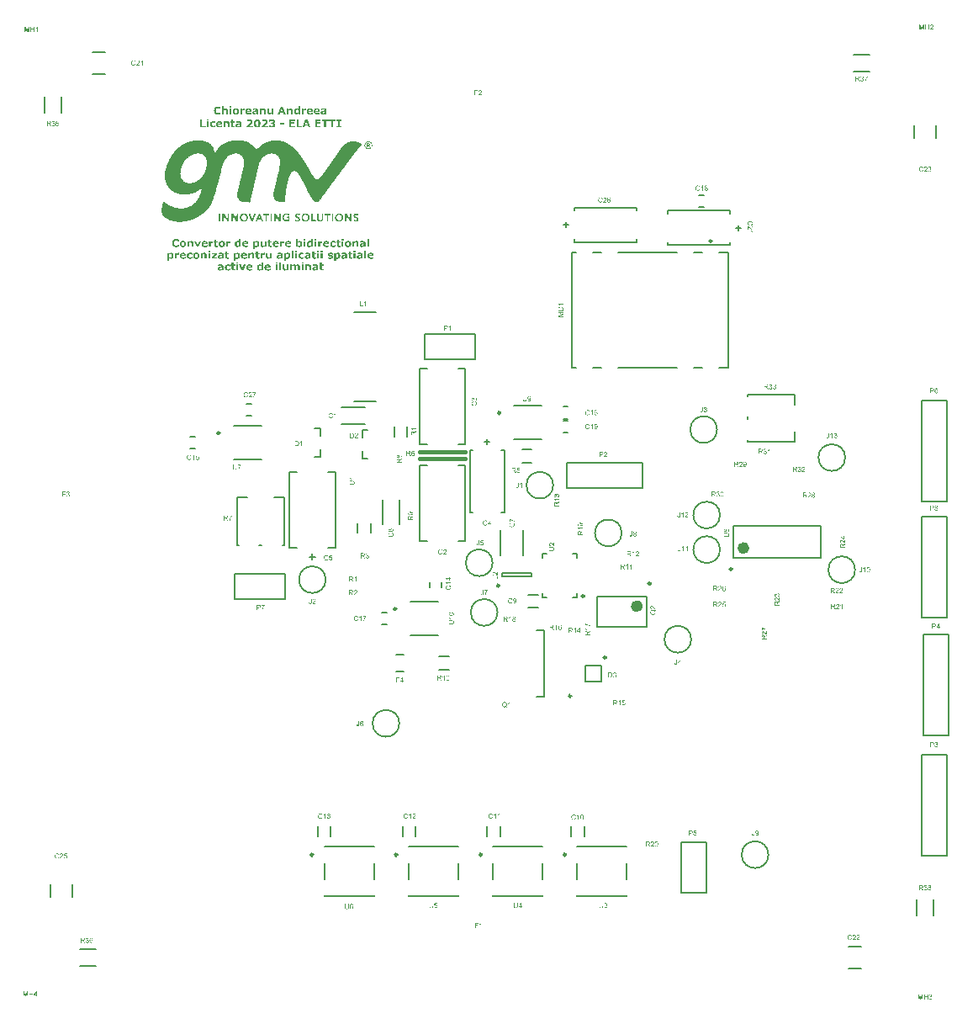
<source format=gto>
G04*
G04 #@! TF.GenerationSoftware,Altium Limited,Altium Designer,22.2.1 (43)*
G04*
G04 Layer_Color=65535*
%FSLAX44Y44*%
%MOMM*%
G71*
G04*
G04 #@! TF.SameCoordinates,09C73F61-2481-4693-A516-3075C6E7F38E*
G04*
G04*
G04 #@! TF.FilePolarity,Positive*
G04*
G01*
G75*
%ADD10C,0.2500*%
%ADD11C,0.1000*%
%ADD12C,0.6000*%
%ADD13C,0.1500*%
%ADD14C,0.2000*%
%ADD15C,0.4000*%
G36*
X390414Y871043D02*
X390744Y870911D01*
X391008Y870845D01*
X391338Y870713D01*
X392361Y869954D01*
X392427Y869822D01*
X393021Y868964D01*
X393120Y868535D01*
X393252Y868007D01*
X393285Y867577D01*
X393219Y867379D01*
X393285Y866653D01*
X393219Y866455D01*
X393120Y865762D01*
X392988Y865432D01*
X392823Y865201D01*
X392559Y864937D01*
X392526Y864838D01*
X392493Y864805D01*
X392361Y864673D01*
X392295Y864541D01*
X392130Y864376D01*
X391998Y864310D01*
X391668Y863980D01*
X391074Y863650D01*
X390876Y863452D01*
X390414Y863320D01*
X388170Y863386D01*
X387575Y863782D01*
X386981Y864112D01*
X386882Y864211D01*
X386816Y864343D01*
X386453Y864706D01*
X386321Y864772D01*
X386156Y865069D01*
X385760Y865795D01*
X385562Y866257D01*
X385628Y868436D01*
X386057Y869063D01*
X386255Y869459D01*
X386684Y869888D01*
X386750Y870020D01*
X386981Y870251D01*
X387113Y870317D01*
X387245Y870449D01*
X387377Y870515D01*
X387641Y870779D01*
X388103Y870911D01*
X388368Y870977D01*
X388830Y871043D01*
X389688Y871109D01*
X390414Y871043D01*
D02*
G37*
G36*
X299454Y871967D02*
X299652Y871901D01*
X300279Y871802D01*
X300609Y871670D01*
X301170Y871505D01*
X301632Y871439D01*
X302622Y871373D01*
X303744Y870845D01*
X304602Y870713D01*
X305328Y870251D01*
X305790Y870185D01*
X306154Y870086D01*
X306385Y869921D01*
X306583Y869723D01*
X306913Y869591D01*
X307342Y869492D01*
X307705Y869261D01*
X307771Y869129D01*
X307903Y869063D01*
X308233Y868931D01*
X308596Y868832D01*
X309091Y868336D01*
X309355Y868270D01*
X309817Y868007D01*
X310015Y867809D01*
X310147Y867742D01*
X310609Y867478D01*
X310840Y867247D01*
X310873Y867148D01*
X311005Y867082D01*
X311599Y866752D01*
X311665Y866620D01*
X311797Y866554D01*
X311929Y866422D01*
X312259Y866290D01*
X312787Y865762D01*
X313117Y865564D01*
X313216Y865465D01*
X313282Y865333D01*
X313447Y865168D01*
X313580Y865102D01*
X313811Y864937D01*
X313876Y864805D01*
X314240Y864442D01*
X314372Y864376D01*
X314537Y864211D01*
X314603Y864079D01*
X314768Y863914D01*
X314900Y863848D01*
X315923Y862825D01*
X315956Y862726D01*
X316088Y862660D01*
X316385Y862363D01*
X316451Y862231D01*
X316748Y861934D01*
X316880Y861868D01*
X317045Y861637D01*
X317276Y861340D01*
X317408Y861274D01*
X317639Y861043D01*
X317705Y860910D01*
X317870Y860679D01*
X318002Y860613D01*
X318233Y860383D01*
X318299Y860250D01*
X318596Y859887D01*
X318827Y859656D01*
X319124Y859095D01*
X319157Y859062D01*
X319487Y858732D01*
X319685Y858402D01*
X320147Y857940D01*
X320345Y857610D01*
X320741Y857214D01*
X320873Y856884D01*
X320939Y856752D01*
X321236Y856389D01*
X321335Y856290D01*
X321600Y855828D01*
X321831Y855597D01*
X321930Y855564D01*
X321996Y855432D01*
X322260Y854970D01*
X322524Y854706D01*
X322590Y854574D01*
X322722Y854244D01*
X322920Y853914D01*
X323019Y853815D01*
X323151Y853749D01*
X323382Y853319D01*
X323580Y852990D01*
X323910Y852659D01*
X324009Y852296D01*
X324141Y852032D01*
X324273Y851966D01*
X324504Y851735D01*
X324702Y851273D01*
X324768Y851141D01*
X325098Y850811D01*
X325362Y850151D01*
X325593Y849920D01*
X325692Y849887D01*
X325758Y849755D01*
X325956Y849293D01*
X326022Y849161D01*
X326319Y848798D01*
X326418Y848699D01*
X326517Y848336D01*
X326748Y847973D01*
X326979Y847808D01*
X327144Y847445D01*
X327243Y847082D01*
X327738Y846587D01*
X327837Y846224D01*
X328068Y845861D01*
X328266Y845663D01*
X328498Y845035D01*
X328629Y844837D01*
X328761Y844771D01*
X328927Y844606D01*
X329059Y844144D01*
X329323Y843682D01*
X329521Y843550D01*
X329587Y843418D01*
X329719Y843088D01*
X329785Y842824D01*
X330082Y842461D01*
X330181Y842362D01*
X330412Y841735D01*
X330577Y841504D01*
X330841Y841240D01*
X330907Y840976D01*
X331072Y840547D01*
X331270Y840349D01*
X331402Y840283D01*
X331567Y839920D01*
X331666Y839557D01*
X331831Y839326D01*
X332062Y839161D01*
X332227Y838798D01*
X332491Y838335D01*
X332755Y838072D01*
X332854Y837708D01*
X332953Y837477D01*
X333184Y837246D01*
X333316Y837180D01*
X333481Y836883D01*
X333745Y836421D01*
X334009Y836157D01*
X334141Y835827D01*
X334207Y835695D01*
X334669Y835233D01*
X334735Y835101D01*
X335032Y834738D01*
X335329Y834507D01*
X335395Y834375D01*
X335560Y834144D01*
X335692Y834078D01*
X335825Y833946D01*
X335956Y833880D01*
X336221Y833484D01*
X336683Y833220D01*
X337013Y832890D01*
X337541Y832758D01*
X338531Y832824D01*
X338894Y833121D01*
X338927Y833220D01*
X339059Y833286D01*
X339653Y833616D01*
X339818Y833781D01*
X339884Y833913D01*
X339983Y834012D01*
X340115Y834078D01*
X340478Y834375D01*
X340544Y834507D01*
X341204Y835167D01*
X341270Y835299D01*
X341732Y835761D01*
X341798Y835893D01*
X342260Y836487D01*
X342458Y836685D01*
X342656Y837015D01*
X343052Y837411D01*
X343119Y837543D01*
X343415Y837906D01*
X343713Y838138D01*
X343911Y838467D01*
X344307Y838864D01*
X344439Y839194D01*
X344505Y839326D01*
X344736Y839623D01*
X344835Y839656D01*
X344901Y839788D01*
X345165Y840250D01*
X345330Y840415D01*
X345462Y840481D01*
X345627Y840646D01*
X345891Y841108D01*
X346221Y841438D01*
X346353Y841768D01*
X346551Y842098D01*
X346815Y842362D01*
X347079Y842824D01*
X347244Y842989D01*
X347376Y843055D01*
X347475Y843154D01*
X347805Y843748D01*
X348069Y844012D01*
X348201Y844342D01*
X348399Y844672D01*
X348564Y844837D01*
X348696Y844903D01*
X348993Y845464D01*
X349224Y845695D01*
X349323Y845729D01*
X349521Y846190D01*
X349719Y846521D01*
X349983Y846785D01*
X350313Y847379D01*
X350545Y847544D01*
X350709Y847709D01*
X350775Y847973D01*
X351105Y848435D01*
X351237Y848567D01*
X351403Y848996D01*
X351568Y849227D01*
X351964Y849557D01*
X352129Y849986D01*
X352492Y850349D01*
X352657Y850778D01*
X352888Y851141D01*
X353218Y851405D01*
X353350Y851735D01*
X353647Y852098D01*
X353812Y852263D01*
X353911Y852626D01*
X354109Y852956D01*
X354241Y853023D01*
X354472Y853253D01*
X354802Y853848D01*
X355066Y854112D01*
X355297Y854739D01*
X355495Y854937D01*
X355627Y855003D01*
X355792Y855300D01*
X355990Y855630D01*
X356320Y855960D01*
X356551Y856587D01*
X356815Y856851D01*
X356914Y856884D01*
X356980Y857016D01*
X357310Y857610D01*
X357541Y857775D01*
X357706Y858138D01*
X357971Y858600D01*
X358234Y858864D01*
X358565Y859458D01*
X358796Y859623D01*
X358895Y859722D01*
X359126Y860349D01*
X359489Y860713D01*
X359819Y861307D01*
X359918Y861406D01*
X360050Y861472D01*
X360149Y861571D01*
X360281Y861901D01*
X360479Y862231D01*
X360743Y862495D01*
X360908Y862924D01*
X361106Y863188D01*
X361238Y863254D01*
X361469Y863485D01*
X361733Y863947D01*
X362063Y864277D01*
X362129Y864541D01*
X362459Y865003D01*
X362657Y865201D01*
X362921Y865663D01*
X363020Y865762D01*
X363152Y865828D01*
X363383Y866059D01*
X363449Y866191D01*
X364043Y866785D01*
X364109Y866917D01*
X364208Y867016D01*
X364340Y867082D01*
X364934Y867676D01*
X365232Y867841D01*
X365298Y867973D01*
X365594Y868270D01*
X365924Y868402D01*
X366288Y868700D01*
X366387Y868799D01*
X367014Y869030D01*
X367212Y869228D01*
X367278Y869360D01*
X367377Y869459D01*
X367641Y869525D01*
X368235Y869657D01*
X368565Y869987D01*
X368895Y870119D01*
X369357Y870185D01*
X369753Y870251D01*
X370347Y870581D01*
X370677Y870713D01*
X371139Y870779D01*
X372558Y870878D01*
X372954Y870944D01*
X375562Y870977D01*
X375760Y870911D01*
X376420Y870845D01*
X377938Y870713D01*
X378796Y870317D01*
X379324Y870185D01*
X379951Y870086D01*
X380348Y869822D01*
X380513Y869657D01*
X380975Y869525D01*
X381371Y869459D01*
X381833Y868997D01*
X382460Y868766D01*
X382559Y868667D01*
X382691Y868600D01*
X382922Y868370D01*
X383054Y868039D01*
X382988Y867907D01*
X382823Y867676D01*
X382691Y867610D01*
X382196Y867115D01*
X382130Y866983D01*
X381899Y866818D01*
X381536Y866323D01*
X381470Y866191D01*
X381074Y865795D01*
X380876Y865465D01*
X380414Y865003D01*
X380348Y864871D01*
X380116Y864574D01*
X379984Y864508D01*
X379753Y864277D01*
X379555Y863947D01*
X379390Y863782D01*
X379291Y863749D01*
X379225Y863617D01*
X378796Y862990D01*
X378565Y862759D01*
X378301Y862297D01*
X377905Y861901D01*
X377707Y861571D01*
X377476Y861340D01*
X377344Y861274D01*
X376981Y860713D01*
X376651Y860383D01*
X376387Y859920D01*
X376123Y859656D01*
X376057Y859524D01*
X375793Y859062D01*
X375694Y858963D01*
X375562Y858897D01*
X375397Y858732D01*
X375331Y858600D01*
X375034Y858237D01*
X374737Y857940D01*
X374473Y857478D01*
X374209Y857214D01*
X373879Y856620D01*
X373483Y856224D01*
X373218Y855762D01*
X372988Y855597D01*
X372822Y855432D01*
X372558Y854970D01*
X372228Y854640D01*
X371898Y854046D01*
X371568Y853716D01*
X371304Y853253D01*
X371073Y853089D01*
X370908Y852923D01*
X370644Y852461D01*
X370314Y852131D01*
X369984Y851537D01*
X369720Y851273D01*
X369456Y850811D01*
X369225Y850580D01*
X369093Y850514D01*
X368763Y849986D01*
X368400Y849623D01*
X368235Y849194D01*
X367872Y848831D01*
X367806Y848699D01*
X367542Y848237D01*
X367311Y848072D01*
X367080Y847841D01*
X366849Y847412D01*
X366717Y847346D01*
X366552Y847181D01*
X366156Y846455D01*
X365891Y846190D01*
X365628Y845729D01*
X365462Y845564D01*
X365331Y845497D01*
X364967Y844936D01*
X364637Y844606D01*
X364274Y843913D01*
X364175Y843880D01*
X364109Y843748D01*
X363977Y843616D01*
X363713Y843154D01*
X363614Y843055D01*
X363482Y842989D01*
X363317Y842824D01*
X363053Y842362D01*
X362723Y842032D01*
X362393Y841438D01*
X362129Y841174D01*
X361832Y840613D01*
X361700Y840547D01*
X361403Y840250D01*
X361139Y839788D01*
X360908Y839623D01*
X360578Y838963D01*
X360215Y838599D01*
X359951Y838138D01*
X359489Y837675D01*
X359225Y837213D01*
X358895Y836883D01*
X358829Y836619D01*
X358531Y836256D01*
X358301Y836025D01*
X358036Y835563D01*
X357805Y835332D01*
X357706Y835299D01*
X357640Y835167D01*
X357211Y834540D01*
X357046Y834375D01*
X356716Y833781D01*
X356386Y833451D01*
X356122Y832989D01*
X355957Y832824D01*
X355825Y832758D01*
X355726Y832659D01*
X355396Y832065D01*
X355132Y831801D01*
X355000Y831470D01*
X354934Y831339D01*
X354472Y830876D01*
X354208Y830414D01*
X354109Y830315D01*
X353977Y830249D01*
X353812Y830084D01*
X353482Y829490D01*
X353218Y829226D01*
X353152Y828962D01*
X352855Y828599D01*
X352558Y828302D01*
X352294Y827840D01*
X351898Y827510D01*
X351568Y826916D01*
X351370Y826718D01*
X351040Y826124D01*
X350644Y825728D01*
X350379Y825266D01*
X350148Y825101D01*
X350049Y825002D01*
X349719Y824408D01*
X349521Y824210D01*
X349455Y824078D01*
X349191Y823615D01*
X348894Y823318D01*
X348795Y823286D01*
X348465Y822691D01*
X348234Y822526D01*
X348135Y822427D01*
X347970Y821998D01*
X347805Y821767D01*
X347541Y821503D01*
X347277Y821041D01*
X347046Y820810D01*
X346914Y820744D01*
X346584Y820216D01*
X346287Y819919D01*
X345891Y819193D01*
X345627Y818929D01*
X345363Y818467D01*
X345198Y818302D01*
X345066Y818236D01*
X344967Y818137D01*
X344703Y817675D01*
X344373Y817345D01*
X343977Y816619D01*
X343713Y816355D01*
X343448Y815892D01*
X343349Y815793D01*
X343218Y815727D01*
X343052Y815562D01*
X342788Y815100D01*
X342458Y814770D01*
X342128Y814176D01*
X341864Y813912D01*
X341798Y813780D01*
X341600Y813450D01*
X341072Y812922D01*
X340874Y812592D01*
X340544Y812262D01*
X340214Y811668D01*
X339884Y811338D01*
X339620Y810876D01*
X339224Y810612D01*
X338795Y810183D01*
X338036Y810018D01*
X337706Y809886D01*
X337145Y809721D01*
X336716Y809820D01*
X336353Y809985D01*
X335891Y810117D01*
X335494Y810183D01*
X335131Y810480D01*
X334966Y810645D01*
X334834Y810711D01*
X334372Y811041D01*
X334042Y811569D01*
X333745Y811866D01*
X333415Y812460D01*
X333316Y812559D01*
X333184Y812625D01*
X333085Y812724D01*
X332755Y813318D01*
X332425Y813648D01*
X332293Y814176D01*
X331765Y814704D01*
X331666Y815067D01*
X331402Y815463D01*
X331171Y815694D01*
X331072Y816124D01*
X330742Y816519D01*
X330577Y816685D01*
X330445Y817147D01*
X330313Y817477D01*
X329917Y817873D01*
X329785Y818401D01*
X329587Y818731D01*
X329323Y818995D01*
X329191Y819325D01*
X329092Y819754D01*
X328761Y820150D01*
X328662Y820249D01*
X328531Y820711D01*
X328465Y820975D01*
X328167Y821338D01*
X328068Y821437D01*
X327936Y821767D01*
X327837Y822196D01*
X327672Y822427D01*
X327474Y822625D01*
X327342Y822955D01*
X327276Y823219D01*
X327111Y823649D01*
X326814Y823945D01*
X326682Y824276D01*
X326583Y824705D01*
X326352Y825068D01*
X326154Y825266D01*
X326022Y825728D01*
X325857Y826157D01*
X325692Y826388D01*
X325494Y826586D01*
X325362Y827114D01*
X325230Y827444D01*
X324900Y827774D01*
X324768Y828104D01*
X324669Y828533D01*
X324504Y828764D01*
X324306Y828962D01*
X324174Y829292D01*
X324108Y829556D01*
X323943Y829985D01*
X323646Y830282D01*
X323514Y830612D01*
X323415Y830975D01*
X323316Y831207D01*
X322986Y831537D01*
X322854Y831999D01*
X322590Y832461D01*
X322326Y832725D01*
X322227Y833154D01*
X322095Y833484D01*
X321732Y833847D01*
X321600Y834177D01*
X321501Y834540D01*
X321236Y834804D01*
X321138Y834837D01*
X321072Y834969D01*
X320939Y835299D01*
X320676Y835761D01*
X320477Y835959D01*
X320345Y836289D01*
X320147Y836619D01*
X319916Y836850D01*
X319817Y836883D01*
X319751Y837015D01*
X319421Y837609D01*
X319223Y837807D01*
X319157Y837939D01*
X318893Y838401D01*
X318794Y838501D01*
X318662Y838567D01*
X318497Y838732D01*
X318431Y838864D01*
X318134Y839227D01*
X318002Y839293D01*
X317771Y839524D01*
X317705Y839656D01*
X317474Y839887D01*
X317144Y840085D01*
X317045Y840184D01*
X316979Y840316D01*
X316814Y840481D01*
X316451Y840580D01*
X316220Y840679D01*
X315857Y840976D01*
X315758Y841075D01*
X315296Y841141D01*
X315032Y841207D01*
X313909Y841141D01*
X313580Y840943D01*
X313316Y840679D01*
X312886Y840514D01*
X312556Y840184D01*
X312490Y840052D01*
X312325Y839887D01*
X312193Y839821D01*
X311962Y839590D01*
X311896Y839458D01*
X311599Y839095D01*
X311467Y839029D01*
X311302Y838665D01*
X311236Y838401D01*
X310939Y838038D01*
X310774Y837873D01*
X310642Y837411D01*
X310543Y837048D01*
X310444Y836949D01*
X310378Y836817D01*
X310114Y836553D01*
X310048Y836091D01*
X309982Y835827D01*
X309883Y835464D01*
X309784Y835365D01*
X309718Y835233D01*
X309586Y835101D01*
X309454Y834771D01*
X309388Y834309D01*
X309289Y833748D01*
X308959Y833220D01*
X308794Y832659D01*
X308695Y831702D01*
X308563Y831372D01*
X308332Y830943D01*
X308200Y830480D01*
X308134Y830018D01*
X308068Y829094D01*
X307870Y828632D01*
X307738Y828302D01*
X307606Y827774D01*
X307474Y826850D01*
X307375Y825827D01*
X307309Y825563D01*
X307177Y825233D01*
X307078Y824936D01*
X307012Y824672D01*
X306913Y824045D01*
X306748Y821899D01*
X306682Y821701D01*
X306549Y821371D01*
X306418Y820843D01*
X306318Y820216D01*
X306252Y819556D01*
X306187Y817708D01*
X306120Y817312D01*
X306054Y817048D01*
X305956Y816685D01*
X305889Y815892D01*
X305757Y815562D01*
X305691Y815100D01*
X305559Y812328D01*
X305493Y811140D01*
X305427Y810942D01*
X305361Y809952D01*
X305130Y809721D01*
X304668Y809655D01*
X301962Y809721D01*
X301764Y809787D01*
X301302Y809919D01*
X301038Y809985D01*
X300378Y810051D01*
X300114Y810117D01*
X299123Y810183D01*
X298661Y810447D01*
X298529Y810579D01*
X298199Y810711D01*
X297638Y810810D01*
X297275Y811041D01*
X297011Y811305D01*
X296648Y811404D01*
X296417Y811569D01*
X296021Y811965D01*
X295889Y812031D01*
X295658Y812196D01*
X295394Y812658D01*
X295163Y812823D01*
X295064Y812922D01*
X294833Y813549D01*
X294767Y813681D01*
X294635Y813747D01*
X294470Y813912D01*
X294338Y814242D01*
X294272Y815034D01*
X294008Y815628D01*
X293876Y816090D01*
X293777Y816652D01*
X293744Y818335D01*
X293810Y818533D01*
X293876Y819061D01*
X294008Y819391D01*
X294107Y819886D01*
X294173Y820150D01*
X294272Y820513D01*
X294338Y820777D01*
X294404Y821899D01*
X294536Y822229D01*
X294800Y822823D01*
X294932Y823286D01*
X294998Y823945D01*
X295064Y824672D01*
X295394Y825398D01*
X295526Y825860D01*
X295592Y826124D01*
X295658Y827180D01*
X295724Y827378D01*
X295889Y827807D01*
X296054Y828170D01*
X296186Y828632D01*
X296252Y829490D01*
X296417Y830249D01*
X296714Y830943D01*
X296846Y831470D01*
X296912Y832329D01*
X297077Y833022D01*
X297374Y833715D01*
X297473Y834144D01*
X297539Y835002D01*
X297605Y835398D01*
X297737Y835728D01*
X297836Y835959D01*
X297968Y836289D01*
X298100Y836751D01*
X298199Y837906D01*
X298265Y838170D01*
X298397Y838501D01*
X298562Y838864D01*
X298694Y839326D01*
X298761Y839788D01*
X298892Y840910D01*
X299289Y841768D01*
X299354Y842230D01*
X299421Y842494D01*
X299487Y843484D01*
X299817Y844210D01*
X299949Y844540D01*
X300015Y845200D01*
X300081Y846059D01*
X300147Y846521D01*
X300213Y846785D01*
X300279Y847247D01*
X300345Y847445D01*
X300477Y847907D01*
X300543Y848171D01*
X300609Y850745D01*
X300543Y850943D01*
X300477Y851933D01*
X300213Y852527D01*
X300114Y853089D01*
X300048Y853617D01*
X299982Y853947D01*
X299883Y854178D01*
X299586Y854541D01*
X299421Y854970D01*
X299322Y855333D01*
X299189Y855531D01*
X299058Y855597D01*
X298892Y855762D01*
X298629Y856224D01*
X298529Y856323D01*
X298397Y856389D01*
X298100Y856686D01*
X298034Y856818D01*
X297869Y856983D01*
X297407Y857247D01*
X297242Y857478D01*
X296879Y857643D01*
X296483Y857709D01*
X296120Y858006D01*
X295955Y858171D01*
X295427Y858303D01*
X294503Y858369D01*
X293777Y858699D01*
X292919Y858765D01*
X292721Y858831D01*
X290806Y858765D01*
X290608Y858699D01*
X290014Y858633D01*
X289420Y858369D01*
X288760Y858303D01*
X288133Y858204D01*
X287770Y857973D01*
X287440Y857775D01*
X286648Y857577D01*
X286285Y857280D01*
X286120Y857115D01*
X285757Y857016D01*
X285394Y856785D01*
X285229Y856554D01*
X285130Y856455D01*
X284536Y856125D01*
X284403Y855927D01*
X284272Y855861D01*
X284139Y855729D01*
X284007Y855663D01*
X283644Y855366D01*
X283512Y855234D01*
X283446Y855102D01*
X283347Y855003D01*
X283215Y854937D01*
X282984Y854706D01*
X282918Y854574D01*
X282786Y854442D01*
X282720Y854310D01*
X282423Y853947D01*
X282258Y853782D01*
X281994Y853319D01*
X281829Y853155D01*
X281697Y853089D01*
X281598Y852990D01*
X281466Y852659D01*
X281268Y852329D01*
X281070Y852131D01*
X280938Y851801D01*
X280740Y851273D01*
X280344Y850877D01*
X280179Y850118D01*
X279948Y849755D01*
X279750Y849557D01*
X279618Y849095D01*
X279519Y848468D01*
X279387Y848138D01*
X279288Y848039D01*
X279222Y847907D01*
X279024Y847445D01*
X278958Y846785D01*
X278892Y846190D01*
X278496Y845332D01*
X278364Y844804D01*
X278298Y843616D01*
X277902Y842758D01*
X277770Y842296D01*
X277704Y841438D01*
X277605Y840877D01*
X277440Y840448D01*
X277242Y839986D01*
X277110Y839458D01*
X277044Y838401D01*
X276978Y838138D01*
X276812Y837708D01*
X276516Y837015D01*
X276450Y836355D01*
X276350Y835464D01*
X276218Y835134D01*
X276053Y834771D01*
X275921Y834441D01*
X275789Y833649D01*
X275723Y832725D01*
X275327Y831867D01*
X275261Y831603D01*
X275195Y831141D01*
X275096Y830183D01*
X275030Y829919D01*
X274733Y829226D01*
X274601Y828764D01*
X274535Y828104D01*
X274436Y827345D01*
X274304Y827015D01*
X274073Y826454D01*
X273941Y825926D01*
X273875Y825266D01*
X273809Y824672D01*
X273677Y824342D01*
X273479Y823879D01*
X273347Y823418D01*
X273281Y822955D01*
X273215Y822097D01*
X273083Y821767D01*
X272885Y821305D01*
X272753Y820843D01*
X272687Y820579D01*
X272621Y819721D01*
X272522Y819292D01*
X272456Y819028D01*
X272159Y818335D01*
X272093Y818071D01*
X272027Y817609D01*
X271895Y816487D01*
X271565Y815760D01*
X271433Y815232D01*
X271367Y814572D01*
X271268Y813879D01*
X270938Y813153D01*
X270806Y812625D01*
X270740Y811899D01*
X270674Y811371D01*
X270608Y811107D01*
X270311Y810414D01*
X270080Y809787D01*
X269882Y809589D01*
X269156Y809655D01*
X268958Y809721D01*
X268759Y809655D01*
X264799Y809721D01*
X264469Y809853D01*
X264007Y809985D01*
X263347Y810051D01*
X263149Y810117D01*
X262225Y810183D01*
X261763Y810513D01*
X261300Y810711D01*
X260937Y810810D01*
X260673Y810942D01*
X260607Y811074D01*
X260442Y811239D01*
X260310Y811305D01*
X259716Y811635D01*
X259617Y811734D01*
X259551Y811866D01*
X259254Y812163D01*
X259122Y812229D01*
X259023Y812328D01*
X258957Y812460D01*
X258660Y813021D01*
X258528Y813087D01*
X258363Y813252D01*
X258231Y813582D01*
X258132Y814011D01*
X258000Y814341D01*
X257769Y814572D01*
X257637Y815034D01*
X257538Y816718D01*
X257505Y818005D01*
X257571Y818203D01*
X257637Y820117D01*
X257703Y820315D01*
X257934Y820942D01*
X258033Y821041D01*
X258132Y821404D01*
X258198Y821734D01*
X258264Y822658D01*
X258330Y822988D01*
X258396Y823252D01*
X258759Y824078D01*
X258891Y825002D01*
X258957Y825794D01*
X259353Y826652D01*
X259419Y826916D01*
X259485Y827378D01*
X259584Y828269D01*
X259650Y828533D01*
X259914Y829193D01*
X260079Y829754D01*
X260145Y830414D01*
X260211Y831141D01*
X260607Y831999D01*
X260739Y832527D01*
X260805Y833583D01*
X260871Y833781D01*
X261267Y834771D01*
X261333Y835233D01*
X261399Y835497D01*
X261465Y836421D01*
X261597Y836751D01*
X261796Y837213D01*
X261928Y837543D01*
X262059Y838665D01*
X262126Y839194D01*
X262456Y839920D01*
X262654Y840712D01*
X262720Y841768D01*
X262984Y842362D01*
X263116Y842692D01*
X263248Y843220D01*
X263314Y844078D01*
X263413Y844639D01*
X263545Y844969D01*
X263644Y845068D01*
X263743Y845431D01*
X263809Y845761D01*
X263875Y846158D01*
X263941Y847016D01*
X264007Y848930D01*
X264106Y849821D01*
X263974Y851933D01*
X263875Y853023D01*
X263809Y853287D01*
X263578Y853650D01*
X263380Y854112D01*
X263314Y854376D01*
X263215Y854805D01*
X262786Y855234D01*
X262456Y855828D01*
X262192Y856092D01*
X262126Y856224D01*
X261928Y856422D01*
X261861Y856554D01*
X261565Y856851D01*
X261432Y856917D01*
X260970Y857181D01*
X260871Y857280D01*
X260805Y857412D01*
X260706Y857511D01*
X260574Y857577D01*
X260376Y857643D01*
X259947Y857808D01*
X259716Y857973D01*
X259584Y858105D01*
X259254Y858237D01*
X258792Y858303D01*
X258132Y858369D01*
X257670Y858567D01*
X257406Y858633D01*
X256911Y858732D01*
X256317Y858798D01*
X254766Y858831D01*
X254568Y858765D01*
X254039Y858699D01*
X253841Y858633D01*
X253478Y858534D01*
X253049Y858369D01*
X252587Y858303D01*
X251861Y858237D01*
X251201Y857775D01*
X250739Y857643D01*
X250376Y857544D01*
X249980Y857214D01*
X249881Y857115D01*
X249518Y857016D01*
X249188Y856818D01*
X249122Y856686D01*
X248891Y856455D01*
X248561Y856323D01*
X248429Y856257D01*
X248066Y855960D01*
X247835Y855729D01*
X247703Y855663D01*
X247472Y855498D01*
X247406Y855366D01*
X247043Y855003D01*
X246910Y854937D01*
X246812Y854838D01*
X246745Y854706D01*
X246085Y854046D01*
X245821Y853584D01*
X245623Y853385D01*
X245557Y853253D01*
X245227Y852659D01*
X244996Y852494D01*
X244831Y852329D01*
X244600Y851702D01*
X244237Y851339D01*
X244105Y850877D01*
X243973Y850547D01*
X243775Y850349D01*
X243709Y850217D01*
X243577Y850085D01*
X243478Y849656D01*
X243412Y849326D01*
X243082Y848798D01*
X242917Y848435D01*
X242752Y847478D01*
X242389Y846785D01*
X242257Y846256D01*
X242191Y845596D01*
X242125Y845002D01*
X241729Y844144D01*
X241663Y843880D01*
X241597Y843418D01*
X241531Y842494D01*
X241135Y841636D01*
X241003Y841108D01*
X240937Y840448D01*
X240871Y839854D01*
X240475Y838996D01*
X240376Y838567D01*
X240310Y837906D01*
X240244Y837378D01*
X239881Y836619D01*
X239748Y836091D01*
X239683Y835629D01*
X239617Y834837D01*
X239154Y833847D01*
X239022Y832923D01*
X238923Y832296D01*
X238560Y831537D01*
X238494Y831273D01*
X238428Y830810D01*
X238362Y830018D01*
X238032Y829424D01*
X237900Y829094D01*
X237834Y828830D01*
X237735Y827873D01*
X237669Y827609D01*
X237306Y826850D01*
X237174Y826322D01*
X237075Y825431D01*
X236943Y825101D01*
X236646Y824408D01*
X236580Y824144D01*
X236514Y823681D01*
X236415Y823054D01*
X236283Y822724D01*
X236118Y822559D01*
X235920Y821899D01*
X235854Y820975D01*
X235590Y820513D01*
X235326Y819919D01*
X235260Y819259D01*
X235161Y818830D01*
X235029Y818500D01*
X234930Y818401D01*
X234732Y817939D01*
X234666Y817675D01*
X234600Y817213D01*
X234534Y816685D01*
X234138Y816024D01*
X234006Y815562D01*
X233907Y814737D01*
X233676Y814374D01*
X233478Y814044D01*
X233346Y813516D01*
X233280Y812922D01*
X232818Y812196D01*
X232752Y811932D01*
X232653Y811305D01*
X232521Y810975D01*
X232290Y810744D01*
X232157Y810414D01*
X232092Y809952D01*
X231992Y809589D01*
X231828Y809358D01*
X231629Y809159D01*
X231497Y808698D01*
X231431Y808434D01*
X231233Y808103D01*
X230969Y807839D01*
X230837Y807377D01*
X230705Y807047D01*
X230243Y806585D01*
X230144Y806156D01*
X229979Y805925D01*
X229649Y805595D01*
X229517Y805265D01*
X229220Y804902D01*
X229088Y804836D01*
X228791Y804341D01*
X228725Y804209D01*
X228395Y803879D01*
X228131Y803417D01*
X227735Y803021D01*
X227537Y802691D01*
X227372Y802526D01*
X227240Y802460D01*
X227075Y802295D01*
X227009Y802163D01*
X226844Y801932D01*
X226712Y801866D01*
X226349Y801503D01*
X226283Y801370D01*
X226184Y801272D01*
X226052Y801206D01*
X225755Y800908D01*
X225689Y800776D01*
X225524Y800611D01*
X225392Y800545D01*
X225227Y800446D01*
X225161Y800314D01*
X224797Y799951D01*
X224666Y799885D01*
X224435Y799654D01*
X224368Y799522D01*
X224269Y799423D01*
X224137Y799357D01*
X223774Y799060D01*
X223543Y798829D01*
X222949Y798499D01*
X222619Y798169D01*
X222157Y797905D01*
X222058Y797806D01*
X221992Y797674D01*
X221827Y797509D01*
X221266Y797212D01*
X221200Y797080D01*
X221035Y796915D01*
X220408Y796684D01*
X219979Y796255D01*
X219550Y796090D01*
X219319Y795925D01*
X219055Y795661D01*
X218593Y795529D01*
X218263Y795331D01*
X218098Y795100D01*
X217999Y795001D01*
X217470Y794869D01*
X217141Y794737D01*
X217041Y794638D01*
X216975Y794506D01*
X216877Y794407D01*
X216546Y794275D01*
X216117Y794175D01*
X215721Y793846D01*
X215358Y793680D01*
X214896Y793614D01*
X214434Y793350D01*
X214236Y793152D01*
X213774Y793020D01*
X213246Y792954D01*
X213114Y792822D01*
X212982Y792756D01*
X212784Y792558D01*
X212322Y792426D01*
X211860Y792360D01*
X211431Y792195D01*
X211035Y791931D01*
X210672Y791832D01*
X210408Y791766D01*
X209681Y791700D01*
X208559Y791172D01*
X207239Y791040D01*
X207041Y790974D01*
X206777Y790908D01*
X205919Y790578D01*
X205259Y790512D01*
X203873Y790446D01*
X203675Y790380D01*
X202684Y790314D01*
X202486Y790248D01*
X202024Y790116D01*
X201760Y790050D01*
X196414Y790116D01*
X196084Y790248D01*
X195820Y790314D01*
X195357Y790380D01*
X194466Y790479D01*
X193410Y790545D01*
X193146Y790611D01*
X192816Y790743D01*
X192519Y790908D01*
X192057Y791040D01*
X191595Y791106D01*
X191001Y791172D01*
X190539Y791436D01*
X190407Y791568D01*
X189945Y791700D01*
X189483Y791766D01*
X189054Y791931D01*
X188757Y792228D01*
X188295Y792360D01*
X188031Y792426D01*
X187899Y792492D01*
X187535Y792789D01*
X187437Y792888D01*
X187172Y792954D01*
X186743Y793119D01*
X186611Y793185D01*
X186545Y793317D01*
X186314Y793548D01*
X185984Y793680D01*
X185654Y793878D01*
X185390Y794143D01*
X184796Y794473D01*
X184631Y794704D01*
X184466Y794869D01*
X184334Y794935D01*
X184103Y795100D01*
X184037Y795232D01*
X183674Y795595D01*
X183542Y795661D01*
X183278Y796057D01*
X183080Y796255D01*
X182948Y796321D01*
X182651Y796882D01*
X182321Y797212D01*
X182024Y798037D01*
X181661Y798400D01*
X181595Y798664D01*
X181496Y799357D01*
X181364Y799687D01*
X181133Y800248D01*
X181067Y800512D01*
X181133Y802955D01*
X181463Y803681D01*
X181529Y804143D01*
X181595Y805001D01*
X181694Y805496D01*
X181991Y806057D01*
X182123Y806519D01*
X182189Y807179D01*
X182288Y808004D01*
X182420Y808334D01*
X182717Y809027D01*
X182816Y809457D01*
X182849Y809820D01*
X182783Y810018D01*
X182849Y810480D01*
X182948Y810579D01*
X183212Y810645D01*
X183509Y810414D01*
X183575Y810282D01*
X183872Y809985D01*
X184334Y809721D01*
X184598Y809457D01*
X185060Y809193D01*
X185291Y808961D01*
X185324Y808863D01*
X185456Y808796D01*
X185918Y808532D01*
X186248Y808202D01*
X186710Y808070D01*
X186842Y808004D01*
X187073Y807839D01*
X187139Y807707D01*
X187370Y807476D01*
X187799Y807377D01*
X188163Y807146D01*
X188427Y806882D01*
X188790Y806783D01*
X189054Y806717D01*
X189285Y806552D01*
X189483Y806354D01*
X189945Y806156D01*
X190407Y806090D01*
X190770Y805793D01*
X190869Y805694D01*
X191199Y805562D01*
X191892Y805463D01*
X192123Y805364D01*
X192585Y805034D01*
X193047Y804902D01*
X193707Y804836D01*
X194697Y804374D01*
X194961Y804308D01*
X196018Y804242D01*
X196546Y804110D01*
X197008Y803912D01*
X197272Y803846D01*
X197833Y803747D01*
X198229Y803681D01*
X204005Y803648D01*
X204203Y803714D01*
X204962Y803879D01*
X205226Y803945D01*
X205787Y804176D01*
X206447Y804242D01*
X207140Y804341D01*
X207470Y804473D01*
X207569Y804572D01*
X207701Y804638D01*
X208163Y804836D01*
X208625Y804902D01*
X208889Y804968D01*
X209021Y805034D01*
X209186Y805133D01*
X209252Y805265D01*
X209351Y805364D01*
X209484Y805430D01*
X209681Y805496D01*
X209946Y805562D01*
X210309Y805661D01*
X210738Y806090D01*
X211002Y806156D01*
X211596Y806486D01*
X211794Y806684D01*
X212124Y806816D01*
X212256Y806882D01*
X212421Y806981D01*
X212487Y807113D01*
X212784Y807410D01*
X213114Y807608D01*
X213345Y807839D01*
X213378Y807938D01*
X213510Y808004D01*
X213873Y808301D01*
X214302Y808730D01*
X214434Y808796D01*
X214731Y809093D01*
X214764Y809193D01*
X214896Y809259D01*
X215061Y809424D01*
X215127Y809556D01*
X215424Y809919D01*
X215655Y810084D01*
X215721Y810216D01*
X216018Y810579D01*
X216315Y810810D01*
X216579Y811272D01*
X216975Y811668D01*
X217041Y811932D01*
X217239Y812262D01*
X217570Y812592D01*
X217701Y812922D01*
X217900Y813252D01*
X218164Y813516D01*
X218296Y813978D01*
X218362Y814242D01*
X218593Y814539D01*
X218725Y814605D01*
X218824Y814704D01*
X218956Y815232D01*
X219055Y815595D01*
X219154Y815694D01*
X219220Y815826D01*
X219484Y816090D01*
X219550Y816553D01*
X219616Y816817D01*
X219748Y817147D01*
X220012Y817411D01*
X220144Y817741D01*
X220210Y818005D01*
X220276Y818665D01*
X220738Y819391D01*
X220804Y819853D01*
X220870Y820117D01*
X220936Y820777D01*
X221332Y821635D01*
X221398Y821899D01*
X221464Y822361D01*
X221530Y823286D01*
X221596Y823484D01*
X221992Y824342D01*
X221926Y824606D01*
X221827Y824705D01*
X221563Y824639D01*
X221398Y824474D01*
X221332Y824342D01*
X220804Y824012D01*
X220540Y823549D01*
X220078Y823087D01*
X220012Y822955D01*
X219847Y822790D01*
X219715Y822724D01*
X219418Y822427D01*
X219352Y822295D01*
X219253Y822196D01*
X218923Y821998D01*
X218758Y821833D01*
X218692Y821701D01*
X218593Y821602D01*
X217867Y821206D01*
X217669Y821008D01*
X217141Y820810D01*
X216909Y820645D01*
X216843Y820513D01*
X216678Y820348D01*
X216249Y820249D01*
X215985Y820183D01*
X215754Y820018D01*
X215490Y819754D01*
X215028Y819622D01*
X214566Y819556D01*
X214203Y819259D01*
X213906Y819094D01*
X213642Y819028D01*
X212982Y818962D01*
X212388Y818632D01*
X211926Y818434D01*
X211464Y818368D01*
X210573Y818269D01*
X210309Y818203D01*
X209979Y818071D01*
X209450Y817873D01*
X209120Y817807D01*
X205853Y817642D01*
X205655Y817576D01*
X204401Y817510D01*
X202750Y817576D01*
X202553Y817642D01*
X201298Y817708D01*
X199780Y817774D01*
X199582Y817840D01*
X198955Y818071D01*
X198526Y818236D01*
X198262Y818302D01*
X197602Y818368D01*
X197074Y818500D01*
X196480Y818896D01*
X196216Y818962D01*
X195622Y819028D01*
X195259Y819325D01*
X195159Y819424D01*
X194830Y819556D01*
X194565Y819622D01*
X194136Y819787D01*
X193773Y820150D01*
X193509Y820216D01*
X193080Y820381D01*
X192948Y820513D01*
X192882Y820645D01*
X192717Y820810D01*
X192123Y821140D01*
X191859Y821404D01*
X191265Y821734D01*
X190869Y822130D01*
X190737Y822196D01*
X190506Y822361D01*
X190440Y822493D01*
X190143Y822790D01*
X190011Y822856D01*
X189780Y823087D01*
X189714Y823219D01*
X189483Y823450D01*
X189351Y823516D01*
X189186Y823681D01*
X188988Y824012D01*
X188592Y824408D01*
X188262Y825002D01*
X187997Y825266D01*
X187668Y825860D01*
X187568Y825959D01*
X187437Y826025D01*
X187337Y826124D01*
X187205Y826586D01*
X186974Y827015D01*
X186842Y827081D01*
X186677Y827378D01*
X186611Y827642D01*
X186446Y828071D01*
X186281Y828302D01*
X186083Y828500D01*
X186017Y828764D01*
X185951Y829226D01*
X185786Y829655D01*
X185555Y829886D01*
X185423Y830216D01*
X185357Y830876D01*
X185291Y831141D01*
X185192Y831504D01*
X185027Y831801D01*
X184895Y832131D01*
X184829Y832395D01*
X184763Y833055D01*
X184697Y833913D01*
X184631Y834573D01*
X184565Y835365D01*
X184499Y835563D01*
X184433Y836025D01*
X184499Y838204D01*
X184565Y838401D01*
X184631Y838864D01*
X184730Y840349D01*
X184796Y841141D01*
X184994Y841669D01*
X185159Y842098D01*
X185291Y842560D01*
X185357Y843220D01*
X185456Y843781D01*
X185522Y844045D01*
X185621Y844144D01*
X185885Y844738D01*
X185951Y845002D01*
X186017Y845464D01*
X186083Y845993D01*
X186479Y846587D01*
X186611Y847049D01*
X186710Y847742D01*
X186941Y848105D01*
X187073Y848237D01*
X187205Y848699D01*
X187271Y848963D01*
X187337Y849359D01*
X187866Y850151D01*
X187964Y850778D01*
X188064Y851009D01*
X188394Y851339D01*
X188526Y851801D01*
X188592Y852197D01*
X189054Y852659D01*
X189120Y852923D01*
X189219Y853353D01*
X189384Y853584D01*
X189714Y853914D01*
X189846Y854442D01*
X190044Y854772D01*
X190308Y855036D01*
X190440Y855366D01*
X190704Y855828D01*
X190902Y855960D01*
X191166Y856686D01*
X191331Y856851D01*
X191463Y856917D01*
X191562Y857016D01*
X191628Y857148D01*
X191892Y857610D01*
X192156Y857874D01*
X192288Y858204D01*
X192486Y858534D01*
X192882Y858930D01*
X193146Y859392D01*
X193542Y859722D01*
X193740Y860052D01*
X194136Y860449D01*
X194400Y860910D01*
X194862Y861373D01*
X194928Y861505D01*
X195159Y861802D01*
X195292Y861868D01*
X195390Y861967D01*
X195457Y862099D01*
X195589Y862231D01*
X195655Y862363D01*
X195820Y862528D01*
X195952Y862594D01*
X196183Y862825D01*
X196249Y862957D01*
X196414Y863122D01*
X196546Y863188D01*
X197140Y863782D01*
X197272Y863848D01*
X197800Y864376D01*
X197932Y864442D01*
X198427Y864805D01*
X198460Y864904D01*
X198592Y864970D01*
X198724Y865102D01*
X199054Y865300D01*
X199450Y865696D01*
X199780Y865894D01*
X200011Y866125D01*
X200044Y866224D01*
X200176Y866290D01*
X200770Y866620D01*
X201034Y866884D01*
X201562Y867082D01*
X201859Y867379D01*
X201925Y867511D01*
X202288Y867676D01*
X202652Y867775D01*
X202883Y867941D01*
X202949Y868073D01*
X203081Y868139D01*
X203411Y868270D01*
X203840Y868436D01*
X204137Y868733D01*
X204467Y868865D01*
X204896Y868964D01*
X205259Y869195D01*
X205457Y869393D01*
X205919Y869525D01*
X206348Y869624D01*
X206678Y869756D01*
X206909Y869987D01*
X207239Y870119D01*
X207998Y870218D01*
X208328Y870350D01*
X208724Y870614D01*
X209021Y870713D01*
X210177Y870878D01*
X210441Y870944D01*
X210771Y871076D01*
X211332Y871307D01*
X212256Y871439D01*
X213444Y871505D01*
X213642Y871571D01*
X214434Y871637D01*
X214764Y871769D01*
X215028Y871835D01*
X215688Y871901D01*
X220507Y871835D01*
X220705Y871769D01*
X221167Y871637D01*
X221629Y871571D01*
X223081Y871439D01*
X224005Y871373D01*
X224203Y871307D01*
X224930Y870977D01*
X225260Y870845D01*
X226151Y870746D01*
X226415Y870680D01*
X226514Y870581D01*
X226646Y870515D01*
X226778Y870383D01*
X227240Y870185D01*
X227768Y870119D01*
X228131Y869888D01*
X228197Y869756D01*
X228890Y869459D01*
X229220Y869261D01*
X229484Y868997D01*
X229748Y868931D01*
X230111Y868700D01*
X230177Y868568D01*
X230408Y868336D01*
X230738Y868139D01*
X230837Y868039D01*
X230903Y867907D01*
X231134Y867676D01*
X231266Y867610D01*
X231431Y867445D01*
X231497Y867313D01*
X231728Y867016D01*
X231861Y866950D01*
X232092Y866719D01*
X232157Y866455D01*
X232455Y866092D01*
X232554Y865993D01*
X232686Y865663D01*
X232851Y865234D01*
X232950Y865135D01*
X233016Y865003D01*
X233148Y864937D01*
X233214Y864805D01*
X233346Y864475D01*
X233412Y863947D01*
X233940Y863155D01*
X234006Y862495D01*
X234105Y862000D01*
X234237Y861670D01*
X234468Y861241D01*
X234534Y860976D01*
X234600Y860515D01*
X234666Y859524D01*
X234765Y859359D01*
X235029Y859293D01*
X235359Y859491D01*
X235458Y859854D01*
X235623Y860283D01*
X235788Y860515D01*
X235920Y860647D01*
X236184Y861373D01*
X236448Y861637D01*
X236514Y861769D01*
X236778Y862429D01*
X236943Y862594D01*
X237075Y862660D01*
X237240Y862825D01*
X237504Y863287D01*
X237900Y863683D01*
X238230Y864277D01*
X238494Y864475D01*
X238560Y864607D01*
X238692Y864739D01*
X238758Y864871D01*
X238857Y864970D01*
X238989Y865036D01*
X239286Y865333D01*
X239352Y865465D01*
X239517Y865630D01*
X239650Y865696D01*
X240244Y866290D01*
X240706Y866554D01*
X241036Y866884D01*
X241168Y866950D01*
X241630Y867280D01*
X241729Y867379D01*
X241795Y867511D01*
X242356Y867809D01*
X242686Y868139D01*
X243412Y868402D01*
X243874Y868865D01*
X244468Y868997D01*
X244831Y869294D01*
X244864Y869393D01*
X245194Y869525D01*
X245656Y869591D01*
X245986Y869723D01*
X246316Y870053D01*
X246845Y870185D01*
X247373Y870251D01*
X248000Y870680D01*
X248363Y870779D01*
X249254Y870878D01*
X249650Y871076D01*
X250343Y871373D01*
X251201Y871439D01*
X251993Y871505D01*
X252191Y871571D01*
X252851Y871769D01*
X253115Y871835D01*
X253577Y871901D01*
X253841Y871967D01*
X254700Y872033D01*
X261300Y871967D01*
X261499Y871901D01*
X262159Y871835D01*
X262357Y871769D01*
X262687Y871637D01*
X262951Y871571D01*
X263413Y871505D01*
X264073Y871439D01*
X264898Y871340D01*
X265228Y871208D01*
X265789Y870911D01*
X266053Y870845D01*
X266878Y870746D01*
X267109Y870647D01*
X267241Y870515D01*
X267373Y870449D01*
X267505Y870317D01*
X267967Y870185D01*
X268396Y870086D01*
X268759Y869855D01*
X269023Y869591D01*
X269717Y869426D01*
X270080Y869063D01*
X270410Y868931D01*
X270740Y868733D01*
X270905Y868568D01*
X270971Y868436D01*
X271730Y868007D01*
X272060Y867676D01*
X272489Y867445D01*
X272555Y867313D01*
X272852Y867016D01*
X272984Y866950D01*
X273281Y866653D01*
X273347Y866521D01*
X273446Y866422D01*
X273578Y866356D01*
X273941Y865993D01*
X274007Y865861D01*
X274238Y865630D01*
X274370Y865564D01*
X274634Y865168D01*
X275063Y864739D01*
X275393Y864145D01*
X275558Y863980D01*
X275657Y863947D01*
X275723Y863815D01*
X275987Y863353D01*
X276086Y863254D01*
X276218Y863188D01*
X276350Y863056D01*
X276483Y862990D01*
X276681Y862792D01*
X276879Y862726D01*
X277176Y862957D01*
X277506Y863551D01*
X277968Y864013D01*
X278034Y864145D01*
X278265Y864376D01*
X278397Y864442D01*
X278991Y865036D01*
X279123Y865102D01*
X279321Y865300D01*
X279453Y865366D01*
X279783Y865696D01*
X279915Y865762D01*
X280278Y866059D01*
X280377Y866224D01*
X280509Y866290D01*
X281004Y866653D01*
X281070Y866785D01*
X281235Y866950D01*
X281829Y867280D01*
X282093Y867544D01*
X282357Y867610D01*
X282786Y867841D01*
X282852Y867973D01*
X283083Y868204D01*
X283710Y868436D01*
X283941Y868600D01*
X284139Y868799D01*
X284602Y868931D01*
X284932Y869129D01*
X285130Y869327D01*
X285262Y869393D01*
X285592Y869525D01*
X286087Y869624D01*
X286186Y869723D01*
X286318Y869789D01*
X286582Y870053D01*
X287110Y870185D01*
X287605Y870284D01*
X287902Y870515D01*
X288034Y870581D01*
X288496Y870779D01*
X289222Y870845D01*
X290212Y871307D01*
X290476Y871373D01*
X290938Y871439D01*
X291896Y871538D01*
X292424Y871736D01*
X292853Y871901D01*
X293645Y871967D01*
X293843Y872033D01*
X299454Y871967D01*
D02*
G37*
G36*
X284436Y798334D02*
X287308Y798301D01*
X287374D01*
X288991Y798334D01*
X289222Y798169D01*
X289387Y798004D01*
X289519Y797542D01*
X289354Y797113D01*
X289156Y796915D01*
X288892Y796849D01*
X288595Y796816D01*
X288199Y796882D01*
X287638Y796915D01*
X287275Y796618D01*
X287209Y795958D01*
X287275Y795760D01*
X287209Y790809D01*
X287044Y790578D01*
X286714Y790446D01*
X286120Y790512D01*
X285889Y790677D01*
X285823Y790809D01*
X285757Y791007D01*
X285691Y791271D01*
X285724Y792558D01*
X285691Y794638D01*
X285757Y794836D01*
X285691Y795694D01*
X285757Y795958D01*
X285823Y796288D01*
X285592Y796717D01*
X285262Y796849D01*
X284602Y796915D01*
X284403Y796849D01*
X283941Y796783D01*
X283611Y796981D01*
X283512Y797080D01*
X283446Y797542D01*
X283512Y798070D01*
X283743Y798367D01*
X284041Y798400D01*
X284436Y798334D01*
D02*
G37*
G36*
X347442Y798301D02*
X351040Y798334D01*
X351237Y798136D01*
X351304Y797674D01*
X351237Y797014D01*
X351139Y796915D01*
X350676Y796783D01*
X350412Y796849D01*
X349950Y796915D01*
X349488Y796849D01*
X349059Y796618D01*
X348993Y796354D01*
X349059Y794902D01*
Y793449D01*
Y793383D01*
X348993Y790875D01*
X348696Y790512D01*
X348234Y790446D01*
X347904Y790512D01*
X347673Y790677D01*
X347541Y791205D01*
X347574Y796453D01*
X347475Y796684D01*
X347310Y796849D01*
X346848Y796915D01*
X346221Y796816D01*
X346056Y796783D01*
X345858Y796849D01*
X345528Y797047D01*
X345429Y797146D01*
X345363Y797608D01*
X345429Y797938D01*
X345726Y798301D01*
X345990Y798367D01*
X347442Y798301D01*
D02*
G37*
G36*
X378334Y798433D02*
X378532Y798235D01*
X378994Y798037D01*
X379324Y797839D01*
X379357Y797476D01*
X378895Y796882D01*
X378466Y796717D01*
X378037Y796816D01*
X377806Y796981D01*
X377608Y797179D01*
X377344Y797245D01*
X376882Y797179D01*
X376750Y797047D01*
X376156Y796717D01*
X376057Y796618D01*
X375991Y796354D01*
X376057Y795958D01*
X376288Y795661D01*
X376618Y795529D01*
X377080Y795397D01*
X377542Y795133D01*
X377872Y794935D01*
X378400Y794803D01*
X378730Y794605D01*
X379159Y794175D01*
X379621Y793185D01*
X379555Y792327D01*
X379159Y791469D01*
X378961Y791139D01*
X378466Y790908D01*
X378103Y790611D01*
X377674Y790446D01*
X375562Y790512D01*
X375364Y790710D01*
X375232Y790776D01*
X375100Y790908D01*
X374836Y791040D01*
X374770D01*
X374440Y791172D01*
X374341Y791271D01*
X374407Y791601D01*
X374605Y791799D01*
X374671Y791931D01*
X374968Y792294D01*
X375232Y792360D01*
X375628Y792294D01*
X375991Y791997D01*
X376156Y791832D01*
X376486Y791700D01*
X377278Y791766D01*
X377410Y791898D01*
X377542Y791964D01*
X377905Y792327D01*
X377971Y792789D01*
X377905Y793251D01*
X377773Y793383D01*
X377740Y793482D01*
X377278Y793614D01*
X377014Y793680D01*
X376552Y793944D01*
X376420Y794077D01*
X375958Y794143D01*
X375694Y794209D01*
X375397Y794373D01*
X375331Y794506D01*
X374968Y794869D01*
X374869Y794902D01*
X374803Y795034D01*
X374671Y795364D01*
X374572Y795793D01*
X374539Y796354D01*
X374605Y796552D01*
X374737Y797080D01*
X375001Y797542D01*
X375364Y797905D01*
X376222Y798367D01*
X376552Y798499D01*
X378334Y798433D01*
D02*
G37*
G36*
X319586Y798301D02*
X319916Y798103D01*
X320345Y797938D01*
X320543Y797806D01*
X320477Y797476D01*
X320213Y797080D01*
X320147Y796948D01*
X319982Y796783D01*
X319520Y796717D01*
X319091Y796882D01*
X318992Y796981D01*
X318860Y797047D01*
X318530Y797245D01*
X318002Y797179D01*
X317870Y797047D01*
X317738Y796981D01*
X317144Y796651D01*
X317045Y796288D01*
X317309Y795826D01*
X317474Y795661D01*
X317936Y795463D01*
X318299Y795364D01*
X318530Y795265D01*
X318662Y795133D01*
X318794Y795067D01*
X319256Y794869D01*
X319685Y794770D01*
X319916Y794605D01*
X320147Y794373D01*
Y794307D01*
X320180Y794275D01*
X320279Y794175D01*
X320345Y794044D01*
X320807Y793383D01*
X320873Y792855D01*
X320807Y792657D01*
X320741Y792261D01*
X320345Y791667D01*
X320180Y791238D01*
X320048Y791106D01*
X319454Y790776D01*
X319322Y790644D01*
X319190Y790578D01*
X318860Y790446D01*
X316682Y790512D01*
X316286Y790908D01*
X315857Y791073D01*
X315626Y791172D01*
X315527Y791271D01*
X315593Y791667D01*
X315725Y791799D01*
X315923Y792129D01*
X316088Y792294D01*
X316550Y792360D01*
X316979Y792195D01*
X317474Y791700D01*
X318464Y791766D01*
X318827Y792063D01*
X319157Y792525D01*
X319091Y793053D01*
X318860Y793482D01*
X318530Y793614D01*
X318101Y793714D01*
X317738Y793944D01*
X317276Y794143D01*
X316748Y794209D01*
X316451Y794440D01*
X316385Y794572D01*
X316154Y794803D01*
X316022Y794869D01*
X315857Y795034D01*
X315725Y795562D01*
X315791Y797080D01*
X316088Y797443D01*
X316616Y797971D01*
X317342Y798367D01*
X317672Y798499D01*
X319124Y798565D01*
X319586Y798301D01*
D02*
G37*
G36*
X307593Y798597D02*
X308253Y798531D01*
X308781Y798202D01*
X309045Y798136D01*
X309540Y798036D01*
X309771Y797871D01*
X309804Y797442D01*
X309507Y797079D01*
X309177Y796749D01*
X308913Y796683D01*
X308550Y796782D01*
X308022Y796980D01*
X307527Y797277D01*
X306702Y797310D01*
X306371Y797244D01*
X306273Y797145D01*
X305150Y796551D01*
X305051Y796452D01*
X304985Y796320D01*
X304721Y795726D01*
X304457Y795264D01*
X304259Y794802D01*
X304325Y794142D01*
X304655Y793614D01*
X304952Y792789D01*
X305117Y792558D01*
X306273Y791865D01*
X306735Y791799D01*
X307857Y791865D01*
X308319Y792129D01*
X308616Y792426D01*
X308682Y792888D01*
X308616Y793614D01*
X308517Y793779D01*
X308154Y793878D01*
X307527Y793845D01*
X307395Y793977D01*
X307263Y794043D01*
X307164Y794142D01*
X307032Y794472D01*
X307098Y794868D01*
X307395Y795165D01*
X307725Y795297D01*
X308979Y795231D01*
X309177Y795297D01*
X309705Y795231D01*
X309936Y795000D01*
X310002Y794538D01*
X309936Y791304D01*
X309837Y791205D01*
X309210Y790974D01*
X308517Y790611D01*
X307857Y790544D01*
X306702Y790511D01*
X305777Y790577D01*
X305447Y790710D01*
X305348Y790808D01*
X305216Y790874D01*
X304754Y791072D01*
X304292Y791337D01*
X304094Y791667D01*
X303962Y791733D01*
X303599Y792030D01*
X303533Y792294D01*
X303203Y792756D01*
X303005Y793218D01*
X302939Y793878D01*
X303005Y795924D01*
X303071Y796122D01*
X303104Y796155D01*
X303203Y796254D01*
X303269Y796386D01*
X303401Y796518D01*
X303533Y796848D01*
X303797Y797310D01*
X303896Y797409D01*
X304028Y797475D01*
X304391Y797838D01*
X304424Y797937D01*
X304556Y798003D01*
X304754Y798069D01*
X305282Y798202D01*
X305744Y798531D01*
X306206Y798597D01*
X307395Y798664D01*
X307593Y798597D01*
D02*
G37*
G36*
X300906Y798367D02*
X301137Y798136D01*
X301269Y797608D01*
X301203Y790743D01*
X301038Y790512D01*
X300774Y790446D01*
X299586Y790578D01*
X299421Y790743D01*
X299090Y791337D01*
X298892Y791535D01*
X298694Y791997D01*
X298629Y792129D01*
X298529Y792294D01*
X298397Y792360D01*
X298166Y792591D01*
X297935Y793218D01*
X297506Y793648D01*
X297341Y794077D01*
X297176Y794307D01*
X296978Y794506D01*
X296846Y794968D01*
X296714Y795298D01*
X296615Y795397D01*
X296285Y795529D01*
X296021Y795595D01*
X295922Y795562D01*
X295988Y792723D01*
Y791271D01*
Y791205D01*
X295922Y790875D01*
X295691Y790578D01*
X295163Y790446D01*
X294767Y790512D01*
X294470Y790743D01*
X294338Y791271D01*
X294404Y793317D01*
X294371Y796651D01*
X294404Y796948D01*
X294338Y797146D01*
X294404Y797938D01*
X294635Y798235D01*
X295691Y798433D01*
X296549Y797971D01*
X296780Y797740D01*
X296879Y797377D01*
X297044Y797146D01*
X297176Y797014D01*
X297242Y796882D01*
X297638Y796156D01*
X297737Y796057D01*
X297869Y795991D01*
X297968Y795892D01*
X298232Y795232D01*
X298496Y794968D01*
X298562Y794836D01*
X298892Y794241D01*
X299156Y793978D01*
X299520Y793284D01*
X299850Y793350D01*
X300015Y793714D01*
X299949Y794440D01*
X299883Y794638D01*
X299916Y796981D01*
X299883Y797740D01*
X299949Y797938D01*
X300147Y798268D01*
X300246Y798367D01*
X300510Y798433D01*
X300906Y798367D01*
D02*
G37*
G36*
X258099Y798202D02*
X258165Y798070D01*
X258297Y797740D01*
X258363Y797410D01*
X258297Y797212D01*
X258231Y790743D01*
X258000Y790512D01*
X257736Y790446D01*
X256878Y790512D01*
X256449Y790743D01*
X256383Y790875D01*
X256053Y791469D01*
X255657Y791865D01*
X255492Y792294D01*
X255327Y792525D01*
X255129Y792723D01*
X254997Y793053D01*
X254931Y793317D01*
X254634Y793614D01*
X254501Y793680D01*
X254403Y793780D01*
X254172Y794407D01*
X254007Y794572D01*
X253940Y794704D01*
X253742Y795166D01*
X253544Y795496D01*
X253445Y795595D01*
X253181Y795661D01*
X252950Y795628D01*
X252884Y795364D01*
X252950Y793515D01*
X252884Y790743D01*
X252719Y790578D01*
X252257Y790446D01*
X251861Y790512D01*
X251498Y790809D01*
X251432Y791271D01*
X251399Y797707D01*
X251531Y798037D01*
X251663Y798169D01*
X252125Y798367D01*
X252554Y798400D01*
X252818Y798334D01*
X253346Y798136D01*
X253577Y797971D01*
X253874Y797410D01*
X254270Y797014D01*
X254370Y796651D01*
X254601Y796288D01*
X254634Y796255D01*
X254931Y795958D01*
X254997Y795694D01*
X255327Y795232D01*
X255525Y795034D01*
X255723Y794506D01*
X255822Y794341D01*
X255954Y794275D01*
X256053Y794175D01*
X256119Y794044D01*
X256185Y793846D01*
X256350Y793416D01*
X256482Y793284D01*
X256812Y793350D01*
X256911Y793648D01*
X256878Y795067D01*
X256911Y797212D01*
X256845Y797410D01*
X256911Y797674D01*
X256977Y798070D01*
X257208Y798367D01*
X257670Y798433D01*
X258099Y798202D01*
D02*
G37*
G36*
X248957Y798367D02*
X249122Y798202D01*
X249254Y797872D01*
X249188Y790677D01*
X249023Y790512D01*
X248759Y790446D01*
X248165Y790512D01*
X247967Y790446D01*
X247604Y790545D01*
X247472Y790677D01*
X247208Y791139D01*
X246943Y791403D01*
X246877Y791535D01*
X246745Y791865D01*
X246547Y792195D01*
X246448Y792294D01*
X246316Y792360D01*
X246217Y792459D01*
X246085Y792789D01*
X245821Y793251D01*
X245623Y793449D01*
X245491Y793780D01*
X245227Y794241D01*
X245029Y794373D01*
X244963Y794506D01*
X244897Y794704D01*
X244699Y795232D01*
X244303Y795496D01*
X243940Y795859D01*
X243742Y795793D01*
X243709Y795430D01*
X243841Y795100D01*
X243907Y793648D01*
Y792921D01*
Y792855D01*
X243874Y792096D01*
X243907Y791139D01*
X243841Y790941D01*
X243643Y790611D01*
X243214Y790446D01*
X242686Y790512D01*
X242455Y790677D01*
X242323Y791205D01*
X242389Y798070D01*
X242620Y798301D01*
X243082Y798367D01*
X243775Y798400D01*
X244006Y798301D01*
X244138Y798169D01*
X244270Y798103D01*
X244765Y797740D01*
X244864Y797377D01*
X245095Y797014D01*
X245293Y796816D01*
X245359Y796684D01*
X245689Y796090D01*
X245854Y795925D01*
X245953Y795892D01*
X246085Y795562D01*
X246151Y795298D01*
X246448Y794935D01*
X246679Y794704D01*
X246845Y794275D01*
X247174Y793878D01*
X247340Y793515D01*
X247538Y793185D01*
X247835Y793152D01*
X247934Y793251D01*
X248000Y793515D01*
X247934Y795760D01*
X248000Y798070D01*
X248297Y798367D01*
X248561Y798433D01*
X248957Y798367D01*
D02*
G37*
G36*
X275624D02*
X275789Y798202D01*
X275921Y797740D01*
X275855Y797542D01*
X275789Y797278D01*
X275327Y796816D01*
X275261Y796354D01*
X275129Y795760D01*
X274832Y795397D01*
X274667Y795034D01*
X274535Y794241D01*
X274007Y793449D01*
X273875Y792591D01*
X273578Y792228D01*
X273479Y792129D01*
X273347Y791337D01*
X273083Y790875D01*
X272786Y790578D01*
X272324Y790446D01*
X271961Y790545D01*
X271862Y790644D01*
X271730Y790710D01*
X271499Y791139D01*
X271334Y791832D01*
X271103Y792195D01*
X270971Y792327D01*
X270839Y792855D01*
X270740Y793482D01*
X270245Y794175D01*
X270179Y794836D01*
X270146Y794869D01*
X270080Y795133D01*
X269915Y795364D01*
X269783Y795496D01*
X269717Y795628D01*
X269585Y795958D01*
X269485Y796717D01*
X269321Y796948D01*
X269056Y797212D01*
X268925Y797542D01*
X268990Y798136D01*
X269090Y798301D01*
X269419Y798433D01*
X269882Y798367D01*
X270344Y798103D01*
X270707Y797806D01*
X270773Y797542D01*
X270872Y796783D01*
X271202Y796255D01*
X271367Y795892D01*
X271433Y795628D01*
X271499Y794968D01*
X271961Y794241D01*
X272027Y793780D01*
X272093Y793185D01*
X272258Y793020D01*
X272588Y793086D01*
X272753Y793251D01*
X272819Y793912D01*
X272984Y794341D01*
X273083Y794440D01*
X273149Y794572D01*
X273347Y795034D01*
X273446Y795661D01*
X273578Y795991D01*
X273677Y796090D01*
X273743Y796222D01*
X273941Y796684D01*
X274007Y797146D01*
X274106Y797509D01*
X274304Y797839D01*
X274436Y797905D01*
X274898Y798367D01*
X275162Y798433D01*
X275624Y798367D01*
D02*
G37*
G36*
X343448Y798334D02*
X343779Y798136D01*
X343845Y798004D01*
X343977Y797674D01*
X343911Y795826D01*
X343944Y793218D01*
X343779Y792657D01*
X343713Y792195D01*
X343647Y791865D01*
X343415Y791634D01*
X343284Y791568D01*
X343119Y791403D01*
X343052Y791271D01*
X342821Y791040D01*
X342359Y790776D01*
X342161Y790578D01*
X341831Y790446D01*
X339719Y790512D01*
X339356Y790809D01*
X339257Y790908D01*
X338663Y791238D01*
X338432Y791601D01*
X338267Y791766D01*
X338135Y791832D01*
X337970Y792195D01*
X337904Y793119D01*
X337838Y793317D01*
X337805Y797575D01*
X337871Y797905D01*
X338135Y798301D01*
X338465Y798433D01*
X338927Y798367D01*
X339092Y798202D01*
X339224Y797872D01*
X339290Y797212D01*
X339224Y797014D01*
X339290Y792789D01*
X339587Y792426D01*
X339950Y792129D01*
X340115Y791964D01*
X340247Y791898D01*
X340577Y791766D01*
X341435Y791832D01*
X341831Y792228D01*
X342293Y792492D01*
X342392Y792591D01*
X342458Y793053D01*
Y796486D01*
Y796552D01*
X342425Y797575D01*
X342491Y797971D01*
X342623Y798235D01*
X342755Y798301D01*
X343086Y798433D01*
X343448Y798334D01*
D02*
G37*
G36*
X333052Y798301D02*
X333349Y798004D01*
X333415Y797740D01*
X333481Y792195D01*
X333712Y791964D01*
X333976Y791898D01*
X335032Y791964D01*
X336419Y791898D01*
X336584Y791733D01*
X336716Y791271D01*
X336650Y790875D01*
X336485Y790644D01*
X336155Y790512D01*
X332623Y790479D01*
X332293Y790545D01*
X332062Y790710D01*
X331963Y790809D01*
X331831Y791271D01*
X331897Y792723D01*
Y796552D01*
Y796618D01*
X331831Y797740D01*
X332029Y798070D01*
X332260Y798301D01*
X332524Y798367D01*
X333052Y798301D01*
D02*
G37*
G36*
X367344Y798334D02*
X367575Y798169D01*
X367806Y797938D01*
X367872Y797806D01*
X368268Y797410D01*
X368400Y797080D01*
X368598Y796750D01*
X368763Y796585D01*
X368895Y796519D01*
X369027Y796189D01*
X369060Y796156D01*
X369126Y795892D01*
X369357Y795595D01*
X369489Y795529D01*
X369918Y794770D01*
X370116Y794572D01*
X370248Y794241D01*
X370314Y793846D01*
X370545Y793614D01*
X370809Y793548D01*
X371139Y793416D01*
X371238Y793449D01*
X371172Y794307D01*
X371139Y795793D01*
X371172Y797014D01*
X371106Y797212D01*
X371172Y797938D01*
X371304Y798070D01*
X371337Y798169D01*
X371469Y798235D01*
X371799Y798367D01*
X372261Y798301D01*
X372624Y798004D01*
X372690Y797740D01*
X372624Y790809D01*
X372393Y790578D01*
X371931Y790512D01*
X371667Y790446D01*
X371139Y790512D01*
X370743Y790908D01*
X370611Y790974D01*
X370380Y791205D01*
X370215Y791634D01*
X369984Y791997D01*
X369786Y792195D01*
X369588Y792723D01*
X369060Y793251D01*
X368961Y793614D01*
X368730Y793978D01*
X368532Y794175D01*
X368400Y794506D01*
X368202Y794836D01*
X367938Y795100D01*
X367707Y795727D01*
X367575Y795859D01*
X367410Y795892D01*
X367179Y795727D01*
X367113Y795463D01*
X367080Y794902D01*
X367146Y794704D01*
X367179Y794209D01*
X367113Y790776D01*
X366915Y790512D01*
X366651Y790446D01*
X366057Y790512D01*
X365957Y790611D01*
X365826Y791073D01*
X365891Y798070D01*
X366057Y798301D01*
X366420Y798400D01*
X367344Y798334D01*
D02*
G37*
G36*
X361007Y798466D02*
X361337Y798334D01*
X361502Y798169D01*
X361964Y798037D01*
X362327Y797938D01*
X362558Y797773D01*
X362723Y797542D01*
X362888Y797377D01*
X363020Y797311D01*
X363251Y797146D01*
X363482Y796519D01*
X363647Y796288D01*
X363911Y795892D01*
X363977Y795034D01*
Y794241D01*
Y794175D01*
X363911Y793119D01*
X363713Y792789D01*
X363581Y792657D01*
X363515Y792525D01*
X363383Y792195D01*
X363152Y791766D01*
X363020Y791700D01*
X362657Y791403D01*
X362591Y791271D01*
X362426Y791106D01*
X361964Y790974D01*
X361502Y790710D01*
X361370Y790578D01*
X360842Y790446D01*
X358598Y790512D01*
X358465Y790644D01*
X358334Y790710D01*
X358135Y790908D01*
X357508Y791139D01*
X357277Y791304D01*
X357112Y791469D01*
X357046Y791601D01*
X356518Y792129D01*
X356386Y792459D01*
X356287Y792888D01*
X355924Y793714D01*
X355858Y794572D01*
X355957Y795199D01*
X356155Y795727D01*
X356254Y796024D01*
X356320Y796288D01*
X356452Y796618D01*
X356683Y796915D01*
X356815Y796981D01*
X356980Y797212D01*
X357673Y797905D01*
X358004Y798037D01*
X358367Y798136D01*
X358862Y798433D01*
X359324Y798499D01*
X359588Y798565D01*
X361007Y798466D01*
D02*
G37*
G36*
X353779Y798301D02*
X354010Y798070D01*
X354142Y797740D01*
X354076Y795892D01*
X354109Y791040D01*
X354043Y790776D01*
X353944Y790677D01*
X353911Y790578D01*
X353581Y790446D01*
X353053Y790512D01*
X352822Y790743D01*
X352690Y791271D01*
X352756Y792921D01*
X352690Y797344D01*
Y797410D01*
X352756Y797938D01*
X353053Y798301D01*
X353317Y798367D01*
X353779Y798301D01*
D02*
G37*
G36*
X326847Y798499D02*
X327342Y798400D01*
X327837Y798103D01*
X328200Y798004D01*
X328432Y797905D01*
X328596Y797806D01*
X328662Y797674D01*
X328828Y797509D01*
X328894D01*
X328927Y797476D01*
X329191Y797212D01*
X329257Y797080D01*
X329653Y796684D01*
X329785Y796354D01*
X329884Y795859D01*
X330115Y795298D01*
X330148Y794869D01*
X330082Y793548D01*
X329917Y793185D01*
X329785Y792723D01*
X329620Y792294D01*
X329125Y791799D01*
X329059Y791667D01*
X328563Y791172D01*
X328233Y791040D01*
X327771Y790776D01*
X327375Y790512D01*
X326913Y790446D01*
X324801Y790512D01*
X324075Y790974D01*
X323712Y791073D01*
X323481Y791238D01*
X323316Y791469D01*
X323151Y791634D01*
X323019Y791700D01*
X322788Y791931D01*
X322722Y792195D01*
X322392Y792657D01*
X322260Y792789D01*
X322194Y793053D01*
X322128Y793515D01*
X322194Y795892D01*
X322524Y796354D01*
X322986Y797212D01*
X323085Y797311D01*
X323217Y797377D01*
X323448Y797542D01*
X323514Y797674D01*
X323745Y797905D01*
X324207Y798037D01*
X324636Y798202D01*
X324735Y798301D01*
X324867Y798367D01*
X325197Y798499D01*
X326649Y798565D01*
X326847Y798499D01*
D02*
G37*
G36*
X291896Y798334D02*
X292127Y798169D01*
X292226Y798070D01*
X292358Y797608D01*
X292292Y796354D01*
Y794572D01*
Y794506D01*
X292226Y790743D01*
X291995Y790512D01*
X291532Y790446D01*
X291203Y790512D01*
X290971Y790743D01*
X290839Y791205D01*
X290905Y793449D01*
X290872Y797839D01*
X291103Y798202D01*
X291203Y798301D01*
X291467Y798367D01*
X291632Y798400D01*
X291896Y798334D01*
D02*
G37*
G36*
X280047Y798367D02*
X280212Y798202D01*
X280278Y798070D01*
X280575Y797707D01*
X280740Y797542D01*
X280806Y797410D01*
X280938Y797080D01*
X281037Y796519D01*
X281136Y796288D01*
X281334Y796090D01*
X281400Y795958D01*
X281532Y795628D01*
X281631Y795067D01*
X281730Y794836D01*
X281994Y794572D01*
X282060Y794440D01*
X282192Y794109D01*
X282291Y793548D01*
X282522Y793185D01*
X282720Y792987D01*
X282852Y792525D01*
X282918Y791997D01*
X283050Y791865D01*
X283116Y791733D01*
X283380Y791469D01*
X283512Y790941D01*
X283380Y790611D01*
X283281Y790512D01*
X283017Y790446D01*
X282357Y790512D01*
X281763Y790974D01*
X281598Y791337D01*
X281532Y791931D01*
X281367Y792162D01*
X281037Y792294D01*
X278067Y792228D01*
X277836Y791997D01*
X277737Y791172D01*
X277572Y790941D01*
X277341Y790710D01*
X277209Y790644D01*
X276747Y790446D01*
X276086Y790512D01*
X275987Y790611D01*
X275921Y790875D01*
X275987Y791403D01*
X276450Y791865D01*
X276516Y792063D01*
Y792129D01*
X276581Y792723D01*
X276879Y793086D01*
X276978Y793185D01*
X277110Y793515D01*
X277209Y794077D01*
X277341Y794407D01*
X277704Y794770D01*
X277770Y795034D01*
X277836Y795496D01*
X277968Y795826D01*
X278166Y796024D01*
X278232Y796156D01*
X278430Y796618D01*
X278496Y797146D01*
X278793Y797509D01*
X278892Y797608D01*
X278958Y797740D01*
X279222Y798202D01*
X279387Y798367D01*
X279651Y798433D01*
X280047Y798367D01*
D02*
G37*
G36*
X265162Y798466D02*
X265492Y798334D01*
X265591Y798235D01*
X266053Y798037D01*
X266482Y797872D01*
X266878Y797542D01*
X267472Y796948D01*
X267538Y796816D01*
X267670Y796486D01*
X267769Y796123D01*
X267868Y796024D01*
X267934Y795892D01*
X268132Y795562D01*
X268198Y795298D01*
X268132Y793383D01*
X267802Y792921D01*
X267505Y792096D01*
X267307Y791832D01*
X267175Y791766D01*
X266944Y791535D01*
X266878Y791403D01*
X266647Y791172D01*
X266317Y791040D01*
X265888Y790875D01*
X265657Y790710D01*
X265525Y790578D01*
X265063Y790446D01*
X262819Y790512D01*
X262159Y790974D01*
X261961D01*
X261499Y791238D01*
X261333Y791403D01*
X261267Y791535D01*
X261102Y791700D01*
X260970Y791766D01*
X260739Y791997D01*
X260673Y792261D01*
X260508Y792690D01*
X260409Y792789D01*
X260343Y792921D01*
X260079Y793515D01*
X260145Y795694D01*
X260442Y796057D01*
X260607Y796420D01*
X260772Y796849D01*
X260970Y797179D01*
X261102Y797245D01*
X261300Y797443D01*
X261399Y797476D01*
X261465Y797608D01*
X261696Y797839D01*
X262027Y797971D01*
X262654Y798202D01*
X262753Y798301D01*
X263083Y798433D01*
X263545Y798499D01*
X264205Y798565D01*
X265162Y798466D01*
D02*
G37*
G36*
X239980Y798301D02*
X240211Y798136D01*
X240343Y797806D01*
X240277Y790809D01*
X240112Y790578D01*
X239650Y790446D01*
X239188Y790512D01*
X238956Y790677D01*
X238824Y791007D01*
X238758Y791667D01*
X238824Y791931D01*
Y793383D01*
Y793449D01*
X238791Y797773D01*
X239022Y798136D01*
X239121Y798235D01*
X239253Y798301D01*
X239452Y798367D01*
X239980Y798301D01*
D02*
G37*
G36*
X364431Y771461D02*
X362448D01*
Y772890D01*
X364431D01*
Y771461D01*
D02*
G37*
G36*
X337231D02*
X335248D01*
Y772890D01*
X337231D01*
Y771461D01*
D02*
G37*
G36*
X326105D02*
X324123D01*
Y772890D01*
X326105D01*
Y771461D01*
D02*
G37*
G36*
X333518Y764781D02*
X331632D01*
Y765382D01*
X331608Y765370D01*
X331548Y765322D01*
X331452Y765249D01*
X331332Y765165D01*
X331188Y765069D01*
X331043Y764973D01*
X330875Y764877D01*
X330719Y764805D01*
X330695Y764793D01*
X330647Y764781D01*
X330563Y764745D01*
X330443Y764721D01*
X330299Y764685D01*
X330130Y764649D01*
X329950Y764637D01*
X329746Y764625D01*
X329638D01*
X329566Y764637D01*
X329482Y764649D01*
X329373Y764673D01*
X329121Y764733D01*
X328857Y764829D01*
X328713Y764889D01*
X328568Y764973D01*
X328424Y765069D01*
X328280Y765177D01*
X328148Y765297D01*
X328028Y765442D01*
X328016Y765454D01*
X328004Y765478D01*
X327968Y765526D01*
X327932Y765598D01*
X327884Y765682D01*
X327823Y765778D01*
X327763Y765898D01*
X327715Y766030D01*
X327655Y766187D01*
X327595Y766355D01*
X327535Y766535D01*
X327487Y766727D01*
X327451Y766944D01*
X327415Y767172D01*
X327403Y767412D01*
X327391Y767664D01*
Y767676D01*
Y767700D01*
Y767736D01*
Y767785D01*
X327403Y767857D01*
Y767929D01*
X327415Y768109D01*
X327439Y768313D01*
X327487Y768541D01*
X327535Y768770D01*
X327607Y768986D01*
Y768998D01*
X327619Y769010D01*
X327643Y769082D01*
X327691Y769190D01*
X327763Y769334D01*
X327848Y769491D01*
X327944Y769659D01*
X328064Y769827D01*
X328196Y769983D01*
X328208Y769995D01*
X328256Y770043D01*
X328328Y770115D01*
X328436Y770199D01*
X328556Y770295D01*
X328701Y770404D01*
X328869Y770500D01*
X329049Y770584D01*
X329061D01*
X329073Y770596D01*
X329133Y770620D01*
X329241Y770656D01*
X329373Y770704D01*
X329529Y770740D01*
X329698Y770776D01*
X329878Y770800D01*
X330070Y770812D01*
X330250D01*
X330382Y770800D01*
X330515Y770788D01*
X330659Y770764D01*
X330803Y770728D01*
X330935Y770692D01*
X330947D01*
X330995Y770668D01*
X331055Y770644D01*
X331152Y770620D01*
X331248Y770572D01*
X331368Y770536D01*
X331632Y770416D01*
Y772890D01*
X333518D01*
Y764781D01*
D02*
G37*
G36*
X261097D02*
X259210D01*
Y765382D01*
X259186Y765370D01*
X259126Y765322D01*
X259030Y765249D01*
X258910Y765165D01*
X258766Y765069D01*
X258622Y764973D01*
X258454Y764877D01*
X258297Y764805D01*
X258273Y764793D01*
X258225Y764781D01*
X258141Y764745D01*
X258021Y764721D01*
X257877Y764685D01*
X257709Y764649D01*
X257528Y764637D01*
X257324Y764625D01*
X257216D01*
X257144Y764637D01*
X257060Y764649D01*
X256952Y764673D01*
X256700Y764733D01*
X256435Y764829D01*
X256291Y764889D01*
X256147Y764973D01*
X256003Y765069D01*
X255858Y765177D01*
X255726Y765297D01*
X255606Y765442D01*
X255594Y765454D01*
X255582Y765478D01*
X255546Y765526D01*
X255510Y765598D01*
X255462Y765682D01*
X255402Y765778D01*
X255342Y765898D01*
X255294Y766030D01*
X255234Y766187D01*
X255174Y766355D01*
X255114Y766535D01*
X255065Y766727D01*
X255030Y766944D01*
X254993Y767172D01*
X254981Y767412D01*
X254969Y767664D01*
Y767676D01*
Y767700D01*
Y767736D01*
Y767785D01*
X254981Y767857D01*
Y767929D01*
X254993Y768109D01*
X255018Y768313D01*
X255065Y768541D01*
X255114Y768770D01*
X255186Y768986D01*
Y768998D01*
X255198Y769010D01*
X255222Y769082D01*
X255270Y769190D01*
X255342Y769334D01*
X255426Y769491D01*
X255522Y769659D01*
X255642Y769827D01*
X255774Y769983D01*
X255786Y769995D01*
X255834Y770043D01*
X255907Y770115D01*
X256015Y770199D01*
X256135Y770295D01*
X256279Y770404D01*
X256447Y770500D01*
X256627Y770584D01*
X256639D01*
X256651Y770596D01*
X256712Y770620D01*
X256820Y770656D01*
X256952Y770704D01*
X257108Y770740D01*
X257276Y770776D01*
X257456Y770800D01*
X257649Y770812D01*
X257829D01*
X257961Y770800D01*
X258093Y770788D01*
X258237Y770764D01*
X258381Y770728D01*
X258514Y770692D01*
X258526D01*
X258574Y770668D01*
X258634Y770644D01*
X258730Y770620D01*
X258826Y770572D01*
X258946Y770536D01*
X259210Y770416D01*
Y772890D01*
X261097D01*
Y764781D01*
D02*
G37*
G36*
X196148Y772686D02*
X196280D01*
X196436Y772674D01*
X196737Y772638D01*
X196761D01*
X196809Y772626D01*
X196881Y772614D01*
X196977Y772602D01*
X197085Y772578D01*
X197205Y772554D01*
X197457Y772494D01*
X197470D01*
X197518Y772482D01*
X197578Y772458D01*
X197674Y772434D01*
X197770Y772398D01*
X197878Y772362D01*
X198094Y772266D01*
X198106D01*
X198142Y772242D01*
X198202Y772218D01*
X198262Y772194D01*
X198431Y772122D01*
X198599Y772049D01*
Y770163D01*
X198347D01*
X198335Y770187D01*
X198298Y770211D01*
X198262Y770247D01*
X198142Y770331D01*
X197986Y770452D01*
X197974Y770464D01*
X197950Y770488D01*
X197902Y770512D01*
X197842Y770560D01*
X197770Y770608D01*
X197686Y770668D01*
X197493Y770788D01*
X197481Y770800D01*
X197445Y770812D01*
X197385Y770848D01*
X197313Y770884D01*
X197217Y770932D01*
X197109Y770980D01*
X196869Y771076D01*
X196857D01*
X196809Y771100D01*
X196749Y771112D01*
X196665Y771136D01*
X196556Y771161D01*
X196436Y771172D01*
X196160Y771197D01*
X196088D01*
X196004Y771184D01*
X195908D01*
X195776Y771161D01*
X195643Y771136D01*
X195499Y771100D01*
X195355Y771052D01*
X195343D01*
X195295Y771028D01*
X195223Y770992D01*
X195127Y770944D01*
X195019Y770884D01*
X194898Y770812D01*
X194778Y770728D01*
X194658Y770620D01*
X194646Y770608D01*
X194610Y770560D01*
X194550Y770500D01*
X194478Y770404D01*
X194394Y770295D01*
X194310Y770163D01*
X194226Y770007D01*
X194153Y769827D01*
X194142Y769803D01*
X194130Y769743D01*
X194093Y769635D01*
X194069Y769502D01*
X194033Y769322D01*
X193997Y769118D01*
X193985Y768890D01*
X193973Y768637D01*
Y768625D01*
Y768601D01*
Y768565D01*
Y768517D01*
X193985Y768385D01*
X193997Y768217D01*
X194021Y768025D01*
X194057Y767821D01*
X194105Y767616D01*
X194178Y767424D01*
X194190Y767400D01*
X194214Y767340D01*
X194262Y767256D01*
X194322Y767148D01*
X194394Y767016D01*
X194478Y766895D01*
X194586Y766763D01*
X194694Y766655D01*
X194706Y766643D01*
X194754Y766607D01*
X194814Y766559D01*
X194898Y766499D01*
X195007Y766427D01*
X195115Y766367D01*
X195247Y766295D01*
X195391Y766247D01*
X195415D01*
X195463Y766223D01*
X195535Y766211D01*
X195643Y766187D01*
X195751Y766163D01*
X195884Y766151D01*
X196172Y766126D01*
X196232D01*
X196304Y766139D01*
X196400D01*
X196508Y766151D01*
X196628Y766175D01*
X196893Y766235D01*
X196905D01*
X196953Y766259D01*
X197025Y766283D01*
X197109Y766307D01*
X197217Y766355D01*
X197325Y766403D01*
X197554Y766523D01*
X197566Y766535D01*
X197602Y766547D01*
X197650Y766583D01*
X197710Y766619D01*
X197854Y766727D01*
X198022Y766847D01*
X198034Y766859D01*
X198058Y766871D01*
X198094Y766907D01*
X198154Y766944D01*
X198262Y767040D01*
X198382Y767148D01*
X198599D01*
Y765285D01*
X198587D01*
X198551Y765262D01*
X198491Y765238D01*
X198419Y765201D01*
X198335Y765165D01*
X198238Y765129D01*
X198034Y765033D01*
X198022D01*
X197986Y765021D01*
X197938Y764997D01*
X197866Y764973D01*
X197782Y764937D01*
X197686Y764901D01*
X197481Y764841D01*
X197470D01*
X197421Y764829D01*
X197337Y764805D01*
X197253Y764781D01*
X197133Y764757D01*
X197013Y764733D01*
X196761Y764685D01*
X196749D01*
X196700Y764673D01*
X196628Y764661D01*
X196520D01*
X196400Y764649D01*
X196244Y764637D01*
X196052Y764625D01*
X195703D01*
X195619Y764637D01*
X195535D01*
X195319Y764661D01*
X195079Y764685D01*
X194814Y764733D01*
X194526Y764793D01*
X194250Y764877D01*
X194238D01*
X194214Y764889D01*
X194178Y764901D01*
X194130Y764925D01*
X193985Y764985D01*
X193817Y765069D01*
X193625Y765177D01*
X193409Y765297D01*
X193192Y765454D01*
X192988Y765634D01*
Y765646D01*
X192964Y765658D01*
X192904Y765730D01*
X192808Y765838D01*
X192700Y765982D01*
X192568Y766163D01*
X192435Y766379D01*
X192303Y766619D01*
X192183Y766895D01*
Y766907D01*
X192171Y766932D01*
X192159Y766967D01*
X192135Y767028D01*
X192111Y767100D01*
X192087Y767184D01*
X192063Y767292D01*
X192039Y767400D01*
X191991Y767652D01*
X191943Y767953D01*
X191907Y768289D01*
X191895Y768650D01*
Y768661D01*
Y768686D01*
Y768746D01*
Y768806D01*
X191907Y768890D01*
Y768986D01*
X191931Y769202D01*
X191955Y769466D01*
X192003Y769743D01*
X192075Y770031D01*
X192159Y770320D01*
Y770331D01*
X192171Y770356D01*
X192183Y770392D01*
X192207Y770452D01*
X192243Y770512D01*
X192279Y770584D01*
X192363Y770764D01*
X192472Y770968D01*
X192616Y771184D01*
X192784Y771401D01*
X192964Y771617D01*
X192976Y771629D01*
X192988Y771641D01*
X193060Y771701D01*
X193168Y771797D01*
X193312Y771905D01*
X193493Y772038D01*
X193709Y772170D01*
X193949Y772302D01*
X194214Y772410D01*
X194226D01*
X194250Y772422D01*
X194286Y772434D01*
X194346Y772458D01*
X194418Y772482D01*
X194502Y772506D01*
X194598Y772530D01*
X194706Y772554D01*
X194946Y772602D01*
X195223Y772650D01*
X195523Y772686D01*
X195847Y772698D01*
X196028D01*
X196148Y772686D01*
D02*
G37*
G36*
X277604Y770800D02*
X277700Y770788D01*
X277808Y770764D01*
X278049Y770716D01*
X278325Y770608D01*
X278457Y770548D01*
X278601Y770464D01*
X278745Y770379D01*
X278878Y770259D01*
X279010Y770139D01*
X279130Y769995D01*
X279142Y769983D01*
X279154Y769959D01*
X279190Y769911D01*
X279226Y769851D01*
X279274Y769767D01*
X279322Y769671D01*
X279382Y769551D01*
X279442Y769418D01*
X279490Y769262D01*
X279550Y769106D01*
X279599Y768926D01*
X279647Y768722D01*
X279683Y768505D01*
X279719Y768289D01*
X279731Y768037D01*
X279743Y767785D01*
Y767773D01*
Y767748D01*
Y767712D01*
Y767664D01*
X279731Y767520D01*
X279719Y767352D01*
X279683Y767148D01*
X279647Y766919D01*
X279587Y766691D01*
X279514Y766463D01*
Y766451D01*
X279502Y766439D01*
X279478Y766367D01*
X279430Y766259D01*
X279358Y766115D01*
X279274Y765958D01*
X279178Y765802D01*
X279070Y765634D01*
X278938Y765478D01*
X278926Y765466D01*
X278866Y765406D01*
X278794Y765334D01*
X278685Y765249D01*
X278553Y765153D01*
X278409Y765045D01*
X278253Y764949D01*
X278073Y764865D01*
X278049Y764853D01*
X277989Y764829D01*
X277892Y764805D01*
X277772Y764769D01*
X277616Y764721D01*
X277448Y764697D01*
X277268Y764673D01*
X277064Y764661D01*
X276979D01*
X276883Y764673D01*
X276763D01*
X276631Y764685D01*
X276487Y764709D01*
X276343Y764733D01*
X276210Y764769D01*
X276199D01*
X276150Y764793D01*
X276078Y764805D01*
X275994Y764841D01*
X275886Y764877D01*
X275766Y764937D01*
X275502Y765057D01*
Y762630D01*
X273615D01*
Y770632D01*
X275502D01*
Y770019D01*
X275526Y770031D01*
X275574Y770079D01*
X275658Y770139D01*
X275778Y770211D01*
X275910Y770307D01*
X276054Y770404D01*
X276379Y770584D01*
X276403Y770596D01*
X276463Y770620D01*
X276559Y770656D01*
X276679Y770704D01*
X276835Y770740D01*
X277015Y770776D01*
X277208Y770800D01*
X277424Y770812D01*
X277532D01*
X277604Y770800D01*
D02*
G37*
G36*
X377490D02*
X377574D01*
X377658Y770788D01*
X377875Y770740D01*
X378115Y770680D01*
X378355Y770572D01*
X378596Y770440D01*
X378704Y770343D01*
X378812Y770247D01*
X378824Y770235D01*
X378836Y770223D01*
X378860Y770187D01*
X378896Y770139D01*
X378932Y770091D01*
X378980Y770019D01*
X379028Y769935D01*
X379088Y769839D01*
X379136Y769719D01*
X379184Y769599D01*
X379232Y769466D01*
X379268Y769310D01*
X379304Y769154D01*
X379328Y768974D01*
X379352Y768794D01*
Y768589D01*
Y764781D01*
X377466D01*
Y767688D01*
Y767700D01*
Y767748D01*
Y767821D01*
Y767917D01*
X377454Y768025D01*
X377442Y768145D01*
X377418Y768397D01*
Y768409D01*
X377406Y768457D01*
Y768517D01*
X377394Y768601D01*
X377358Y768770D01*
X377322Y768854D01*
X377298Y768926D01*
Y768938D01*
X377286Y768962D01*
X377226Y769034D01*
X377130Y769118D01*
X376998Y769202D01*
X376986D01*
X376962Y769214D01*
X376913Y769238D01*
X376853Y769250D01*
X376769Y769274D01*
X376673Y769286D01*
X376565Y769298D01*
X376349D01*
X376277Y769286D01*
X376205Y769274D01*
X376109Y769262D01*
X375916Y769214D01*
X375904D01*
X375868Y769202D01*
X375820Y769178D01*
X375748Y769154D01*
X375676Y769106D01*
X375580Y769058D01*
X375364Y768938D01*
Y764781D01*
X373478D01*
Y770632D01*
X375364D01*
Y769995D01*
X375388Y770007D01*
X375448Y770055D01*
X375544Y770127D01*
X375664Y770223D01*
X375808Y770320D01*
X375976Y770416D01*
X376145Y770512D01*
X376313Y770596D01*
X376337Y770608D01*
X376397Y770632D01*
X376493Y770668D01*
X376613Y770704D01*
X376769Y770740D01*
X376938Y770776D01*
X377130Y770800D01*
X377334Y770812D01*
X377430D01*
X377490Y770800D01*
D02*
G37*
G36*
X211310D02*
X211394D01*
X211478Y770788D01*
X211694Y770740D01*
X211935Y770680D01*
X212175Y770572D01*
X212415Y770440D01*
X212523Y770343D01*
X212631Y770247D01*
X212643Y770235D01*
X212655Y770223D01*
X212679Y770187D01*
X212715Y770139D01*
X212752Y770091D01*
X212800Y770019D01*
X212848Y769935D01*
X212908Y769839D01*
X212956Y769719D01*
X213004Y769599D01*
X213052Y769466D01*
X213088Y769310D01*
X213124Y769154D01*
X213148Y768974D01*
X213172Y768794D01*
Y768589D01*
Y764781D01*
X211286D01*
Y767688D01*
Y767700D01*
Y767748D01*
Y767821D01*
Y767917D01*
X211274Y768025D01*
X211262Y768145D01*
X211238Y768397D01*
Y768409D01*
X211226Y768457D01*
Y768517D01*
X211214Y768601D01*
X211178Y768770D01*
X211142Y768854D01*
X211118Y768926D01*
Y768938D01*
X211106Y768962D01*
X211045Y769034D01*
X210949Y769118D01*
X210817Y769202D01*
X210805D01*
X210781Y769214D01*
X210733Y769238D01*
X210673Y769250D01*
X210589Y769274D01*
X210493Y769286D01*
X210385Y769298D01*
X210168D01*
X210096Y769286D01*
X210024Y769274D01*
X209928Y769262D01*
X209736Y769214D01*
X209724D01*
X209688Y769202D01*
X209640Y769178D01*
X209568Y769154D01*
X209496Y769106D01*
X209400Y769058D01*
X209183Y768938D01*
Y764781D01*
X207297D01*
Y770632D01*
X209183D01*
Y769995D01*
X209207Y770007D01*
X209267Y770055D01*
X209363Y770127D01*
X209484Y770223D01*
X209628Y770320D01*
X209796Y770416D01*
X209964Y770512D01*
X210132Y770596D01*
X210156Y770608D01*
X210217Y770632D01*
X210313Y770668D01*
X210433Y770704D01*
X210589Y770740D01*
X210757Y770776D01*
X210949Y770800D01*
X211154Y770812D01*
X211250D01*
X211310Y770800D01*
D02*
G37*
G36*
X342961Y770644D02*
X343118D01*
X343190Y770632D01*
Y768842D01*
X343022D01*
X342998Y768854D01*
X342973D01*
X342925Y768866D01*
X342877Y768878D01*
X342805D01*
X342733Y768890D01*
X342637Y768902D01*
X342589D01*
X342541Y768914D01*
X342481D01*
X342337Y768926D01*
X342048D01*
X341952Y768914D01*
X341844D01*
X341724Y768902D01*
X341484Y768866D01*
X341472D01*
X341436Y768854D01*
X341376Y768842D01*
X341291Y768830D01*
X341195Y768806D01*
X341087Y768770D01*
X340835Y768686D01*
Y764781D01*
X338949D01*
Y770632D01*
X340835D01*
Y769767D01*
X340847Y769779D01*
X340859Y769791D01*
X340895Y769815D01*
X340943Y769851D01*
X341051Y769947D01*
X341195Y770055D01*
X341363Y770175D01*
X341544Y770283D01*
X341724Y770392D01*
X341904Y770476D01*
X341928Y770488D01*
X341976Y770500D01*
X342072Y770536D01*
X342180Y770572D01*
X342313Y770596D01*
X342457Y770632D01*
X342601Y770644D01*
X342745Y770656D01*
X342877D01*
X342961Y770644D01*
D02*
G37*
G36*
X304660D02*
X304816D01*
X304888Y770632D01*
Y768842D01*
X304720D01*
X304696Y768854D01*
X304672D01*
X304624Y768866D01*
X304576Y768878D01*
X304504D01*
X304432Y768890D01*
X304336Y768902D01*
X304288D01*
X304240Y768914D01*
X304180D01*
X304035Y768926D01*
X303747D01*
X303651Y768914D01*
X303543D01*
X303423Y768902D01*
X303182Y768866D01*
X303170D01*
X303134Y768854D01*
X303074Y768842D01*
X302990Y768830D01*
X302894Y768806D01*
X302786Y768770D01*
X302534Y768686D01*
Y764781D01*
X300647D01*
Y770632D01*
X302534D01*
Y769767D01*
X302546Y769779D01*
X302558Y769791D01*
X302594Y769815D01*
X302642Y769851D01*
X302750Y769947D01*
X302894Y770055D01*
X303062Y770175D01*
X303242Y770283D01*
X303423Y770392D01*
X303603Y770476D01*
X303627Y770488D01*
X303675Y770500D01*
X303771Y770536D01*
X303879Y770572D01*
X304011Y770596D01*
X304156Y770632D01*
X304300Y770644D01*
X304444Y770656D01*
X304576D01*
X304660Y770644D01*
D02*
G37*
G36*
X250452D02*
X250608D01*
X250680Y770632D01*
Y768842D01*
X250512D01*
X250488Y768854D01*
X250464D01*
X250416Y768866D01*
X250368Y768878D01*
X250296D01*
X250224Y768890D01*
X250128Y768902D01*
X250080D01*
X250032Y768914D01*
X249972D01*
X249827Y768926D01*
X249539D01*
X249443Y768914D01*
X249335D01*
X249215Y768902D01*
X248974Y768866D01*
X248962D01*
X248926Y768854D01*
X248866Y768842D01*
X248782Y768830D01*
X248686Y768806D01*
X248578Y768770D01*
X248326Y768686D01*
Y764781D01*
X246439D01*
Y770632D01*
X248326D01*
Y769767D01*
X248338Y769779D01*
X248350Y769791D01*
X248386Y769815D01*
X248434Y769851D01*
X248542Y769947D01*
X248686Y770055D01*
X248854Y770175D01*
X249034Y770283D01*
X249215Y770392D01*
X249395Y770476D01*
X249419Y770488D01*
X249467Y770500D01*
X249563Y770536D01*
X249671Y770572D01*
X249803Y770596D01*
X249947Y770632D01*
X250092Y770644D01*
X250236Y770656D01*
X250368D01*
X250452Y770644D01*
D02*
G37*
G36*
X232947D02*
X233104D01*
X233176Y770632D01*
Y768842D01*
X233008D01*
X232983Y768854D01*
X232959D01*
X232911Y768866D01*
X232863Y768878D01*
X232791D01*
X232719Y768890D01*
X232623Y768902D01*
X232575D01*
X232527Y768914D01*
X232467D01*
X232323Y768926D01*
X232034D01*
X231938Y768914D01*
X231830D01*
X231710Y768902D01*
X231470Y768866D01*
X231458D01*
X231422Y768854D01*
X231362Y768842D01*
X231277Y768830D01*
X231181Y768806D01*
X231073Y768770D01*
X230821Y768686D01*
Y764781D01*
X228935D01*
Y770632D01*
X230821D01*
Y769767D01*
X230833Y769779D01*
X230845Y769791D01*
X230881Y769815D01*
X230929Y769851D01*
X231037Y769947D01*
X231181Y770055D01*
X231350Y770175D01*
X231530Y770283D01*
X231710Y770392D01*
X231890Y770476D01*
X231914Y770488D01*
X231962Y770500D01*
X232058Y770536D01*
X232167Y770572D01*
X232299Y770596D01*
X232443Y770632D01*
X232587Y770644D01*
X232731Y770656D01*
X232863D01*
X232947Y770644D01*
D02*
G37*
G36*
X354543Y770800D02*
X354687D01*
X354855Y770776D01*
X355048Y770752D01*
X355240Y770728D01*
X355432Y770680D01*
X355456D01*
X355516Y770656D01*
X355612Y770632D01*
X355745Y770584D01*
X355889Y770536D01*
X356045Y770488D01*
X356381Y770343D01*
Y768746D01*
X356105D01*
X356081Y768758D01*
X356033Y768806D01*
X355949Y768866D01*
X355841Y768950D01*
X355829Y768962D01*
X355817Y768974D01*
X355781Y768998D01*
X355745Y769034D01*
X355624Y769118D01*
X355468Y769202D01*
X355456D01*
X355432Y769226D01*
X355384Y769238D01*
X355324Y769262D01*
X355180Y769322D01*
X355000Y769382D01*
X354988D01*
X354952Y769394D01*
X354903Y769406D01*
X354831Y769430D01*
X354747Y769442D01*
X354651Y769454D01*
X354411Y769466D01*
X354339D01*
X354291Y769454D01*
X354159Y769442D01*
X353991Y769406D01*
X353798Y769346D01*
X353606Y769262D01*
X353426Y769142D01*
X353258Y768986D01*
X353246Y768962D01*
X353198Y768902D01*
X353137Y768794D01*
X353065Y768650D01*
X352981Y768457D01*
X352921Y768241D01*
X352873Y767977D01*
X352861Y767688D01*
Y767676D01*
Y767652D01*
Y767604D01*
X352873Y767544D01*
Y767472D01*
X352885Y767400D01*
X352909Y767208D01*
X352957Y767003D01*
X353029Y766787D01*
X353137Y766583D01*
X353270Y766403D01*
X353294Y766379D01*
X353342Y766331D01*
X353438Y766271D01*
X353570Y766187D01*
X353738Y766103D01*
X353942Y766042D01*
X354171Y765994D01*
X354447Y765970D01*
X354567D01*
X354651Y765982D01*
X354747D01*
X354855Y766006D01*
X355072Y766042D01*
X355084D01*
X355120Y766054D01*
X355168Y766078D01*
X355240Y766103D01*
X355396Y766163D01*
X355552Y766235D01*
X355564D01*
X355576Y766259D01*
X355648Y766307D01*
X355745Y766367D01*
X355853Y766451D01*
X355865D01*
X355877Y766475D01*
X355937Y766523D01*
X356021Y766595D01*
X356105Y766679D01*
X356381D01*
Y765069D01*
X356357Y765057D01*
X356309Y765033D01*
X356213Y764997D01*
X356093Y764949D01*
X355961Y764901D01*
X355805Y764841D01*
X355624Y764793D01*
X355444Y764745D01*
X355420D01*
X355360Y764721D01*
X355264Y764709D01*
X355132Y764685D01*
X354976Y764661D01*
X354795Y764649D01*
X354603Y764625D01*
X354195D01*
X354111Y764637D01*
X353918Y764649D01*
X353702Y764673D01*
X353474Y764697D01*
X353222Y764745D01*
X352981Y764805D01*
X352969D01*
X352957Y764817D01*
X352921Y764829D01*
X352873Y764841D01*
X352765Y764877D01*
X352609Y764949D01*
X352441Y765021D01*
X352260Y765117D01*
X352068Y765238D01*
X351888Y765370D01*
X351864Y765382D01*
X351816Y765442D01*
X351732Y765514D01*
X351624Y765634D01*
X351503Y765766D01*
X351383Y765922D01*
X351275Y766115D01*
X351167Y766319D01*
Y766331D01*
X351155Y766343D01*
X351143Y766379D01*
X351131Y766427D01*
X351083Y766547D01*
X351047Y766715D01*
X350999Y766907D01*
X350951Y767148D01*
X350927Y767400D01*
X350915Y767688D01*
Y767700D01*
Y767724D01*
Y767773D01*
Y767821D01*
X350927Y767893D01*
Y767977D01*
X350951Y768169D01*
X350975Y768385D01*
X351023Y768625D01*
X351095Y768866D01*
X351179Y769094D01*
Y769106D01*
X351191Y769118D01*
X351227Y769190D01*
X351287Y769310D01*
X351383Y769442D01*
X351492Y769599D01*
X351624Y769767D01*
X351780Y769935D01*
X351948Y770091D01*
X351972Y770103D01*
X352032Y770151D01*
X352128Y770223D01*
X352260Y770295D01*
X352417Y770392D01*
X352609Y770476D01*
X352813Y770560D01*
X353041Y770632D01*
X353053D01*
X353065Y770644D01*
X353101D01*
X353149Y770656D01*
X353270Y770692D01*
X353438Y770728D01*
X353630Y770752D01*
X353846Y770788D01*
X354087Y770800D01*
X354327Y770812D01*
X354435D01*
X354543Y770800D01*
D02*
G37*
G36*
X218530Y764781D02*
X216404D01*
X214169Y770632D01*
X216140D01*
X217509Y766595D01*
X218855Y770632D01*
X220801D01*
X218530Y764781D01*
D02*
G37*
G36*
X286915D02*
X285029D01*
Y765430D01*
X285005Y765418D01*
X284945Y765370D01*
X284837Y765297D01*
X284717Y765201D01*
X284560Y765105D01*
X284404Y765009D01*
X284236Y764913D01*
X284068Y764829D01*
X284044Y764817D01*
X283996Y764793D01*
X283900Y764769D01*
X283780Y764733D01*
X283635Y764685D01*
X283455Y764661D01*
X283263Y764637D01*
X283047Y764625D01*
X282950D01*
X282890Y764637D01*
X282806D01*
X282710Y764649D01*
X282494Y764697D01*
X282254Y764757D01*
X282013Y764853D01*
X281773Y764997D01*
X281665Y765081D01*
X281557Y765177D01*
Y765189D01*
X281533Y765201D01*
X281509Y765238D01*
X281473Y765285D01*
X281437Y765334D01*
X281389Y765406D01*
X281353Y765490D01*
X281304Y765586D01*
X281257Y765706D01*
X281208Y765826D01*
X281160Y765958D01*
X281124Y766103D01*
X281088Y766271D01*
X281064Y766439D01*
X281052Y766619D01*
X281040Y766823D01*
Y770632D01*
X282927D01*
Y767724D01*
Y767700D01*
Y767652D01*
Y767568D01*
Y767460D01*
X282938Y767352D01*
Y767220D01*
Y767100D01*
X282950Y766980D01*
Y766967D01*
Y766932D01*
X282962Y766883D01*
X282974Y766811D01*
X283023Y766655D01*
X283083Y766499D01*
Y766487D01*
X283107Y766463D01*
X283155Y766391D01*
X283251Y766307D01*
X283371Y766223D01*
X283383D01*
X283407Y766211D01*
X283455Y766199D01*
X283515Y766187D01*
X283599Y766163D01*
X283695Y766151D01*
X283804Y766139D01*
X284032D01*
X284092Y766151D01*
X284176Y766163D01*
X284260Y766175D01*
X284464Y766223D01*
X284476D01*
X284512Y766235D01*
X284572Y766259D01*
X284645Y766283D01*
X284729Y766319D01*
X284825Y766367D01*
X285029Y766487D01*
Y770632D01*
X286915D01*
Y764781D01*
D02*
G37*
G36*
X390105D02*
X388219D01*
Y772890D01*
X390105D01*
Y764781D01*
D02*
G37*
G36*
X383726Y770800D02*
X383858D01*
X384002Y770788D01*
X384170Y770776D01*
X384350Y770752D01*
X384723Y770692D01*
X385107Y770596D01*
X385287Y770548D01*
X385468Y770476D01*
X385624Y770392D01*
X385768Y770307D01*
X385780D01*
X385804Y770283D01*
X385840Y770259D01*
X385876Y770211D01*
X385936Y770163D01*
X385996Y770091D01*
X386056Y770019D01*
X386128Y769935D01*
X386200Y769827D01*
X386261Y769719D01*
X386321Y769587D01*
X386381Y769454D01*
X386417Y769298D01*
X386453Y769142D01*
X386477Y768962D01*
X386489Y768770D01*
Y764781D01*
X384627D01*
Y765394D01*
X384615D01*
X384603Y765370D01*
X384567Y765346D01*
X384519Y765322D01*
X384398Y765238D01*
X384242Y765117D01*
X384230Y765105D01*
X384206Y765093D01*
X384158Y765057D01*
X384110Y765033D01*
X383978Y764949D01*
X383822Y764865D01*
X383810D01*
X383774Y764841D01*
X383714Y764829D01*
X383642Y764793D01*
X383557Y764769D01*
X383461Y764733D01*
X383245Y764685D01*
X383233D01*
X383197Y764673D01*
X383137Y764661D01*
X383053D01*
X382957Y764649D01*
X382849Y764637D01*
X382596Y764625D01*
X382512D01*
X382464Y764637D01*
X382392D01*
X382308Y764649D01*
X382116Y764685D01*
X381887Y764757D01*
X381659Y764841D01*
X381431Y764973D01*
X381311Y765045D01*
X381203Y765141D01*
Y765153D01*
X381179Y765165D01*
X381119Y765238D01*
X381022Y765346D01*
X380926Y765502D01*
X380830Y765694D01*
X380734Y765922D01*
X380674Y766175D01*
X380662Y766319D01*
X380650Y766463D01*
Y766475D01*
Y766487D01*
Y766523D01*
Y766571D01*
X380662Y766691D01*
X380686Y766835D01*
X380722Y767003D01*
X380770Y767172D01*
X380830Y767352D01*
X380926Y767508D01*
X380938Y767532D01*
X380974Y767580D01*
X381046Y767652D01*
X381143Y767736D01*
X381251Y767844D01*
X381395Y767953D01*
X381551Y768049D01*
X381743Y768145D01*
X381755D01*
X381767Y768157D01*
X381839Y768181D01*
X381948Y768229D01*
X382104Y768277D01*
X382284Y768337D01*
X382500Y768385D01*
X382752Y768445D01*
X383029Y768481D01*
X383065D01*
X383101Y768493D01*
X383161Y768505D01*
X383233D01*
X383317Y768517D01*
X383521Y768541D01*
X383762Y768565D01*
X384026Y768589D01*
X384326Y768613D01*
X384627Y768637D01*
Y768661D01*
Y768686D01*
Y768746D01*
X384603Y768830D01*
X384579Y768926D01*
X384530Y769046D01*
X384459Y769154D01*
X384362Y769250D01*
X384230Y769334D01*
X384218Y769346D01*
X384158Y769370D01*
X384074Y769394D01*
X383942Y769430D01*
X383786Y769466D01*
X383581Y769502D01*
X383353Y769514D01*
X383077Y769527D01*
X382993D01*
X382897Y769514D01*
X382776Y769502D01*
X382632Y769491D01*
X382464Y769454D01*
X382272Y769418D01*
X382080Y769358D01*
X382056Y769346D01*
X381996Y769334D01*
X381899Y769298D01*
X381791Y769262D01*
X381551Y769178D01*
X381431Y769142D01*
X381335Y769106D01*
X381167D01*
Y770512D01*
X381179D01*
X381227Y770524D01*
X381299Y770548D01*
X381395Y770572D01*
X381527Y770596D01*
X381683Y770632D01*
X381887Y770668D01*
X382116Y770704D01*
X382152D01*
X382188Y770716D01*
X382236D01*
X382368Y770740D01*
X382536Y770764D01*
X382740Y770776D01*
X382969Y770800D01*
X383209Y770812D01*
X383618D01*
X383726Y770800D01*
D02*
G37*
G36*
X364383Y764781D02*
X362496D01*
Y770632D01*
X364383D01*
Y764781D01*
D02*
G37*
G36*
X337183D02*
X335296D01*
Y770632D01*
X337183D01*
Y764781D01*
D02*
G37*
G36*
X326057D02*
X324171D01*
Y770632D01*
X326057D01*
Y764781D01*
D02*
G37*
G36*
X359625Y770632D02*
X361367D01*
Y769358D01*
X359625D01*
Y767280D01*
Y767268D01*
Y767232D01*
Y767172D01*
Y767100D01*
Y766919D01*
Y766739D01*
Y766727D01*
Y766703D01*
Y766655D01*
X359637Y766607D01*
X359661Y766475D01*
X359709Y766331D01*
Y766319D01*
X359721Y766295D01*
X359769Y766223D01*
X359841Y766126D01*
X359962Y766030D01*
X359973D01*
X359998Y766018D01*
X360034Y766006D01*
X360094Y765982D01*
X360178Y765970D01*
X360262Y765946D01*
X360370Y765934D01*
X360562D01*
X360598Y765946D01*
X360718Y765958D01*
X360875Y765994D01*
X360887D01*
X360911Y766006D01*
X360959Y766018D01*
X361007Y766030D01*
X361115Y766066D01*
X361175Y766090D01*
X361211Y766115D01*
X361367D01*
Y764817D01*
X361355D01*
X361319Y764805D01*
X361247Y764793D01*
X361175Y764781D01*
X361067Y764769D01*
X360959Y764745D01*
X360718Y764709D01*
X360706D01*
X360658Y764697D01*
X360586D01*
X360490Y764685D01*
X360370Y764673D01*
X360226D01*
X360070Y764661D01*
X359781D01*
X359709Y764673D01*
X359625D01*
X359517Y764685D01*
X359277Y764721D01*
X359012Y764769D01*
X358748Y764841D01*
X358484Y764949D01*
X358376Y765021D01*
X358268Y765093D01*
X358243Y765117D01*
X358183Y765177D01*
X358147Y765225D01*
X358099Y765285D01*
X358051Y765370D01*
X358003Y765454D01*
X357955Y765550D01*
X357907Y765658D01*
X357859Y765790D01*
X357823Y765922D01*
X357787Y766078D01*
X357763Y766247D01*
X357751Y766427D01*
X357739Y766619D01*
Y769358D01*
X356970D01*
Y770632D01*
X357739D01*
Y772302D01*
X359625D01*
Y770632D01*
D02*
G37*
G36*
X318585Y770031D02*
X318609Y770043D01*
X318657Y770091D01*
X318741Y770151D01*
X318861Y770235D01*
X318993Y770320D01*
X319137Y770416D01*
X319293Y770512D01*
X319462Y770596D01*
X319486Y770608D01*
X319546Y770632D01*
X319642Y770668D01*
X319762Y770704D01*
X319918Y770740D01*
X320098Y770776D01*
X320291Y770800D01*
X320507Y770812D01*
X320615D01*
X320687Y770800D01*
X320783Y770788D01*
X320891Y770764D01*
X321144Y770716D01*
X321420Y770620D01*
X321564Y770548D01*
X321708Y770476D01*
X321841Y770379D01*
X321985Y770271D01*
X322105Y770151D01*
X322225Y770007D01*
X322237Y769995D01*
X322249Y769971D01*
X322285Y769923D01*
X322321Y769863D01*
X322369Y769779D01*
X322417Y769683D01*
X322465Y769563D01*
X322525Y769430D01*
X322585Y769274D01*
X322633Y769106D01*
X322681Y768926D01*
X322729Y768734D01*
X322766Y768517D01*
X322802Y768289D01*
X322814Y768049D01*
X322826Y767785D01*
Y767773D01*
Y767724D01*
Y767652D01*
X322814Y767556D01*
X322802Y767436D01*
X322790Y767304D01*
X322766Y767148D01*
X322729Y766980D01*
X322633Y766631D01*
X322573Y766439D01*
X322501Y766247D01*
X322417Y766054D01*
X322309Y765874D01*
X322189Y765694D01*
X322057Y765526D01*
X322045Y765514D01*
X322021Y765490D01*
X321973Y765442D01*
X321925Y765394D01*
X321841Y765322D01*
X321756Y765249D01*
X321648Y765177D01*
X321528Y765093D01*
X321396Y765009D01*
X321252Y764937D01*
X321096Y764865D01*
X320927Y764793D01*
X320747Y764745D01*
X320555Y764697D01*
X320351Y764673D01*
X320146Y764661D01*
X320062D01*
X319966Y764673D01*
X319858D01*
X319714Y764685D01*
X319570Y764709D01*
X319281Y764769D01*
X319269D01*
X319221Y764793D01*
X319149Y764805D01*
X319053Y764841D01*
X318945Y764889D01*
X318825Y764937D01*
X318585Y765069D01*
X318500Y764781D01*
X316698D01*
Y772890D01*
X318585D01*
Y770031D01*
D02*
G37*
G36*
X290688Y770632D02*
X292430D01*
Y769358D01*
X290688D01*
Y767280D01*
Y767268D01*
Y767232D01*
Y767172D01*
Y767100D01*
Y766919D01*
Y766739D01*
Y766727D01*
Y766703D01*
Y766655D01*
X290700Y766607D01*
X290724Y766475D01*
X290772Y766331D01*
Y766319D01*
X290784Y766295D01*
X290832Y766223D01*
X290904Y766126D01*
X291024Y766030D01*
X291036D01*
X291060Y766018D01*
X291096Y766006D01*
X291156Y765982D01*
X291240Y765970D01*
X291324Y765946D01*
X291432Y765934D01*
X291625D01*
X291661Y765946D01*
X291781Y765958D01*
X291937Y765994D01*
X291949D01*
X291973Y766006D01*
X292021Y766018D01*
X292069Y766030D01*
X292177Y766066D01*
X292237Y766090D01*
X292274Y766115D01*
X292430D01*
Y764817D01*
X292418D01*
X292382Y764805D01*
X292309Y764793D01*
X292237Y764781D01*
X292129Y764769D01*
X292021Y764745D01*
X291781Y764709D01*
X291769D01*
X291721Y764697D01*
X291649D01*
X291553Y764685D01*
X291432Y764673D01*
X291288D01*
X291132Y764661D01*
X290844D01*
X290772Y764673D01*
X290688D01*
X290579Y764685D01*
X290339Y764721D01*
X290075Y764769D01*
X289811Y764841D01*
X289546Y764949D01*
X289438Y765021D01*
X289330Y765093D01*
X289306Y765117D01*
X289246Y765177D01*
X289210Y765225D01*
X289162Y765285D01*
X289114Y765370D01*
X289066Y765454D01*
X289018Y765550D01*
X288970Y765658D01*
X288922Y765790D01*
X288885Y765922D01*
X288850Y766078D01*
X288825Y766247D01*
X288813Y766427D01*
X288801Y766619D01*
Y769358D01*
X288032D01*
Y770632D01*
X288801D01*
Y772302D01*
X290688D01*
Y770632D01*
D02*
G37*
G36*
X236239D02*
X237981D01*
Y769358D01*
X236239D01*
Y767280D01*
Y767268D01*
Y767232D01*
Y767172D01*
Y767100D01*
Y766919D01*
Y766739D01*
Y766727D01*
Y766703D01*
Y766655D01*
X236251Y766607D01*
X236275Y766475D01*
X236323Y766331D01*
Y766319D01*
X236335Y766295D01*
X236383Y766223D01*
X236455Y766126D01*
X236576Y766030D01*
X236588D01*
X236612Y766018D01*
X236648Y766006D01*
X236708Y765982D01*
X236792Y765970D01*
X236876Y765946D01*
X236984Y765934D01*
X237176D01*
X237212Y765946D01*
X237333Y765958D01*
X237489Y765994D01*
X237501D01*
X237525Y766006D01*
X237573Y766018D01*
X237621Y766030D01*
X237729Y766066D01*
X237789Y766090D01*
X237825Y766115D01*
X237981D01*
Y764817D01*
X237969D01*
X237933Y764805D01*
X237861Y764793D01*
X237789Y764781D01*
X237681Y764769D01*
X237573Y764745D01*
X237333Y764709D01*
X237321D01*
X237272Y764697D01*
X237200D01*
X237104Y764685D01*
X236984Y764673D01*
X236840D01*
X236684Y764661D01*
X236395D01*
X236323Y764673D01*
X236239D01*
X236131Y764685D01*
X235891Y764721D01*
X235627Y764769D01*
X235362Y764841D01*
X235098Y764949D01*
X234990Y765021D01*
X234882Y765093D01*
X234858Y765117D01*
X234798Y765177D01*
X234762Y765225D01*
X234713Y765285D01*
X234665Y765370D01*
X234617Y765454D01*
X234569Y765550D01*
X234521Y765658D01*
X234473Y765790D01*
X234437Y765922D01*
X234401Y766078D01*
X234377Y766247D01*
X234365Y766427D01*
X234353Y766619D01*
Y769358D01*
X233584D01*
Y770632D01*
X234353D01*
Y772302D01*
X236239D01*
Y770632D01*
D02*
G37*
G36*
X347395Y770800D02*
X347503Y770788D01*
X347647Y770776D01*
X347791Y770752D01*
X347959Y770716D01*
X348308Y770632D01*
X348488Y770572D01*
X348668Y770500D01*
X348836Y770416D01*
X349005Y770320D01*
X349161Y770211D01*
X349305Y770079D01*
X349317Y770067D01*
X349341Y770043D01*
X349377Y770007D01*
X349413Y769947D01*
X349473Y769875D01*
X349533Y769779D01*
X349593Y769671D01*
X349665Y769551D01*
X349737Y769406D01*
X349798Y769250D01*
X349858Y769082D01*
X349918Y768902D01*
X349954Y768698D01*
X349990Y768481D01*
X350014Y768253D01*
X350026Y768001D01*
Y767352D01*
X345725D01*
Y767340D01*
Y767316D01*
X345737Y767280D01*
Y767244D01*
X345761Y767112D01*
X345809Y766955D01*
X345869Y766787D01*
X345953Y766607D01*
X346085Y766439D01*
X346241Y766295D01*
X346265Y766283D01*
X346337Y766235D01*
X346446Y766187D01*
X346602Y766115D01*
X346806Y766054D01*
X347046Y765994D01*
X347335Y765946D01*
X347671Y765934D01*
X347767D01*
X347887Y765946D01*
X348031Y765958D01*
X348212Y765982D01*
X348404Y766030D01*
X348608Y766078D01*
X348812Y766151D01*
X348824D01*
X348836Y766163D01*
X348908Y766187D01*
X349005Y766235D01*
X349137Y766295D01*
X349281Y766355D01*
X349425Y766439D01*
X349569Y766523D01*
X349701Y766619D01*
X349918D01*
Y765105D01*
X349906D01*
X349894Y765093D01*
X349858Y765081D01*
X349809Y765069D01*
X349689Y765021D01*
X349533Y764961D01*
X349341Y764901D01*
X349137Y764853D01*
X348932Y764793D01*
X348716Y764745D01*
X348692D01*
X348620Y764721D01*
X348500Y764709D01*
X348344Y764685D01*
X348164Y764661D01*
X347947Y764649D01*
X347719Y764625D01*
X347299D01*
X347178Y764637D01*
X347034Y764649D01*
X346854Y764661D01*
X346674Y764685D01*
X346470Y764721D01*
X346037Y764817D01*
X345809Y764877D01*
X345580Y764949D01*
X345364Y765045D01*
X345148Y765153D01*
X344944Y765274D01*
X344763Y765406D01*
X344752Y765418D01*
X344728Y765442D01*
X344679Y765490D01*
X344619Y765550D01*
X344547Y765634D01*
X344463Y765730D01*
X344379Y765850D01*
X344295Y765982D01*
X344211Y766139D01*
X344127Y766307D01*
X344043Y766487D01*
X343971Y766691D01*
X343910Y766907D01*
X343862Y767148D01*
X343839Y767400D01*
X343826Y767664D01*
Y767676D01*
Y767724D01*
X343839Y767809D01*
Y767905D01*
X343851Y768025D01*
X343875Y768169D01*
X343899Y768325D01*
X343935Y768493D01*
X343983Y768673D01*
X344043Y768866D01*
X344115Y769058D01*
X344199Y769250D01*
X344307Y769430D01*
X344427Y769623D01*
X344559Y769791D01*
X344715Y769959D01*
X344728Y769971D01*
X344752Y769995D01*
X344812Y770043D01*
X344884Y770091D01*
X344968Y770151D01*
X345076Y770223D01*
X345208Y770307D01*
X345352Y770392D01*
X345520Y770464D01*
X345701Y770548D01*
X345905Y770620D01*
X346121Y770680D01*
X346349Y770728D01*
X346602Y770776D01*
X346866Y770800D01*
X347154Y770812D01*
X347286D01*
X347395Y770800D01*
D02*
G37*
G36*
X309093D02*
X309202Y770788D01*
X309346Y770776D01*
X309490Y770752D01*
X309658Y770716D01*
X310007Y770632D01*
X310187Y770572D01*
X310367Y770500D01*
X310535Y770416D01*
X310703Y770320D01*
X310860Y770211D01*
X311004Y770079D01*
X311016Y770067D01*
X311040Y770043D01*
X311076Y770007D01*
X311112Y769947D01*
X311172Y769875D01*
X311232Y769779D01*
X311292Y769671D01*
X311364Y769551D01*
X311436Y769406D01*
X311496Y769250D01*
X311556Y769082D01*
X311616Y768902D01*
X311652Y768698D01*
X311688Y768481D01*
X311712Y768253D01*
X311724Y768001D01*
Y767352D01*
X307423D01*
Y767340D01*
Y767316D01*
X307435Y767280D01*
Y767244D01*
X307460Y767112D01*
X307507Y766955D01*
X307568Y766787D01*
X307652Y766607D01*
X307784Y766439D01*
X307940Y766295D01*
X307964Y766283D01*
X308036Y766235D01*
X308144Y766187D01*
X308300Y766115D01*
X308505Y766054D01*
X308745Y765994D01*
X309033Y765946D01*
X309370Y765934D01*
X309466D01*
X309586Y765946D01*
X309730Y765958D01*
X309910Y765982D01*
X310103Y766030D01*
X310307Y766078D01*
X310511Y766151D01*
X310523D01*
X310535Y766163D01*
X310607Y766187D01*
X310703Y766235D01*
X310835Y766295D01*
X310980Y766355D01*
X311124Y766439D01*
X311268Y766523D01*
X311400Y766619D01*
X311616D01*
Y765105D01*
X311604D01*
X311592Y765093D01*
X311556Y765081D01*
X311508Y765069D01*
X311388Y765021D01*
X311232Y764961D01*
X311040Y764901D01*
X310835Y764853D01*
X310631Y764793D01*
X310415Y764745D01*
X310391D01*
X310319Y764721D01*
X310199Y764709D01*
X310042Y764685D01*
X309862Y764661D01*
X309646Y764649D01*
X309418Y764625D01*
X308997D01*
X308877Y764637D01*
X308733Y764649D01*
X308553Y764661D01*
X308372Y764685D01*
X308168Y764721D01*
X307736Y764817D01*
X307507Y764877D01*
X307279Y764949D01*
X307063Y765045D01*
X306847Y765153D01*
X306642Y765274D01*
X306462Y765406D01*
X306450Y765418D01*
X306426Y765442D01*
X306378Y765490D01*
X306318Y765550D01*
X306246Y765634D01*
X306162Y765730D01*
X306078Y765850D01*
X305994Y765982D01*
X305910Y766139D01*
X305826Y766307D01*
X305741Y766487D01*
X305669Y766691D01*
X305609Y766907D01*
X305561Y767148D01*
X305537Y767400D01*
X305525Y767664D01*
Y767676D01*
Y767724D01*
X305537Y767809D01*
Y767905D01*
X305549Y768025D01*
X305573Y768169D01*
X305597Y768325D01*
X305633Y768493D01*
X305681Y768673D01*
X305741Y768866D01*
X305814Y769058D01*
X305898Y769250D01*
X306006Y769430D01*
X306126Y769623D01*
X306258Y769791D01*
X306414Y769959D01*
X306426Y769971D01*
X306450Y769995D01*
X306510Y770043D01*
X306582Y770091D01*
X306667Y770151D01*
X306775Y770223D01*
X306907Y770307D01*
X307051Y770392D01*
X307219Y770464D01*
X307399Y770548D01*
X307604Y770620D01*
X307820Y770680D01*
X308048Y770728D01*
X308300Y770776D01*
X308565Y770800D01*
X308853Y770812D01*
X308985D01*
X309093Y770800D01*
D02*
G37*
G36*
X296695D02*
X296803Y770788D01*
X296947Y770776D01*
X297091Y770752D01*
X297259Y770716D01*
X297608Y770632D01*
X297788Y770572D01*
X297968Y770500D01*
X298136Y770416D01*
X298305Y770320D01*
X298461Y770211D01*
X298605Y770079D01*
X298617Y770067D01*
X298641Y770043D01*
X298677Y770007D01*
X298713Y769947D01*
X298773Y769875D01*
X298833Y769779D01*
X298893Y769671D01*
X298965Y769551D01*
X299037Y769406D01*
X299098Y769250D01*
X299158Y769082D01*
X299218Y768902D01*
X299254Y768698D01*
X299290Y768481D01*
X299314Y768253D01*
X299326Y768001D01*
Y767352D01*
X295025D01*
Y767340D01*
Y767316D01*
X295037Y767280D01*
Y767244D01*
X295061Y767112D01*
X295109Y766955D01*
X295169Y766787D01*
X295253Y766607D01*
X295385Y766439D01*
X295541Y766295D01*
X295565Y766283D01*
X295637Y766235D01*
X295746Y766187D01*
X295902Y766115D01*
X296106Y766054D01*
X296346Y765994D01*
X296635Y765946D01*
X296971Y765934D01*
X297067D01*
X297187Y765946D01*
X297332Y765958D01*
X297512Y765982D01*
X297704Y766030D01*
X297908Y766078D01*
X298112Y766151D01*
X298124D01*
X298136Y766163D01*
X298209Y766187D01*
X298305Y766235D01*
X298437Y766295D01*
X298581Y766355D01*
X298725Y766439D01*
X298869Y766523D01*
X299002Y766619D01*
X299218D01*
Y765105D01*
X299206D01*
X299194Y765093D01*
X299158Y765081D01*
X299110Y765069D01*
X298989Y765021D01*
X298833Y764961D01*
X298641Y764901D01*
X298437Y764853D01*
X298233Y764793D01*
X298016Y764745D01*
X297992D01*
X297920Y764721D01*
X297800Y764709D01*
X297644Y764685D01*
X297464Y764661D01*
X297247Y764649D01*
X297019Y764625D01*
X296599D01*
X296479Y764637D01*
X296334Y764649D01*
X296154Y764661D01*
X295974Y764685D01*
X295770Y764721D01*
X295337Y764817D01*
X295109Y764877D01*
X294881Y764949D01*
X294664Y765045D01*
X294448Y765153D01*
X294244Y765274D01*
X294064Y765406D01*
X294052Y765418D01*
X294028Y765442D01*
X293979Y765490D01*
X293920Y765550D01*
X293847Y765634D01*
X293763Y765730D01*
X293679Y765850D01*
X293595Y765982D01*
X293511Y766139D01*
X293427Y766307D01*
X293343Y766487D01*
X293271Y766691D01*
X293211Y766907D01*
X293163Y767148D01*
X293139Y767400D01*
X293127Y767664D01*
Y767676D01*
Y767724D01*
X293139Y767809D01*
Y767905D01*
X293151Y768025D01*
X293175Y768169D01*
X293199Y768325D01*
X293235Y768493D01*
X293283Y768673D01*
X293343Y768866D01*
X293415Y769058D01*
X293499Y769250D01*
X293607Y769430D01*
X293727Y769623D01*
X293859Y769791D01*
X294016Y769959D01*
X294028Y769971D01*
X294052Y769995D01*
X294112Y770043D01*
X294184Y770091D01*
X294268Y770151D01*
X294376Y770223D01*
X294508Y770307D01*
X294652Y770392D01*
X294820Y770464D01*
X295001Y770548D01*
X295205Y770620D01*
X295421Y770680D01*
X295650Y770728D01*
X295902Y770776D01*
X296166Y770800D01*
X296454Y770812D01*
X296587D01*
X296695Y770800D01*
D02*
G37*
G36*
X266010D02*
X266119Y770788D01*
X266263Y770776D01*
X266407Y770752D01*
X266575Y770716D01*
X266924Y770632D01*
X267104Y770572D01*
X267284Y770500D01*
X267452Y770416D01*
X267620Y770320D01*
X267777Y770211D01*
X267921Y770079D01*
X267933Y770067D01*
X267957Y770043D01*
X267993Y770007D01*
X268029Y769947D01*
X268089Y769875D01*
X268149Y769779D01*
X268209Y769671D01*
X268281Y769551D01*
X268353Y769406D01*
X268413Y769250D01*
X268473Y769082D01*
X268533Y768902D01*
X268570Y768698D01*
X268605Y768481D01*
X268630Y768253D01*
X268642Y768001D01*
Y767352D01*
X264340D01*
Y767340D01*
Y767316D01*
X264352Y767280D01*
Y767244D01*
X264377Y767112D01*
X264425Y766955D01*
X264485Y766787D01*
X264569Y766607D01*
X264701Y766439D01*
X264857Y766295D01*
X264881Y766283D01*
X264953Y766235D01*
X265061Y766187D01*
X265217Y766115D01*
X265422Y766054D01*
X265662Y765994D01*
X265950Y765946D01*
X266287Y765934D01*
X266383D01*
X266503Y765946D01*
X266647Y765958D01*
X266827Y765982D01*
X267020Y766030D01*
X267224Y766078D01*
X267428Y766151D01*
X267440D01*
X267452Y766163D01*
X267524Y766187D01*
X267620Y766235D01*
X267752Y766295D01*
X267897Y766355D01*
X268041Y766439D01*
X268185Y766523D01*
X268317Y766619D01*
X268533D01*
Y765105D01*
X268521D01*
X268509Y765093D01*
X268473Y765081D01*
X268425Y765069D01*
X268305Y765021D01*
X268149Y764961D01*
X267957Y764901D01*
X267752Y764853D01*
X267548Y764793D01*
X267332Y764745D01*
X267308D01*
X267236Y764721D01*
X267116Y764709D01*
X266960Y764685D01*
X266779Y764661D01*
X266563Y764649D01*
X266335Y764625D01*
X265914D01*
X265794Y764637D01*
X265650Y764649D01*
X265470Y764661D01*
X265290Y764685D01*
X265085Y764721D01*
X264653Y764817D01*
X264425Y764877D01*
X264196Y764949D01*
X263980Y765045D01*
X263764Y765153D01*
X263560Y765274D01*
X263379Y765406D01*
X263367Y765418D01*
X263343Y765442D01*
X263295Y765490D01*
X263235Y765550D01*
X263163Y765634D01*
X263079Y765730D01*
X262995Y765850D01*
X262911Y765982D01*
X262827Y766139D01*
X262743Y766307D01*
X262659Y766487D01*
X262586Y766691D01*
X262526Y766907D01*
X262478Y767148D01*
X262454Y767400D01*
X262442Y767664D01*
Y767676D01*
Y767724D01*
X262454Y767809D01*
Y767905D01*
X262466Y768025D01*
X262490Y768169D01*
X262514Y768325D01*
X262550Y768493D01*
X262598Y768673D01*
X262659Y768866D01*
X262731Y769058D01*
X262815Y769250D01*
X262923Y769430D01*
X263043Y769623D01*
X263175Y769791D01*
X263331Y769959D01*
X263343Y769971D01*
X263367Y769995D01*
X263427Y770043D01*
X263500Y770091D01*
X263584Y770151D01*
X263692Y770223D01*
X263824Y770307D01*
X263968Y770392D01*
X264136Y770464D01*
X264317Y770548D01*
X264521Y770620D01*
X264737Y770680D01*
X264965Y770728D01*
X265217Y770776D01*
X265482Y770800D01*
X265770Y770812D01*
X265902D01*
X266010Y770800D01*
D02*
G37*
G36*
X224982D02*
X225090Y770788D01*
X225234Y770776D01*
X225378Y770752D01*
X225547Y770716D01*
X225895Y770632D01*
X226075Y770572D01*
X226255Y770500D01*
X226424Y770416D01*
X226592Y770320D01*
X226748Y770211D01*
X226892Y770079D01*
X226904Y770067D01*
X226928Y770043D01*
X226964Y770007D01*
X227000Y769947D01*
X227060Y769875D01*
X227120Y769779D01*
X227181Y769671D01*
X227253Y769551D01*
X227325Y769406D01*
X227385Y769250D01*
X227445Y769082D01*
X227505Y768902D01*
X227541Y768698D01*
X227577Y768481D01*
X227601Y768253D01*
X227613Y768001D01*
Y767352D01*
X223312D01*
Y767340D01*
Y767316D01*
X223324Y767280D01*
Y767244D01*
X223348Y767112D01*
X223396Y766955D01*
X223456Y766787D01*
X223540Y766607D01*
X223672Y766439D01*
X223829Y766295D01*
X223853Y766283D01*
X223925Y766235D01*
X224033Y766187D01*
X224189Y766115D01*
X224393Y766054D01*
X224634Y765994D01*
X224922Y765946D01*
X225258Y765934D01*
X225354D01*
X225475Y765946D01*
X225619Y765958D01*
X225799Y765982D01*
X225991Y766030D01*
X226195Y766078D01*
X226400Y766151D01*
X226412D01*
X226424Y766163D01*
X226496Y766187D01*
X226592Y766235D01*
X226724Y766295D01*
X226868Y766355D01*
X227012Y766439D01*
X227157Y766523D01*
X227289Y766619D01*
X227505D01*
Y765105D01*
X227493D01*
X227481Y765093D01*
X227445Y765081D01*
X227397Y765069D01*
X227277Y765021D01*
X227120Y764961D01*
X226928Y764901D01*
X226724Y764853D01*
X226520Y764793D01*
X226304Y764745D01*
X226280D01*
X226207Y764721D01*
X226087Y764709D01*
X225931Y764685D01*
X225751Y764661D01*
X225535Y764649D01*
X225306Y764625D01*
X224886D01*
X224766Y764637D01*
X224622Y764649D01*
X224441Y764661D01*
X224261Y764685D01*
X224057Y764721D01*
X223624Y764817D01*
X223396Y764877D01*
X223168Y764949D01*
X222952Y765045D01*
X222735Y765153D01*
X222531Y765274D01*
X222351Y765406D01*
X222339Y765418D01*
X222315Y765442D01*
X222267Y765490D01*
X222207Y765550D01*
X222135Y765634D01*
X222050Y765730D01*
X221966Y765850D01*
X221882Y765982D01*
X221798Y766139D01*
X221714Y766307D01*
X221630Y766487D01*
X221558Y766691D01*
X221498Y766907D01*
X221450Y767148D01*
X221426Y767400D01*
X221414Y767664D01*
Y767676D01*
Y767724D01*
X221426Y767809D01*
Y767905D01*
X221438Y768025D01*
X221462Y768169D01*
X221486Y768325D01*
X221522Y768493D01*
X221570Y768673D01*
X221630Y768866D01*
X221702Y769058D01*
X221786Y769250D01*
X221894Y769430D01*
X222015Y769623D01*
X222147Y769791D01*
X222303Y769959D01*
X222315Y769971D01*
X222339Y769995D01*
X222399Y770043D01*
X222471Y770091D01*
X222555Y770151D01*
X222663Y770223D01*
X222795Y770307D01*
X222940Y770392D01*
X223108Y770464D01*
X223288Y770548D01*
X223492Y770620D01*
X223708Y770680D01*
X223937Y770728D01*
X224189Y770776D01*
X224453Y770800D01*
X224742Y770812D01*
X224874D01*
X224982Y770800D01*
D02*
G37*
G36*
X369176D02*
X369309Y770788D01*
X369453Y770764D01*
X369621Y770740D01*
X369789Y770704D01*
X369981Y770668D01*
X370174Y770608D01*
X370366Y770536D01*
X370570Y770464D01*
X370762Y770356D01*
X370942Y770247D01*
X371123Y770115D01*
X371291Y769971D01*
X371303Y769959D01*
X371327Y769935D01*
X371363Y769887D01*
X371423Y769815D01*
X371483Y769731D01*
X371555Y769635D01*
X371639Y769514D01*
X371711Y769382D01*
X371796Y769226D01*
X371868Y769058D01*
X371940Y768866D01*
X372000Y768661D01*
X372060Y768445D01*
X372096Y768217D01*
X372120Y767965D01*
X372132Y767700D01*
Y767688D01*
Y767640D01*
Y767568D01*
X372120Y767460D01*
X372108Y767340D01*
X372084Y767196D01*
X372060Y767040D01*
X372024Y766871D01*
X371976Y766703D01*
X371928Y766511D01*
X371856Y766319D01*
X371772Y766139D01*
X371675Y765946D01*
X371555Y765766D01*
X371435Y765598D01*
X371279Y765430D01*
X371267Y765418D01*
X371243Y765394D01*
X371195Y765358D01*
X371123Y765297D01*
X371039Y765238D01*
X370930Y765165D01*
X370810Y765093D01*
X370666Y765021D01*
X370510Y764937D01*
X370330Y764865D01*
X370137Y764793D01*
X369933Y764733D01*
X369705Y764673D01*
X369465Y764637D01*
X369200Y764613D01*
X368924Y764601D01*
X368780D01*
X368672Y764613D01*
X368540Y764625D01*
X368396Y764649D01*
X368239Y764673D01*
X368059Y764709D01*
X367867Y764745D01*
X367675Y764805D01*
X367482Y764865D01*
X367278Y764949D01*
X367086Y765045D01*
X366906Y765153D01*
X366726Y765285D01*
X366557Y765430D01*
X366545Y765442D01*
X366521Y765466D01*
X366485Y765514D01*
X366425Y765586D01*
X366365Y765670D01*
X366293Y765766D01*
X366221Y765886D01*
X366137Y766030D01*
X366065Y766175D01*
X365981Y766343D01*
X365909Y766535D01*
X365849Y766739D01*
X365788Y766955D01*
X365752Y767184D01*
X365728Y767436D01*
X365716Y767700D01*
Y767712D01*
Y767760D01*
Y767844D01*
X365728Y767941D01*
X365740Y768061D01*
X365764Y768205D01*
X365788Y768361D01*
X365824Y768529D01*
X365860Y768710D01*
X365921Y768902D01*
X365993Y769082D01*
X366077Y769274D01*
X366173Y769466D01*
X366281Y769647D01*
X366413Y769827D01*
X366557Y769983D01*
X366569Y769995D01*
X366593Y770019D01*
X366641Y770055D01*
X366713Y770115D01*
X366798Y770175D01*
X366906Y770247D01*
X367026Y770320D01*
X367170Y770404D01*
X367338Y770476D01*
X367506Y770548D01*
X367711Y770620D01*
X367915Y770680D01*
X368143Y770740D01*
X368383Y770776D01*
X368648Y770800D01*
X368924Y770812D01*
X369068D01*
X369176Y770800D01*
D02*
G37*
G36*
X242138D02*
X242270Y770788D01*
X242415Y770764D01*
X242583Y770740D01*
X242751Y770704D01*
X242943Y770668D01*
X243135Y770608D01*
X243328Y770536D01*
X243532Y770464D01*
X243724Y770356D01*
X243904Y770247D01*
X244085Y770115D01*
X244253Y769971D01*
X244265Y769959D01*
X244289Y769935D01*
X244325Y769887D01*
X244385Y769815D01*
X244445Y769731D01*
X244517Y769635D01*
X244601Y769514D01*
X244673Y769382D01*
X244757Y769226D01*
X244829Y769058D01*
X244902Y768866D01*
X244962Y768661D01*
X245022Y768445D01*
X245058Y768217D01*
X245082Y767965D01*
X245094Y767700D01*
Y767688D01*
Y767640D01*
Y767568D01*
X245082Y767460D01*
X245070Y767340D01*
X245046Y767196D01*
X245022Y767040D01*
X244986Y766871D01*
X244938Y766703D01*
X244890Y766511D01*
X244817Y766319D01*
X244733Y766139D01*
X244637Y765946D01*
X244517Y765766D01*
X244397Y765598D01*
X244241Y765430D01*
X244229Y765418D01*
X244205Y765394D01*
X244157Y765358D01*
X244085Y765297D01*
X244000Y765238D01*
X243892Y765165D01*
X243772Y765093D01*
X243628Y765021D01*
X243472Y764937D01*
X243292Y764865D01*
X243099Y764793D01*
X242895Y764733D01*
X242667Y764673D01*
X242427Y764637D01*
X242162Y764613D01*
X241886Y764601D01*
X241742D01*
X241634Y764613D01*
X241502Y764625D01*
X241357Y764649D01*
X241201Y764673D01*
X241021Y764709D01*
X240829Y764745D01*
X240637Y764805D01*
X240444Y764865D01*
X240240Y764949D01*
X240048Y765045D01*
X239868Y765153D01*
X239687Y765285D01*
X239519Y765430D01*
X239507Y765442D01*
X239483Y765466D01*
X239447Y765514D01*
X239387Y765586D01*
X239327Y765670D01*
X239255Y765766D01*
X239183Y765886D01*
X239099Y766030D01*
X239027Y766175D01*
X238943Y766343D01*
X238870Y766535D01*
X238810Y766739D01*
X238750Y766955D01*
X238714Y767184D01*
X238690Y767436D01*
X238678Y767700D01*
Y767712D01*
Y767760D01*
Y767844D01*
X238690Y767941D01*
X238702Y768061D01*
X238726Y768205D01*
X238750Y768361D01*
X238786Y768529D01*
X238822Y768710D01*
X238882Y768902D01*
X238955Y769082D01*
X239039Y769274D01*
X239135Y769466D01*
X239243Y769647D01*
X239375Y769827D01*
X239519Y769983D01*
X239531Y769995D01*
X239555Y770019D01*
X239603Y770055D01*
X239675Y770115D01*
X239759Y770175D01*
X239868Y770247D01*
X239988Y770320D01*
X240132Y770404D01*
X240300Y770476D01*
X240468Y770548D01*
X240672Y770620D01*
X240877Y770680D01*
X241105Y770740D01*
X241345Y770776D01*
X241610Y770800D01*
X241886Y770812D01*
X242030D01*
X242138Y770800D01*
D02*
G37*
G36*
X202996D02*
X203128Y770788D01*
X203272Y770764D01*
X203440Y770740D01*
X203609Y770704D01*
X203801Y770668D01*
X203993Y770608D01*
X204185Y770536D01*
X204390Y770464D01*
X204582Y770356D01*
X204762Y770247D01*
X204942Y770115D01*
X205110Y769971D01*
X205123Y769959D01*
X205147Y769935D01*
X205183Y769887D01*
X205243Y769815D01*
X205303Y769731D01*
X205375Y769635D01*
X205459Y769514D01*
X205531Y769382D01*
X205615Y769226D01*
X205687Y769058D01*
X205759Y768866D01*
X205819Y768661D01*
X205879Y768445D01*
X205915Y768217D01*
X205940Y767965D01*
X205951Y767700D01*
Y767688D01*
Y767640D01*
Y767568D01*
X205940Y767460D01*
X205928Y767340D01*
X205903Y767196D01*
X205879Y767040D01*
X205843Y766871D01*
X205795Y766703D01*
X205747Y766511D01*
X205675Y766319D01*
X205591Y766139D01*
X205495Y765946D01*
X205375Y765766D01*
X205255Y765598D01*
X205098Y765430D01*
X205086Y765418D01*
X205062Y765394D01*
X205014Y765358D01*
X204942Y765297D01*
X204858Y765238D01*
X204750Y765165D01*
X204630Y765093D01*
X204486Y765021D01*
X204330Y764937D01*
X204149Y764865D01*
X203957Y764793D01*
X203753Y764733D01*
X203525Y764673D01*
X203284Y764637D01*
X203020Y764613D01*
X202744Y764601D01*
X202600D01*
X202491Y764613D01*
X202359Y764625D01*
X202215Y764649D01*
X202059Y764673D01*
X201879Y764709D01*
X201686Y764745D01*
X201494Y764805D01*
X201302Y764865D01*
X201098Y764949D01*
X200905Y765045D01*
X200725Y765153D01*
X200545Y765285D01*
X200377Y765430D01*
X200365Y765442D01*
X200341Y765466D01*
X200305Y765514D01*
X200245Y765586D01*
X200185Y765670D01*
X200113Y765766D01*
X200040Y765886D01*
X199956Y766030D01*
X199884Y766175D01*
X199800Y766343D01*
X199728Y766535D01*
X199668Y766739D01*
X199608Y766955D01*
X199572Y767184D01*
X199548Y767436D01*
X199536Y767700D01*
Y767712D01*
Y767760D01*
Y767844D01*
X199548Y767941D01*
X199560Y768061D01*
X199584Y768205D01*
X199608Y768361D01*
X199644Y768529D01*
X199680Y768710D01*
X199740Y768902D01*
X199812Y769082D01*
X199896Y769274D01*
X199992Y769466D01*
X200101Y769647D01*
X200233Y769827D01*
X200377Y769983D01*
X200389Y769995D01*
X200413Y770019D01*
X200461Y770055D01*
X200533Y770115D01*
X200617Y770175D01*
X200725Y770247D01*
X200845Y770320D01*
X200990Y770404D01*
X201158Y770476D01*
X201326Y770548D01*
X201530Y770620D01*
X201735Y770680D01*
X201963Y770740D01*
X202203Y770776D01*
X202467Y770800D01*
X202744Y770812D01*
X202888D01*
X202996Y770800D01*
D02*
G37*
G36*
X376493Y759648D02*
X374511D01*
Y761078D01*
X376493D01*
Y759648D01*
D02*
G37*
G36*
X343382D02*
X341400D01*
Y761078D01*
X343382D01*
Y759648D01*
D02*
G37*
G36*
X339730D02*
X337747D01*
Y761078D01*
X339730D01*
Y759648D01*
D02*
G37*
G36*
X317792D02*
X315809D01*
Y761078D01*
X317792D01*
Y759648D01*
D02*
G37*
G36*
X230256D02*
X228274D01*
Y761078D01*
X230256D01*
Y759648D01*
D02*
G37*
G36*
X359072Y758988D02*
X359169Y758976D01*
X359277Y758952D01*
X359517Y758904D01*
X359793Y758795D01*
X359925Y758735D01*
X360070Y758651D01*
X360214Y758567D01*
X360346Y758447D01*
X360478Y758327D01*
X360598Y758183D01*
X360610Y758171D01*
X360622Y758147D01*
X360658Y758099D01*
X360694Y758038D01*
X360742Y757954D01*
X360790Y757858D01*
X360851Y757738D01*
X360911Y757606D01*
X360959Y757450D01*
X361019Y757294D01*
X361067Y757113D01*
X361115Y756909D01*
X361151Y756693D01*
X361187Y756477D01*
X361199Y756224D01*
X361211Y755972D01*
Y755960D01*
Y755936D01*
Y755900D01*
Y755852D01*
X361199Y755708D01*
X361187Y755540D01*
X361151Y755335D01*
X361115Y755107D01*
X361055Y754879D01*
X360983Y754650D01*
Y754639D01*
X360971Y754626D01*
X360947Y754554D01*
X360899Y754446D01*
X360826Y754302D01*
X360742Y754146D01*
X360646Y753990D01*
X360538Y753822D01*
X360406Y753665D01*
X360394Y753653D01*
X360334Y753593D01*
X360262Y753521D01*
X360154Y753437D01*
X360022Y753341D01*
X359877Y753233D01*
X359721Y753137D01*
X359541Y753053D01*
X359517Y753041D01*
X359457Y753017D01*
X359361Y752993D01*
X359241Y752956D01*
X359085Y752908D01*
X358916Y752884D01*
X358736Y752860D01*
X358532Y752848D01*
X358448D01*
X358352Y752860D01*
X358232D01*
X358099Y752872D01*
X357955Y752896D01*
X357811Y752921D01*
X357679Y752956D01*
X357667D01*
X357619Y752981D01*
X357547Y752993D01*
X357463Y753029D01*
X357354Y753065D01*
X357234Y753125D01*
X356970Y753245D01*
Y750818D01*
X355084D01*
Y758820D01*
X356970D01*
Y758207D01*
X356994Y758219D01*
X357042Y758267D01*
X357126Y758327D01*
X357246Y758399D01*
X357379Y758495D01*
X357523Y758591D01*
X357847Y758771D01*
X357871Y758783D01*
X357931Y758807D01*
X358027Y758844D01*
X358147Y758892D01*
X358304Y758928D01*
X358484Y758964D01*
X358676Y758988D01*
X358892Y759000D01*
X359000D01*
X359072Y758988D01*
D02*
G37*
G36*
X308721D02*
X308817Y758976D01*
X308925Y758952D01*
X309165Y758904D01*
X309442Y758795D01*
X309574Y758735D01*
X309718Y758651D01*
X309862Y758567D01*
X309995Y758447D01*
X310127Y758327D01*
X310247Y758183D01*
X310259Y758171D01*
X310271Y758147D01*
X310307Y758099D01*
X310343Y758038D01*
X310391Y757954D01*
X310439Y757858D01*
X310499Y757738D01*
X310559Y757606D01*
X310607Y757450D01*
X310667Y757294D01*
X310715Y757113D01*
X310763Y756909D01*
X310799Y756693D01*
X310835Y756477D01*
X310847Y756224D01*
X310860Y755972D01*
Y755960D01*
Y755936D01*
Y755900D01*
Y755852D01*
X310847Y755708D01*
X310835Y755540D01*
X310799Y755335D01*
X310763Y755107D01*
X310703Y754879D01*
X310631Y754650D01*
Y754639D01*
X310619Y754626D01*
X310595Y754554D01*
X310547Y754446D01*
X310475Y754302D01*
X310391Y754146D01*
X310295Y753990D01*
X310187Y753822D01*
X310054Y753665D01*
X310042Y753653D01*
X309982Y753593D01*
X309910Y753521D01*
X309802Y753437D01*
X309670Y753341D01*
X309526Y753233D01*
X309370Y753137D01*
X309189Y753053D01*
X309165Y753041D01*
X309105Y753017D01*
X309009Y752993D01*
X308889Y752956D01*
X308733Y752908D01*
X308565Y752884D01*
X308384Y752860D01*
X308180Y752848D01*
X308096D01*
X308000Y752860D01*
X307880D01*
X307748Y752872D01*
X307604Y752896D01*
X307460Y752921D01*
X307327Y752956D01*
X307315D01*
X307267Y752981D01*
X307195Y752993D01*
X307111Y753029D01*
X307003Y753065D01*
X306883Y753125D01*
X306618Y753245D01*
Y750818D01*
X304732D01*
Y758820D01*
X306618D01*
Y758207D01*
X306642Y758219D01*
X306691Y758267D01*
X306775Y758327D01*
X306895Y758399D01*
X307027Y758495D01*
X307171Y758591D01*
X307495Y758771D01*
X307519Y758783D01*
X307580Y758807D01*
X307676Y758844D01*
X307796Y758892D01*
X307952Y758928D01*
X308132Y758964D01*
X308325Y758988D01*
X308541Y759000D01*
X308649D01*
X308721Y758988D01*
D02*
G37*
G36*
X257985D02*
X258081Y758976D01*
X258189Y758952D01*
X258430Y758904D01*
X258706Y758795D01*
X258838Y758735D01*
X258982Y758651D01*
X259126Y758567D01*
X259258Y758447D01*
X259391Y758327D01*
X259511Y758183D01*
X259523Y758171D01*
X259535Y758147D01*
X259571Y758099D01*
X259607Y758038D01*
X259655Y757954D01*
X259703Y757858D01*
X259763Y757738D01*
X259823Y757606D01*
X259871Y757450D01*
X259931Y757294D01*
X259979Y757113D01*
X260027Y756909D01*
X260063Y756693D01*
X260100Y756477D01*
X260112Y756224D01*
X260124Y755972D01*
Y755960D01*
Y755936D01*
Y755900D01*
Y755852D01*
X260112Y755708D01*
X260100Y755540D01*
X260063Y755335D01*
X260027Y755107D01*
X259967Y754879D01*
X259895Y754650D01*
Y754639D01*
X259883Y754626D01*
X259859Y754554D01*
X259811Y754446D01*
X259739Y754302D01*
X259655Y754146D01*
X259559Y753990D01*
X259451Y753822D01*
X259319Y753665D01*
X259307Y753653D01*
X259247Y753593D01*
X259174Y753521D01*
X259066Y753437D01*
X258934Y753341D01*
X258790Y753233D01*
X258634Y753137D01*
X258454Y753053D01*
X258430Y753041D01*
X258369Y753017D01*
X258273Y752993D01*
X258153Y752956D01*
X257997Y752908D01*
X257829Y752884D01*
X257649Y752860D01*
X257444Y752848D01*
X257360D01*
X257264Y752860D01*
X257144D01*
X257012Y752872D01*
X256868Y752896D01*
X256723Y752921D01*
X256591Y752956D01*
X256579D01*
X256531Y752981D01*
X256459Y752993D01*
X256375Y753029D01*
X256267Y753065D01*
X256147Y753125D01*
X255882Y753245D01*
Y750818D01*
X253996D01*
Y758820D01*
X255882D01*
Y758207D01*
X255907Y758219D01*
X255955Y758267D01*
X256039Y758327D01*
X256159Y758399D01*
X256291Y758495D01*
X256435Y758591D01*
X256759Y758771D01*
X256784Y758783D01*
X256844Y758807D01*
X256940Y758844D01*
X257060Y758892D01*
X257216Y758928D01*
X257396Y758964D01*
X257589Y758988D01*
X257805Y759000D01*
X257913D01*
X257985Y758988D01*
D02*
G37*
G36*
X191222D02*
X191318Y758976D01*
X191426Y758952D01*
X191667Y758904D01*
X191943Y758795D01*
X192075Y758735D01*
X192219Y758651D01*
X192363Y758567D01*
X192496Y758447D01*
X192628Y758327D01*
X192748Y758183D01*
X192760Y758171D01*
X192772Y758147D01*
X192808Y758099D01*
X192844Y758038D01*
X192892Y757954D01*
X192940Y757858D01*
X193000Y757738D01*
X193060Y757606D01*
X193108Y757450D01*
X193168Y757294D01*
X193216Y757113D01*
X193265Y756909D01*
X193300Y756693D01*
X193337Y756477D01*
X193349Y756224D01*
X193361Y755972D01*
Y755960D01*
Y755936D01*
Y755900D01*
Y755852D01*
X193349Y755708D01*
X193337Y755540D01*
X193300Y755335D01*
X193265Y755107D01*
X193204Y754879D01*
X193132Y754650D01*
Y754639D01*
X193120Y754626D01*
X193096Y754554D01*
X193048Y754446D01*
X192976Y754302D01*
X192892Y754146D01*
X192796Y753990D01*
X192688Y753822D01*
X192556Y753665D01*
X192544Y753653D01*
X192484Y753593D01*
X192411Y753521D01*
X192303Y753437D01*
X192171Y753341D01*
X192027Y753233D01*
X191871Y753137D01*
X191691Y753053D01*
X191667Y753041D01*
X191607Y753017D01*
X191510Y752993D01*
X191390Y752956D01*
X191234Y752908D01*
X191066Y752884D01*
X190886Y752860D01*
X190681Y752848D01*
X190597D01*
X190501Y752860D01*
X190381D01*
X190249Y752872D01*
X190105Y752896D01*
X189961Y752921D01*
X189828Y752956D01*
X189816D01*
X189768Y752981D01*
X189696Y752993D01*
X189612Y753029D01*
X189504Y753065D01*
X189384Y753125D01*
X189120Y753245D01*
Y750818D01*
X187233D01*
Y758820D01*
X189120D01*
Y758207D01*
X189144Y758219D01*
X189192Y758267D01*
X189276Y758327D01*
X189396Y758399D01*
X189528Y758495D01*
X189672Y758591D01*
X189997Y758771D01*
X190021Y758783D01*
X190081Y758807D01*
X190177Y758844D01*
X190297Y758892D01*
X190453Y758928D01*
X190633Y758964D01*
X190826Y758988D01*
X191042Y759000D01*
X191150D01*
X191222Y758988D01*
D02*
G37*
G36*
X272570D02*
X272654D01*
X272738Y758976D01*
X272955Y758928D01*
X273195Y758867D01*
X273435Y758759D01*
X273675Y758627D01*
X273784Y758531D01*
X273892Y758435D01*
X273904Y758423D01*
X273916Y758411D01*
X273940Y758375D01*
X273976Y758327D01*
X274012Y758279D01*
X274060Y758207D01*
X274108Y758123D01*
X274168Y758027D01*
X274216Y757906D01*
X274264Y757786D01*
X274312Y757654D01*
X274348Y757498D01*
X274384Y757342D01*
X274408Y757161D01*
X274432Y756981D01*
Y756777D01*
Y752969D01*
X272546D01*
Y755876D01*
Y755888D01*
Y755936D01*
Y756008D01*
Y756104D01*
X272534Y756212D01*
X272522Y756332D01*
X272498Y756585D01*
Y756597D01*
X272486Y756645D01*
Y756705D01*
X272474Y756789D01*
X272438Y756957D01*
X272402Y757041D01*
X272378Y757113D01*
Y757125D01*
X272366Y757150D01*
X272306Y757222D01*
X272210Y757306D01*
X272078Y757390D01*
X272066D01*
X272042Y757402D01*
X271994Y757426D01*
X271933Y757438D01*
X271849Y757462D01*
X271753Y757474D01*
X271645Y757486D01*
X271429D01*
X271357Y757474D01*
X271285Y757462D01*
X271189Y757450D01*
X270996Y757402D01*
X270984D01*
X270948Y757390D01*
X270900Y757366D01*
X270828Y757342D01*
X270756Y757294D01*
X270660Y757246D01*
X270444Y757125D01*
Y752969D01*
X268557D01*
Y758820D01*
X270444D01*
Y758183D01*
X270468Y758195D01*
X270528Y758243D01*
X270624Y758315D01*
X270744Y758411D01*
X270888Y758507D01*
X271056Y758603D01*
X271225Y758699D01*
X271393Y758783D01*
X271417Y758795D01*
X271477Y758820D01*
X271573Y758856D01*
X271693Y758892D01*
X271849Y758928D01*
X272018Y758964D01*
X272210Y758988D01*
X272414Y759000D01*
X272510D01*
X272570Y758988D01*
D02*
G37*
G36*
X224730D02*
X224814D01*
X224898Y758976D01*
X225114Y758928D01*
X225354Y758867D01*
X225595Y758759D01*
X225835Y758627D01*
X225943Y758531D01*
X226051Y758435D01*
X226063Y758423D01*
X226075Y758411D01*
X226099Y758375D01*
X226135Y758327D01*
X226171Y758279D01*
X226219Y758207D01*
X226268Y758123D01*
X226328Y758027D01*
X226376Y757906D01*
X226424Y757786D01*
X226472Y757654D01*
X226508Y757498D01*
X226544Y757342D01*
X226568Y757161D01*
X226592Y756981D01*
Y756777D01*
Y752969D01*
X224706D01*
Y755876D01*
Y755888D01*
Y755936D01*
Y756008D01*
Y756104D01*
X224694Y756212D01*
X224682Y756332D01*
X224658Y756585D01*
Y756597D01*
X224646Y756645D01*
Y756705D01*
X224634Y756789D01*
X224597Y756957D01*
X224562Y757041D01*
X224537Y757113D01*
Y757125D01*
X224525Y757150D01*
X224465Y757222D01*
X224369Y757306D01*
X224237Y757390D01*
X224225D01*
X224201Y757402D01*
X224153Y757426D01*
X224093Y757438D01*
X224009Y757462D01*
X223913Y757474D01*
X223805Y757486D01*
X223588D01*
X223516Y757474D01*
X223444Y757462D01*
X223348Y757450D01*
X223156Y757402D01*
X223144D01*
X223108Y757390D01*
X223060Y757366D01*
X222988Y757342D01*
X222915Y757294D01*
X222819Y757246D01*
X222603Y757125D01*
Y752969D01*
X220717D01*
Y758820D01*
X222603D01*
Y758183D01*
X222627Y758195D01*
X222687Y758243D01*
X222783Y758315D01*
X222903Y758411D01*
X223048Y758507D01*
X223216Y758603D01*
X223384Y758699D01*
X223552Y758783D01*
X223576Y758795D01*
X223636Y758820D01*
X223732Y758856D01*
X223853Y758892D01*
X224009Y758928D01*
X224177Y758964D01*
X224369Y758988D01*
X224573Y759000D01*
X224670D01*
X224730Y758988D01*
D02*
G37*
G36*
X285041Y758831D02*
X285197D01*
X285269Y758820D01*
Y757029D01*
X285101D01*
X285077Y757041D01*
X285053D01*
X285005Y757053D01*
X284957Y757065D01*
X284885D01*
X284813Y757077D01*
X284717Y757089D01*
X284669D01*
X284620Y757101D01*
X284560D01*
X284416Y757113D01*
X284128D01*
X284032Y757101D01*
X283924D01*
X283804Y757089D01*
X283563Y757053D01*
X283551D01*
X283515Y757041D01*
X283455Y757029D01*
X283371Y757017D01*
X283275Y756993D01*
X283167Y756957D01*
X282914Y756873D01*
Y752969D01*
X281028D01*
Y758820D01*
X282914D01*
Y757954D01*
X282927Y757967D01*
X282938Y757979D01*
X282974Y758002D01*
X283023Y758038D01*
X283131Y758135D01*
X283275Y758243D01*
X283443Y758363D01*
X283623Y758471D01*
X283804Y758579D01*
X283984Y758663D01*
X284008Y758675D01*
X284056Y758687D01*
X284152Y758723D01*
X284260Y758759D01*
X284392Y758783D01*
X284536Y758820D01*
X284681Y758831D01*
X284825Y758844D01*
X284957D01*
X285041Y758831D01*
D02*
G37*
G36*
X198719D02*
X198875D01*
X198947Y758820D01*
Y757029D01*
X198779D01*
X198755Y757041D01*
X198731D01*
X198683Y757053D01*
X198635Y757065D01*
X198563D01*
X198491Y757077D01*
X198395Y757089D01*
X198347D01*
X198298Y757101D01*
X198238D01*
X198094Y757113D01*
X197806D01*
X197710Y757101D01*
X197602D01*
X197481Y757089D01*
X197241Y757053D01*
X197229D01*
X197193Y757041D01*
X197133Y757029D01*
X197049Y757017D01*
X196953Y756993D01*
X196845Y756957D01*
X196592Y756873D01*
Y752969D01*
X194706D01*
Y758820D01*
X196592D01*
Y757954D01*
X196604Y757967D01*
X196616Y757979D01*
X196653Y758002D01*
X196700Y758038D01*
X196809Y758135D01*
X196953Y758243D01*
X197121Y758363D01*
X197301Y758471D01*
X197481Y758579D01*
X197662Y758663D01*
X197686Y758675D01*
X197734Y758687D01*
X197830Y758723D01*
X197938Y758759D01*
X198070Y758783D01*
X198214Y758820D01*
X198358Y758831D01*
X198503Y758844D01*
X198635D01*
X198719Y758831D01*
D02*
G37*
G36*
X351600Y758988D02*
X351768D01*
X351960Y758964D01*
X352176Y758940D01*
X352393Y758904D01*
X352621Y758856D01*
X352645D01*
X352717Y758831D01*
X352825Y758807D01*
X352969Y758771D01*
X353113Y758735D01*
X353270Y758687D01*
X353426Y758627D01*
X353570Y758579D01*
Y757101D01*
X353402D01*
X353378Y757113D01*
X353330Y757150D01*
X353246Y757197D01*
X353125Y757258D01*
X352981Y757330D01*
X352825Y757414D01*
X352633Y757486D01*
X352441Y757558D01*
X352417Y757570D01*
X352345Y757594D01*
X352248Y757618D01*
X352104Y757654D01*
X351948Y757690D01*
X351768Y757726D01*
X351576Y757738D01*
X351371Y757750D01*
X351299D01*
X351215Y757738D01*
X351107D01*
X350987Y757714D01*
X350855Y757690D01*
X350723Y757666D01*
X350602Y757618D01*
X350590D01*
X350554Y757594D01*
X350506Y757570D01*
X350458Y757522D01*
X350398Y757474D01*
X350350Y757414D01*
X350314Y757342D01*
X350302Y757258D01*
Y757246D01*
Y757222D01*
X350314Y757186D01*
Y757138D01*
X350362Y757041D01*
X350386Y756993D01*
X350434Y756945D01*
X350446D01*
X350470Y756921D01*
X350506Y756909D01*
X350566Y756873D01*
X350662Y756837D01*
X350771Y756801D01*
X350915Y756765D01*
X351095Y756717D01*
X351107D01*
X351143Y756705D01*
X351203D01*
X351275Y756681D01*
X351371Y756669D01*
X351479Y756657D01*
X351708Y756609D01*
X351720D01*
X351768Y756597D01*
X351828Y756585D01*
X351924Y756573D01*
X352020Y756561D01*
X352128Y756537D01*
X352380Y756477D01*
X352393D01*
X352417Y756465D01*
X352453Y756453D01*
X352501Y756441D01*
X352633Y756393D01*
X352801Y756332D01*
X352969Y756248D01*
X353162Y756140D01*
X353330Y756008D01*
X353474Y755864D01*
X353486Y755840D01*
X353534Y755792D01*
X353594Y755696D01*
X353654Y755576D01*
X353726Y755432D01*
X353774Y755251D01*
X353822Y755047D01*
X353834Y754831D01*
Y754819D01*
Y754795D01*
Y754747D01*
X353822Y754675D01*
X353810Y754603D01*
X353786Y754518D01*
X353738Y754302D01*
X353630Y754074D01*
X353570Y753954D01*
X353486Y753834D01*
X353402Y753701D01*
X353282Y753581D01*
X353162Y753473D01*
X353017Y753365D01*
X353005D01*
X352981Y753341D01*
X352933Y753317D01*
X352873Y753281D01*
X352789Y753233D01*
X352681Y753185D01*
X352573Y753137D01*
X352429Y753089D01*
X352284Y753041D01*
X352116Y752993D01*
X351936Y752944D01*
X351732Y752896D01*
X351527Y752860D01*
X351299Y752836D01*
X351047Y752824D01*
X350795Y752812D01*
X350590D01*
X350506Y752824D01*
X350314Y752836D01*
X350098Y752848D01*
X349858Y752872D01*
X349605Y752908D01*
X349365Y752956D01*
X349353D01*
X349341Y752969D01*
X349305D01*
X349257Y752981D01*
X349149Y753017D01*
X349005Y753053D01*
X348848Y753101D01*
X348680Y753149D01*
X348512Y753221D01*
X348356Y753281D01*
Y754831D01*
X348536D01*
X348548Y754807D01*
X348620Y754759D01*
X348716Y754687D01*
X348848Y754603D01*
X348860D01*
X348884Y754578D01*
X348921Y754554D01*
X348980Y754530D01*
X349053Y754494D01*
X349149Y754446D01*
X349245Y754398D01*
X349365Y754350D01*
X349377D01*
X349413Y754326D01*
X349485Y754302D01*
X349557Y754278D01*
X349653Y754242D01*
X349773Y754218D01*
X350026Y754146D01*
X350038D01*
X350086Y754134D01*
X350170Y754122D01*
X350266Y754110D01*
X350386Y754086D01*
X350518Y754074D01*
X350662Y754062D01*
X350915D01*
X351011Y754074D01*
X351131D01*
X351263Y754086D01*
X351395Y754110D01*
X351527Y754146D01*
X351636Y754182D01*
X351648Y754194D01*
X351684Y754206D01*
X351720Y754230D01*
X351780Y754278D01*
X351828Y754326D01*
X351864Y754386D01*
X351900Y754458D01*
X351912Y754542D01*
Y754554D01*
Y754578D01*
X351900Y754614D01*
X351888Y754662D01*
X351840Y754771D01*
X351804Y754819D01*
X351744Y754855D01*
X351732D01*
X351708Y754867D01*
X351672Y754891D01*
X351612Y754915D01*
X351527Y754939D01*
X351431Y754975D01*
X351299Y755011D01*
X351155Y755047D01*
X351143D01*
X351119Y755059D01*
X351071D01*
X351011Y755071D01*
X350927Y755083D01*
X350831Y755107D01*
X350723Y755119D01*
X350590Y755143D01*
X350578D01*
X350530Y755155D01*
X350458Y755167D01*
X350374Y755179D01*
X350278Y755203D01*
X350170Y755227D01*
X349942Y755275D01*
X349930D01*
X349906Y755287D01*
X349870Y755299D01*
X349809Y755311D01*
X349665Y755359D01*
X349497Y755432D01*
X349305Y755528D01*
X349113Y755636D01*
X348921Y755768D01*
X348764Y755924D01*
X348752Y755948D01*
X348704Y756008D01*
X348644Y756104D01*
X348572Y756224D01*
X348500Y756393D01*
X348440Y756573D01*
X348392Y756789D01*
X348380Y757029D01*
Y757041D01*
Y757065D01*
Y757113D01*
X348392Y757173D01*
X348404Y757246D01*
X348428Y757330D01*
X348476Y757522D01*
X348572Y757738D01*
X348632Y757858D01*
X348716Y757979D01*
X348800Y758099D01*
X348908Y758219D01*
X349029Y758327D01*
X349173Y758435D01*
X349185Y758447D01*
X349209Y758459D01*
X349257Y758483D01*
X349317Y758519D01*
X349401Y758567D01*
X349497Y758615D01*
X349617Y758663D01*
X349749Y758723D01*
X349894Y758771D01*
X350062Y758820D01*
X350242Y758867D01*
X350434Y758916D01*
X350650Y758952D01*
X350867Y758976D01*
X351107Y759000D01*
X351468D01*
X351600Y758988D01*
D02*
G37*
G36*
X322705D02*
X322850D01*
X323018Y758964D01*
X323210Y758940D01*
X323402Y758916D01*
X323595Y758867D01*
X323619D01*
X323679Y758844D01*
X323775Y758820D01*
X323907Y758771D01*
X324051Y758723D01*
X324207Y758675D01*
X324544Y758531D01*
Y756933D01*
X324267D01*
X324243Y756945D01*
X324195Y756993D01*
X324111Y757053D01*
X324003Y757138D01*
X323991Y757150D01*
X323979Y757161D01*
X323943Y757186D01*
X323907Y757222D01*
X323787Y757306D01*
X323631Y757390D01*
X323619D01*
X323595Y757414D01*
X323546Y757426D01*
X323486Y757450D01*
X323342Y757510D01*
X323162Y757570D01*
X323150D01*
X323114Y757582D01*
X323066Y757594D01*
X322994Y757618D01*
X322910Y757630D01*
X322814Y757642D01*
X322573Y757654D01*
X322501D01*
X322453Y757642D01*
X322321Y757630D01*
X322153Y757594D01*
X321961Y757534D01*
X321768Y757450D01*
X321588Y757330D01*
X321420Y757173D01*
X321408Y757150D01*
X321360Y757089D01*
X321300Y756981D01*
X321228Y756837D01*
X321144Y756645D01*
X321084Y756429D01*
X321035Y756164D01*
X321023Y755876D01*
Y755864D01*
Y755840D01*
Y755792D01*
X321035Y755732D01*
Y755660D01*
X321048Y755588D01*
X321072Y755395D01*
X321120Y755191D01*
X321192Y754975D01*
X321300Y754771D01*
X321432Y754591D01*
X321456Y754566D01*
X321504Y754518D01*
X321600Y754458D01*
X321732Y754374D01*
X321900Y754290D01*
X322105Y754230D01*
X322333Y754182D01*
X322609Y754158D01*
X322729D01*
X322814Y754170D01*
X322910D01*
X323018Y754194D01*
X323234Y754230D01*
X323246D01*
X323282Y754242D01*
X323330Y754266D01*
X323402Y754290D01*
X323559Y754350D01*
X323715Y754422D01*
X323727D01*
X323739Y754446D01*
X323811Y754494D01*
X323907Y754554D01*
X324015Y754639D01*
X324027D01*
X324039Y754662D01*
X324099Y754711D01*
X324183Y754783D01*
X324267Y754867D01*
X324544D01*
Y753257D01*
X324520Y753245D01*
X324472Y753221D01*
X324375Y753185D01*
X324255Y753137D01*
X324123Y753089D01*
X323967Y753029D01*
X323787Y752981D01*
X323606Y752933D01*
X323582D01*
X323522Y752908D01*
X323426Y752896D01*
X323294Y752872D01*
X323138Y752848D01*
X322958Y752836D01*
X322766Y752812D01*
X322357D01*
X322273Y752824D01*
X322081Y752836D01*
X321865Y752860D01*
X321636Y752884D01*
X321384Y752933D01*
X321144Y752993D01*
X321132D01*
X321120Y753005D01*
X321084Y753017D01*
X321035Y753029D01*
X320927Y753065D01*
X320771Y753137D01*
X320603Y753209D01*
X320423Y753305D01*
X320231Y753425D01*
X320050Y753557D01*
X320026Y753569D01*
X319978Y753629D01*
X319894Y753701D01*
X319786Y753822D01*
X319666Y753954D01*
X319546Y754110D01*
X319438Y754302D01*
X319329Y754506D01*
Y754518D01*
X319317Y754530D01*
X319305Y754566D01*
X319293Y754614D01*
X319245Y754735D01*
X319209Y754903D01*
X319161Y755095D01*
X319113Y755335D01*
X319089Y755588D01*
X319077Y755876D01*
Y755888D01*
Y755912D01*
Y755960D01*
Y756008D01*
X319089Y756080D01*
Y756164D01*
X319113Y756357D01*
X319137Y756573D01*
X319185Y756813D01*
X319257Y757053D01*
X319342Y757282D01*
Y757294D01*
X319354Y757306D01*
X319390Y757378D01*
X319450Y757498D01*
X319546Y757630D01*
X319654Y757786D01*
X319786Y757954D01*
X319942Y758123D01*
X320110Y758279D01*
X320134Y758291D01*
X320195Y758339D01*
X320291Y758411D01*
X320423Y758483D01*
X320579Y758579D01*
X320771Y758663D01*
X320975Y758747D01*
X321204Y758820D01*
X321216D01*
X321228Y758831D01*
X321264D01*
X321312Y758844D01*
X321432Y758879D01*
X321600Y758916D01*
X321792Y758940D01*
X322009Y758976D01*
X322249Y758988D01*
X322489Y759000D01*
X322597D01*
X322705Y758988D01*
D02*
G37*
G36*
X210301D02*
X210445D01*
X210613Y758964D01*
X210805Y758940D01*
X210997Y758916D01*
X211190Y758867D01*
X211214D01*
X211274Y758844D01*
X211370Y758820D01*
X211502Y758771D01*
X211646Y758723D01*
X211802Y758675D01*
X212139Y758531D01*
Y756933D01*
X211863D01*
X211838Y756945D01*
X211790Y756993D01*
X211706Y757053D01*
X211598Y757138D01*
X211586Y757150D01*
X211574Y757161D01*
X211538Y757186D01*
X211502Y757222D01*
X211382Y757306D01*
X211226Y757390D01*
X211214D01*
X211190Y757414D01*
X211142Y757426D01*
X211082Y757450D01*
X210937Y757510D01*
X210757Y757570D01*
X210745D01*
X210709Y757582D01*
X210661Y757594D01*
X210589Y757618D01*
X210505Y757630D01*
X210409Y757642D01*
X210168Y757654D01*
X210096D01*
X210048Y757642D01*
X209916Y757630D01*
X209748Y757594D01*
X209556Y757534D01*
X209363Y757450D01*
X209183Y757330D01*
X209015Y757173D01*
X209003Y757150D01*
X208955Y757089D01*
X208895Y756981D01*
X208823Y756837D01*
X208739Y756645D01*
X208679Y756429D01*
X208631Y756164D01*
X208619Y755876D01*
Y755864D01*
Y755840D01*
Y755792D01*
X208631Y755732D01*
Y755660D01*
X208643Y755588D01*
X208667Y755395D01*
X208715Y755191D01*
X208787Y754975D01*
X208895Y754771D01*
X209027Y754591D01*
X209051Y754566D01*
X209099Y754518D01*
X209195Y754458D01*
X209328Y754374D01*
X209496Y754290D01*
X209700Y754230D01*
X209928Y754182D01*
X210205Y754158D01*
X210325D01*
X210409Y754170D01*
X210505D01*
X210613Y754194D01*
X210829Y754230D01*
X210841D01*
X210877Y754242D01*
X210925Y754266D01*
X210997Y754290D01*
X211154Y754350D01*
X211310Y754422D01*
X211322D01*
X211334Y754446D01*
X211406Y754494D01*
X211502Y754554D01*
X211610Y754639D01*
X211622D01*
X211634Y754662D01*
X211694Y754711D01*
X211778Y754783D01*
X211863Y754867D01*
X212139D01*
Y753257D01*
X212115Y753245D01*
X212067Y753221D01*
X211971Y753185D01*
X211850Y753137D01*
X211718Y753089D01*
X211562Y753029D01*
X211382Y752981D01*
X211202Y752933D01*
X211178D01*
X211118Y752908D01*
X211021Y752896D01*
X210889Y752872D01*
X210733Y752848D01*
X210553Y752836D01*
X210361Y752812D01*
X209952D01*
X209868Y752824D01*
X209676Y752836D01*
X209460Y752860D01*
X209231Y752884D01*
X208979Y752933D01*
X208739Y752993D01*
X208727D01*
X208715Y753005D01*
X208679Y753017D01*
X208631Y753029D01*
X208522Y753065D01*
X208366Y753137D01*
X208198Y753209D01*
X208018Y753305D01*
X207826Y753425D01*
X207645Y753557D01*
X207621Y753569D01*
X207573Y753629D01*
X207489Y753701D01*
X207381Y753822D01*
X207261Y753954D01*
X207141Y754110D01*
X207033Y754302D01*
X206925Y754506D01*
Y754518D01*
X206913Y754530D01*
X206901Y754566D01*
X206889Y754614D01*
X206840Y754735D01*
X206805Y754903D01*
X206756Y755095D01*
X206708Y755335D01*
X206684Y755588D01*
X206672Y755876D01*
Y755888D01*
Y755912D01*
Y755960D01*
Y756008D01*
X206684Y756080D01*
Y756164D01*
X206708Y756357D01*
X206732Y756573D01*
X206780Y756813D01*
X206852Y757053D01*
X206937Y757282D01*
Y757294D01*
X206949Y757306D01*
X206985Y757378D01*
X207045Y757498D01*
X207141Y757630D01*
X207249Y757786D01*
X207381Y757954D01*
X207537Y758123D01*
X207706Y758279D01*
X207730Y758291D01*
X207790Y758339D01*
X207886Y758411D01*
X208018Y758483D01*
X208174Y758579D01*
X208366Y758663D01*
X208571Y758747D01*
X208799Y758820D01*
X208811D01*
X208823Y758831D01*
X208859D01*
X208907Y758844D01*
X209027Y758879D01*
X209195Y758916D01*
X209387Y758940D01*
X209604Y758976D01*
X209844Y758988D01*
X210084Y759000D01*
X210193D01*
X210301Y758988D01*
D02*
G37*
G36*
X292165Y752969D02*
X290279D01*
Y753617D01*
X290255Y753605D01*
X290195Y753557D01*
X290087Y753485D01*
X289967Y753389D01*
X289811Y753293D01*
X289654Y753197D01*
X289486Y753101D01*
X289318Y753017D01*
X289294Y753005D01*
X289246Y752981D01*
X289150Y752956D01*
X289030Y752921D01*
X288885Y752872D01*
X288705Y752848D01*
X288513Y752824D01*
X288297Y752812D01*
X288201D01*
X288141Y752824D01*
X288057D01*
X287960Y752836D01*
X287744Y752884D01*
X287504Y752944D01*
X287264Y753041D01*
X287023Y753185D01*
X286915Y753269D01*
X286807Y753365D01*
Y753377D01*
X286783Y753389D01*
X286759Y753425D01*
X286723Y753473D01*
X286687Y753521D01*
X286639Y753593D01*
X286603Y753677D01*
X286555Y753773D01*
X286507Y753894D01*
X286459Y754014D01*
X286411Y754146D01*
X286374Y754290D01*
X286339Y754458D01*
X286315Y754626D01*
X286303Y754807D01*
X286290Y755011D01*
Y758820D01*
X288177D01*
Y755912D01*
Y755888D01*
Y755840D01*
Y755756D01*
Y755648D01*
X288189Y755540D01*
Y755407D01*
Y755287D01*
X288201Y755167D01*
Y755155D01*
Y755119D01*
X288213Y755071D01*
X288225Y754999D01*
X288273Y754843D01*
X288333Y754687D01*
Y754675D01*
X288357Y754650D01*
X288405Y754578D01*
X288501Y754494D01*
X288621Y754410D01*
X288633D01*
X288657Y754398D01*
X288705Y754386D01*
X288765Y754374D01*
X288850Y754350D01*
X288946Y754338D01*
X289054Y754326D01*
X289282D01*
X289342Y754338D01*
X289426Y754350D01*
X289510Y754362D01*
X289715Y754410D01*
X289727D01*
X289762Y754422D01*
X289823Y754446D01*
X289895Y754470D01*
X289979Y754506D01*
X290075Y754554D01*
X290279Y754675D01*
Y758820D01*
X292165D01*
Y752969D01*
D02*
G37*
G36*
X387234D02*
X385348D01*
Y761078D01*
X387234D01*
Y752969D01*
D02*
G37*
G36*
X380854Y758988D02*
X380986D01*
X381130Y758976D01*
X381299Y758964D01*
X381479Y758940D01*
X381851Y758879D01*
X382236Y758783D01*
X382416Y758735D01*
X382596Y758663D01*
X382752Y758579D01*
X382897Y758495D01*
X382909D01*
X382933Y758471D01*
X382969Y758447D01*
X383005Y758399D01*
X383065Y758351D01*
X383125Y758279D01*
X383185Y758207D01*
X383257Y758123D01*
X383329Y758015D01*
X383389Y757906D01*
X383449Y757774D01*
X383509Y757642D01*
X383545Y757486D01*
X383581Y757330D01*
X383605Y757150D01*
X383618Y756957D01*
Y752969D01*
X381755D01*
Y753581D01*
X381743D01*
X381731Y753557D01*
X381695Y753533D01*
X381647Y753509D01*
X381527Y753425D01*
X381371Y753305D01*
X381359Y753293D01*
X381335Y753281D01*
X381287Y753245D01*
X381239Y753221D01*
X381106Y753137D01*
X380950Y753053D01*
X380938D01*
X380902Y753029D01*
X380842Y753017D01*
X380770Y752981D01*
X380686Y752956D01*
X380590Y752921D01*
X380374Y752872D01*
X380362D01*
X380326Y752860D01*
X380266Y752848D01*
X380181D01*
X380085Y752836D01*
X379977Y752824D01*
X379725Y752812D01*
X379641D01*
X379593Y752824D01*
X379521D01*
X379436Y752836D01*
X379244Y752872D01*
X379016Y752944D01*
X378788Y753029D01*
X378559Y753161D01*
X378439Y753233D01*
X378331Y753329D01*
Y753341D01*
X378307Y753353D01*
X378247Y753425D01*
X378151Y753533D01*
X378055Y753689D01*
X377959Y753882D01*
X377863Y754110D01*
X377803Y754362D01*
X377791Y754506D01*
X377779Y754650D01*
Y754662D01*
Y754675D01*
Y754711D01*
Y754759D01*
X377791Y754879D01*
X377815Y755023D01*
X377851Y755191D01*
X377899Y755359D01*
X377959Y755540D01*
X378055Y755696D01*
X378067Y755720D01*
X378103Y755768D01*
X378175Y755840D01*
X378271Y755924D01*
X378379Y756032D01*
X378523Y756140D01*
X378680Y756236D01*
X378872Y756332D01*
X378884D01*
X378896Y756345D01*
X378968Y756369D01*
X379076Y756417D01*
X379232Y756465D01*
X379412Y756525D01*
X379629Y756573D01*
X379881Y756633D01*
X380157Y756669D01*
X380193D01*
X380229Y756681D01*
X380289Y756693D01*
X380362D01*
X380446Y756705D01*
X380650Y756729D01*
X380890Y756753D01*
X381155Y756777D01*
X381455Y756801D01*
X381755Y756825D01*
Y756849D01*
Y756873D01*
Y756933D01*
X381731Y757017D01*
X381707Y757113D01*
X381659Y757234D01*
X381587Y757342D01*
X381491Y757438D01*
X381359Y757522D01*
X381347Y757534D01*
X381287Y757558D01*
X381203Y757582D01*
X381071Y757618D01*
X380914Y757654D01*
X380710Y757690D01*
X380482Y757702D01*
X380205Y757714D01*
X380121D01*
X380025Y757702D01*
X379905Y757690D01*
X379761Y757678D01*
X379593Y757642D01*
X379400Y757606D01*
X379208Y757546D01*
X379184Y757534D01*
X379124Y757522D01*
X379028Y757486D01*
X378920Y757450D01*
X378680Y757366D01*
X378559Y757330D01*
X378463Y757294D01*
X378295D01*
Y758699D01*
X378307D01*
X378355Y758711D01*
X378427Y758735D01*
X378523Y758759D01*
X378656Y758783D01*
X378812Y758820D01*
X379016Y758856D01*
X379244Y758892D01*
X379280D01*
X379316Y758904D01*
X379364D01*
X379497Y758928D01*
X379665Y758952D01*
X379869Y758964D01*
X380097Y758988D01*
X380338Y759000D01*
X380746D01*
X380854Y758988D01*
D02*
G37*
G36*
X376445Y752969D02*
X374559D01*
Y758820D01*
X376445D01*
Y752969D01*
D02*
G37*
G36*
X365200Y758988D02*
X365332D01*
X365476Y758976D01*
X365644Y758964D01*
X365824Y758940D01*
X366197Y758879D01*
X366581Y758783D01*
X366762Y758735D01*
X366942Y758663D01*
X367098Y758579D01*
X367242Y758495D01*
X367254D01*
X367278Y758471D01*
X367314Y758447D01*
X367350Y758399D01*
X367410Y758351D01*
X367470Y758279D01*
X367531Y758207D01*
X367603Y758123D01*
X367675Y758015D01*
X367735Y757906D01*
X367795Y757774D01*
X367855Y757642D01*
X367891Y757486D01*
X367927Y757330D01*
X367951Y757150D01*
X367963Y756957D01*
Y752969D01*
X366101D01*
Y753581D01*
X366089D01*
X366077Y753557D01*
X366041Y753533D01*
X365993Y753509D01*
X365872Y753425D01*
X365716Y753305D01*
X365704Y753293D01*
X365680Y753281D01*
X365632Y753245D01*
X365584Y753221D01*
X365452Y753137D01*
X365296Y753053D01*
X365284D01*
X365248Y753029D01*
X365188Y753017D01*
X365116Y752981D01*
X365032Y752956D01*
X364935Y752921D01*
X364719Y752872D01*
X364707D01*
X364671Y752860D01*
X364611Y752848D01*
X364527D01*
X364431Y752836D01*
X364323Y752824D01*
X364070Y752812D01*
X363986D01*
X363938Y752824D01*
X363866D01*
X363782Y752836D01*
X363590Y752872D01*
X363362Y752944D01*
X363133Y753029D01*
X362905Y753161D01*
X362785Y753233D01*
X362677Y753329D01*
Y753341D01*
X362653Y753353D01*
X362593Y753425D01*
X362496Y753533D01*
X362400Y753689D01*
X362304Y753882D01*
X362208Y754110D01*
X362148Y754362D01*
X362136Y754506D01*
X362124Y754650D01*
Y754662D01*
Y754675D01*
Y754711D01*
Y754759D01*
X362136Y754879D01*
X362160Y755023D01*
X362196Y755191D01*
X362244Y755359D01*
X362304Y755540D01*
X362400Y755696D01*
X362412Y755720D01*
X362448Y755768D01*
X362520Y755840D01*
X362617Y755924D01*
X362725Y756032D01*
X362869Y756140D01*
X363025Y756236D01*
X363217Y756332D01*
X363229D01*
X363241Y756345D01*
X363313Y756369D01*
X363422Y756417D01*
X363578Y756465D01*
X363758Y756525D01*
X363974Y756573D01*
X364227Y756633D01*
X364503Y756669D01*
X364539D01*
X364575Y756681D01*
X364635Y756693D01*
X364707D01*
X364791Y756705D01*
X364995Y756729D01*
X365236Y756753D01*
X365500Y756777D01*
X365800Y756801D01*
X366101Y756825D01*
Y756849D01*
Y756873D01*
Y756933D01*
X366077Y757017D01*
X366053Y757113D01*
X366005Y757234D01*
X365933Y757342D01*
X365836Y757438D01*
X365704Y757522D01*
X365692Y757534D01*
X365632Y757558D01*
X365548Y757582D01*
X365416Y757618D01*
X365260Y757654D01*
X365056Y757690D01*
X364827Y757702D01*
X364551Y757714D01*
X364467D01*
X364371Y757702D01*
X364251Y757690D01*
X364106Y757678D01*
X363938Y757642D01*
X363746Y757606D01*
X363554Y757546D01*
X363530Y757534D01*
X363470Y757522D01*
X363373Y757486D01*
X363265Y757450D01*
X363025Y757366D01*
X362905Y757330D01*
X362809Y757294D01*
X362641D01*
Y758699D01*
X362653D01*
X362701Y758711D01*
X362773Y758735D01*
X362869Y758759D01*
X363001Y758783D01*
X363157Y758820D01*
X363362Y758856D01*
X363590Y758892D01*
X363626D01*
X363662Y758904D01*
X363710D01*
X363842Y758928D01*
X364010Y758952D01*
X364215Y758964D01*
X364443Y758988D01*
X364683Y759000D01*
X365092D01*
X365200Y758988D01*
D02*
G37*
G36*
X343334Y752969D02*
X341448D01*
Y758820D01*
X343334D01*
Y752969D01*
D02*
G37*
G36*
X339682D02*
X337795D01*
Y758820D01*
X339682D01*
Y752969D01*
D02*
G37*
G36*
X328436Y758988D02*
X328568D01*
X328713Y758976D01*
X328881Y758964D01*
X329061Y758940D01*
X329433Y758879D01*
X329818Y758783D01*
X329998Y758735D01*
X330178Y758663D01*
X330335Y758579D01*
X330479Y758495D01*
X330491D01*
X330515Y758471D01*
X330551Y758447D01*
X330587Y758399D01*
X330647Y758351D01*
X330707Y758279D01*
X330767Y758207D01*
X330839Y758123D01*
X330911Y758015D01*
X330971Y757906D01*
X331031Y757774D01*
X331091Y757642D01*
X331127Y757486D01*
X331163Y757330D01*
X331188Y757150D01*
X331199Y756957D01*
Y752969D01*
X329337D01*
Y753581D01*
X329325D01*
X329313Y753557D01*
X329277Y753533D01*
X329229Y753509D01*
X329109Y753425D01*
X328953Y753305D01*
X328941Y753293D01*
X328917Y753281D01*
X328869Y753245D01*
X328821Y753221D01*
X328689Y753137D01*
X328532Y753053D01*
X328520D01*
X328484Y753029D01*
X328424Y753017D01*
X328352Y752981D01*
X328268Y752956D01*
X328172Y752921D01*
X327956Y752872D01*
X327944D01*
X327908Y752860D01*
X327848Y752848D01*
X327763D01*
X327667Y752836D01*
X327559Y752824D01*
X327307Y752812D01*
X327223D01*
X327175Y752824D01*
X327103D01*
X327019Y752836D01*
X326826Y752872D01*
X326598Y752944D01*
X326370Y753029D01*
X326142Y753161D01*
X326021Y753233D01*
X325913Y753329D01*
Y753341D01*
X325889Y753353D01*
X325829Y753425D01*
X325733Y753533D01*
X325637Y753689D01*
X325541Y753882D01*
X325445Y754110D01*
X325385Y754362D01*
X325373Y754506D01*
X325361Y754650D01*
Y754662D01*
Y754675D01*
Y754711D01*
Y754759D01*
X325373Y754879D01*
X325397Y755023D01*
X325433Y755191D01*
X325481Y755359D01*
X325541Y755540D01*
X325637Y755696D01*
X325649Y755720D01*
X325685Y755768D01*
X325757Y755840D01*
X325853Y755924D01*
X325961Y756032D01*
X326105Y756140D01*
X326262Y756236D01*
X326454Y756332D01*
X326466D01*
X326478Y756345D01*
X326550Y756369D01*
X326658Y756417D01*
X326814Y756465D01*
X326995Y756525D01*
X327211Y756573D01*
X327463Y756633D01*
X327739Y756669D01*
X327775D01*
X327812Y756681D01*
X327872Y756693D01*
X327944D01*
X328028Y756705D01*
X328232Y756729D01*
X328472Y756753D01*
X328737Y756777D01*
X329037Y756801D01*
X329337Y756825D01*
Y756849D01*
Y756873D01*
Y756933D01*
X329313Y757017D01*
X329289Y757113D01*
X329241Y757234D01*
X329169Y757342D01*
X329073Y757438D01*
X328941Y757522D01*
X328929Y757534D01*
X328869Y757558D01*
X328785Y757582D01*
X328652Y757618D01*
X328496Y757654D01*
X328292Y757690D01*
X328064Y757702D01*
X327788Y757714D01*
X327703D01*
X327607Y757702D01*
X327487Y757690D01*
X327343Y757678D01*
X327175Y757642D01*
X326982Y757606D01*
X326790Y757546D01*
X326766Y757534D01*
X326706Y757522D01*
X326610Y757486D01*
X326502Y757450D01*
X326262Y757366D01*
X326142Y757330D01*
X326045Y757294D01*
X325877D01*
Y758699D01*
X325889D01*
X325937Y758711D01*
X326009Y758735D01*
X326105Y758759D01*
X326238Y758783D01*
X326394Y758820D01*
X326598Y758856D01*
X326826Y758892D01*
X326862D01*
X326898Y758904D01*
X326946D01*
X327079Y758928D01*
X327247Y758952D01*
X327451Y758964D01*
X327679Y758988D01*
X327920Y759000D01*
X328328D01*
X328436Y758988D01*
D02*
G37*
G36*
X317744Y752969D02*
X315857D01*
Y758820D01*
X317744D01*
Y752969D01*
D02*
G37*
G36*
X314091D02*
X312205D01*
Y761078D01*
X314091D01*
Y752969D01*
D02*
G37*
G36*
X300239Y758988D02*
X300371D01*
X300515Y758976D01*
X300683Y758964D01*
X300864Y758940D01*
X301236Y758879D01*
X301621Y758783D01*
X301801Y758735D01*
X301981Y758663D01*
X302137Y758579D01*
X302281Y758495D01*
X302293D01*
X302317Y758471D01*
X302353Y758447D01*
X302390Y758399D01*
X302449Y758351D01*
X302510Y758279D01*
X302570Y758207D01*
X302642Y758123D01*
X302714Y758015D01*
X302774Y757906D01*
X302834Y757774D01*
X302894Y757642D01*
X302930Y757486D01*
X302966Y757330D01*
X302990Y757150D01*
X303002Y756957D01*
Y752969D01*
X301140D01*
Y753581D01*
X301128D01*
X301116Y753557D01*
X301080Y753533D01*
X301032Y753509D01*
X300912Y753425D01*
X300756Y753305D01*
X300744Y753293D01*
X300720Y753281D01*
X300671Y753245D01*
X300623Y753221D01*
X300491Y753137D01*
X300335Y753053D01*
X300323D01*
X300287Y753029D01*
X300227Y753017D01*
X300155Y752981D01*
X300071Y752956D01*
X299975Y752921D01*
X299758Y752872D01*
X299746D01*
X299710Y752860D01*
X299650Y752848D01*
X299566D01*
X299470Y752836D01*
X299362Y752824D01*
X299110Y752812D01*
X299025D01*
X298977Y752824D01*
X298905D01*
X298821Y752836D01*
X298629Y752872D01*
X298401Y752944D01*
X298172Y753029D01*
X297944Y753161D01*
X297824Y753233D01*
X297716Y753329D01*
Y753341D01*
X297692Y753353D01*
X297632Y753425D01*
X297536Y753533D01*
X297440Y753689D01*
X297344Y753882D01*
X297247Y754110D01*
X297187Y754362D01*
X297175Y754506D01*
X297163Y754650D01*
Y754662D01*
Y754675D01*
Y754711D01*
Y754759D01*
X297175Y754879D01*
X297199Y755023D01*
X297235Y755191D01*
X297283Y755359D01*
X297344Y755540D01*
X297440Y755696D01*
X297452Y755720D01*
X297488Y755768D01*
X297560Y755840D01*
X297656Y755924D01*
X297764Y756032D01*
X297908Y756140D01*
X298064Y756236D01*
X298257Y756332D01*
X298269D01*
X298281Y756345D01*
X298353Y756369D01*
X298461Y756417D01*
X298617Y756465D01*
X298797Y756525D01*
X299014Y756573D01*
X299266Y756633D01*
X299542Y756669D01*
X299578D01*
X299614Y756681D01*
X299674Y756693D01*
X299746D01*
X299830Y756705D01*
X300035Y756729D01*
X300275Y756753D01*
X300539Y756777D01*
X300840Y756801D01*
X301140Y756825D01*
Y756849D01*
Y756873D01*
Y756933D01*
X301116Y757017D01*
X301092Y757113D01*
X301044Y757234D01*
X300972Y757342D01*
X300876Y757438D01*
X300744Y757522D01*
X300732Y757534D01*
X300671Y757558D01*
X300587Y757582D01*
X300455Y757618D01*
X300299Y757654D01*
X300095Y757690D01*
X299867Y757702D01*
X299590Y757714D01*
X299506D01*
X299410Y757702D01*
X299290Y757690D01*
X299146Y757678D01*
X298977Y757642D01*
X298785Y757606D01*
X298593Y757546D01*
X298569Y757534D01*
X298509Y757522D01*
X298413Y757486D01*
X298305Y757450D01*
X298064Y757366D01*
X297944Y757330D01*
X297848Y757294D01*
X297680D01*
Y758699D01*
X297692D01*
X297740Y758711D01*
X297812Y758735D01*
X297908Y758759D01*
X298040Y758783D01*
X298197Y758820D01*
X298401Y758856D01*
X298629Y758892D01*
X298665D01*
X298701Y758904D01*
X298749D01*
X298881Y758928D01*
X299049Y758952D01*
X299254Y758964D01*
X299482Y758988D01*
X299722Y759000D01*
X300131D01*
X300239Y758988D01*
D02*
G37*
G36*
X240985D02*
X241117D01*
X241261Y758976D01*
X241429Y758964D01*
X241610Y758940D01*
X241982Y758879D01*
X242367Y758783D01*
X242547Y758735D01*
X242727Y758663D01*
X242883Y758579D01*
X243027Y758495D01*
X243039D01*
X243063Y758471D01*
X243099Y758447D01*
X243135Y758399D01*
X243195Y758351D01*
X243256Y758279D01*
X243316Y758207D01*
X243388Y758123D01*
X243460Y758015D01*
X243520Y757906D01*
X243580Y757774D01*
X243640Y757642D01*
X243676Y757486D01*
X243712Y757330D01*
X243736Y757150D01*
X243748Y756957D01*
Y752969D01*
X241886D01*
Y753581D01*
X241874D01*
X241862Y753557D01*
X241826Y753533D01*
X241778Y753509D01*
X241658Y753425D01*
X241502Y753305D01*
X241490Y753293D01*
X241465Y753281D01*
X241417Y753245D01*
X241369Y753221D01*
X241237Y753137D01*
X241081Y753053D01*
X241069D01*
X241033Y753029D01*
X240973Y753017D01*
X240901Y752981D01*
X240817Y752956D01*
X240721Y752921D01*
X240504Y752872D01*
X240492D01*
X240456Y752860D01*
X240396Y752848D01*
X240312D01*
X240216Y752836D01*
X240108Y752824D01*
X239856Y752812D01*
X239771D01*
X239723Y752824D01*
X239651D01*
X239567Y752836D01*
X239375Y752872D01*
X239147Y752944D01*
X238918Y753029D01*
X238690Y753161D01*
X238570Y753233D01*
X238462Y753329D01*
Y753341D01*
X238438Y753353D01*
X238378Y753425D01*
X238282Y753533D01*
X238186Y753689D01*
X238090Y753882D01*
X237993Y754110D01*
X237933Y754362D01*
X237921Y754506D01*
X237909Y754650D01*
Y754662D01*
Y754675D01*
Y754711D01*
Y754759D01*
X237921Y754879D01*
X237945Y755023D01*
X237981Y755191D01*
X238029Y755359D01*
X238090Y755540D01*
X238186Y755696D01*
X238198Y755720D01*
X238234Y755768D01*
X238306Y755840D01*
X238402Y755924D01*
X238510Y756032D01*
X238654Y756140D01*
X238810Y756236D01*
X239002Y756332D01*
X239015D01*
X239027Y756345D01*
X239099Y756369D01*
X239207Y756417D01*
X239363Y756465D01*
X239543Y756525D01*
X239759Y756573D01*
X240012Y756633D01*
X240288Y756669D01*
X240324D01*
X240360Y756681D01*
X240420Y756693D01*
X240492D01*
X240576Y756705D01*
X240781Y756729D01*
X241021Y756753D01*
X241285Y756777D01*
X241586Y756801D01*
X241886Y756825D01*
Y756849D01*
Y756873D01*
Y756933D01*
X241862Y757017D01*
X241838Y757113D01*
X241790Y757234D01*
X241718Y757342D01*
X241622Y757438D01*
X241490Y757522D01*
X241478Y757534D01*
X241417Y757558D01*
X241333Y757582D01*
X241201Y757618D01*
X241045Y757654D01*
X240841Y757690D01*
X240612Y757702D01*
X240336Y757714D01*
X240252D01*
X240156Y757702D01*
X240036Y757690D01*
X239892Y757678D01*
X239723Y757642D01*
X239531Y757606D01*
X239339Y757546D01*
X239315Y757534D01*
X239255Y757522D01*
X239159Y757486D01*
X239051Y757450D01*
X238810Y757366D01*
X238690Y757330D01*
X238594Y757294D01*
X238426D01*
Y758699D01*
X238438D01*
X238486Y758711D01*
X238558Y758735D01*
X238654Y758759D01*
X238786Y758783D01*
X238943Y758820D01*
X239147Y758856D01*
X239375Y758892D01*
X239411D01*
X239447Y758904D01*
X239495D01*
X239627Y758928D01*
X239795Y758952D01*
X240000Y758964D01*
X240228Y758988D01*
X240468Y759000D01*
X240877D01*
X240985Y758988D01*
D02*
G37*
G36*
X236960Y757630D02*
X233920Y754362D01*
X237020D01*
Y752969D01*
X231518D01*
Y754158D01*
X234581Y757450D01*
X231638D01*
Y758820D01*
X236960D01*
Y757630D01*
D02*
G37*
G36*
X230208Y752969D02*
X228322D01*
Y758820D01*
X230208D01*
Y752969D01*
D02*
G37*
G36*
X371687Y758820D02*
X373429D01*
Y757546D01*
X371687D01*
Y755468D01*
Y755455D01*
Y755419D01*
Y755359D01*
Y755287D01*
Y755107D01*
Y754927D01*
Y754915D01*
Y754891D01*
Y754843D01*
X371699Y754795D01*
X371723Y754662D01*
X371772Y754518D01*
Y754506D01*
X371783Y754482D01*
X371832Y754410D01*
X371904Y754314D01*
X372024Y754218D01*
X372036D01*
X372060Y754206D01*
X372096Y754194D01*
X372156Y754170D01*
X372240Y754158D01*
X372324Y754134D01*
X372432Y754122D01*
X372625D01*
X372660Y754134D01*
X372781Y754146D01*
X372937Y754182D01*
X372949D01*
X372973Y754194D01*
X373021Y754206D01*
X373069Y754218D01*
X373177Y754254D01*
X373237Y754278D01*
X373273Y754302D01*
X373429D01*
Y753005D01*
X373417D01*
X373381Y752993D01*
X373309Y752981D01*
X373237Y752969D01*
X373129Y752956D01*
X373021Y752933D01*
X372781Y752896D01*
X372769D01*
X372721Y752884D01*
X372649D01*
X372552Y752872D01*
X372432Y752860D01*
X372288D01*
X372132Y752848D01*
X371844D01*
X371772Y752860D01*
X371687D01*
X371579Y752872D01*
X371339Y752908D01*
X371075Y752956D01*
X370810Y753029D01*
X370546Y753137D01*
X370438Y753209D01*
X370330Y753281D01*
X370306Y753305D01*
X370246Y753365D01*
X370210Y753413D01*
X370162Y753473D01*
X370113Y753557D01*
X370065Y753641D01*
X370017Y753737D01*
X369969Y753846D01*
X369921Y753978D01*
X369885Y754110D01*
X369849Y754266D01*
X369825Y754434D01*
X369813Y754614D01*
X369801Y754807D01*
Y757546D01*
X369032D01*
Y758820D01*
X369801D01*
Y760489D01*
X371687D01*
Y758820D01*
D02*
G37*
G36*
X334924D02*
X336666D01*
Y757546D01*
X334924D01*
Y755468D01*
Y755455D01*
Y755419D01*
Y755359D01*
Y755287D01*
Y755107D01*
Y754927D01*
Y754915D01*
Y754891D01*
Y754843D01*
X334936Y754795D01*
X334960Y754662D01*
X335008Y754518D01*
Y754506D01*
X335020Y754482D01*
X335068Y754410D01*
X335140Y754314D01*
X335260Y754218D01*
X335272D01*
X335296Y754206D01*
X335332Y754194D01*
X335392Y754170D01*
X335477Y754158D01*
X335561Y754134D01*
X335669Y754122D01*
X335861D01*
X335897Y754134D01*
X336017Y754146D01*
X336173Y754182D01*
X336185D01*
X336209Y754194D01*
X336258Y754206D01*
X336306Y754218D01*
X336414Y754254D01*
X336474Y754278D01*
X336510Y754302D01*
X336666D01*
Y753005D01*
X336654D01*
X336618Y752993D01*
X336546Y752981D01*
X336474Y752969D01*
X336366Y752956D01*
X336258Y752933D01*
X336017Y752896D01*
X336005D01*
X335957Y752884D01*
X335885D01*
X335789Y752872D01*
X335669Y752860D01*
X335525D01*
X335368Y752848D01*
X335080D01*
X335008Y752860D01*
X334924D01*
X334816Y752872D01*
X334576Y752908D01*
X334311Y752956D01*
X334047Y753029D01*
X333783Y753137D01*
X333674Y753209D01*
X333566Y753281D01*
X333542Y753305D01*
X333482Y753365D01*
X333446Y753413D01*
X333398Y753473D01*
X333350Y753557D01*
X333302Y753641D01*
X333254Y753737D01*
X333206Y753846D01*
X333158Y753978D01*
X333122Y754110D01*
X333086Y754266D01*
X333062Y754434D01*
X333050Y754614D01*
X333038Y754807D01*
Y757546D01*
X332269D01*
Y758820D01*
X333038D01*
Y760489D01*
X334924D01*
Y758820D01*
D02*
G37*
G36*
X278157D02*
X279899D01*
Y757546D01*
X278157D01*
Y755468D01*
Y755455D01*
Y755419D01*
Y755359D01*
Y755287D01*
Y755107D01*
Y754927D01*
Y754915D01*
Y754891D01*
Y754843D01*
X278169Y754795D01*
X278193Y754662D01*
X278241Y754518D01*
Y754506D01*
X278253Y754482D01*
X278301Y754410D01*
X278373Y754314D01*
X278493Y754218D01*
X278505D01*
X278529Y754206D01*
X278565Y754194D01*
X278625Y754170D01*
X278710Y754158D01*
X278794Y754134D01*
X278902Y754122D01*
X279094D01*
X279130Y754134D01*
X279250Y754146D01*
X279406Y754182D01*
X279418D01*
X279442Y754194D01*
X279490Y754206D01*
X279538Y754218D01*
X279647Y754254D01*
X279707Y754278D01*
X279743Y754302D01*
X279899D01*
Y753005D01*
X279887D01*
X279851Y752993D01*
X279779Y752981D01*
X279707Y752969D01*
X279599Y752956D01*
X279490Y752933D01*
X279250Y752896D01*
X279238D01*
X279190Y752884D01*
X279118D01*
X279022Y752872D01*
X278902Y752860D01*
X278757D01*
X278601Y752848D01*
X278313D01*
X278241Y752860D01*
X278157D01*
X278049Y752872D01*
X277808Y752908D01*
X277544Y752956D01*
X277280Y753029D01*
X277015Y753137D01*
X276907Y753209D01*
X276799Y753281D01*
X276775Y753305D01*
X276715Y753365D01*
X276679Y753413D01*
X276631Y753473D01*
X276583Y753557D01*
X276535Y753641D01*
X276487Y753737D01*
X276439Y753846D01*
X276391Y753978D01*
X276355Y754110D01*
X276319Y754266D01*
X276295Y754434D01*
X276283Y754614D01*
X276271Y754807D01*
Y757546D01*
X275502D01*
Y758820D01*
X276271D01*
Y760489D01*
X278157D01*
Y758820D01*
D02*
G37*
G36*
X247473D02*
X249215D01*
Y757546D01*
X247473D01*
Y755468D01*
Y755455D01*
Y755419D01*
Y755359D01*
Y755287D01*
Y755107D01*
Y754927D01*
Y754915D01*
Y754891D01*
Y754843D01*
X247485Y754795D01*
X247509Y754662D01*
X247557Y754518D01*
Y754506D01*
X247569Y754482D01*
X247617Y754410D01*
X247689Y754314D01*
X247809Y754218D01*
X247821D01*
X247845Y754206D01*
X247881Y754194D01*
X247941Y754170D01*
X248025Y754158D01*
X248109Y754134D01*
X248217Y754122D01*
X248410D01*
X248446Y754134D01*
X248566Y754146D01*
X248722Y754182D01*
X248734D01*
X248758Y754194D01*
X248806Y754206D01*
X248854Y754218D01*
X248962Y754254D01*
X249022Y754278D01*
X249058Y754302D01*
X249215D01*
Y753005D01*
X249203D01*
X249167Y752993D01*
X249095Y752981D01*
X249022Y752969D01*
X248914Y752956D01*
X248806Y752933D01*
X248566Y752896D01*
X248554D01*
X248506Y752884D01*
X248434D01*
X248338Y752872D01*
X248217Y752860D01*
X248073D01*
X247917Y752848D01*
X247629D01*
X247557Y752860D01*
X247473D01*
X247364Y752872D01*
X247124Y752908D01*
X246860Y752956D01*
X246595Y753029D01*
X246331Y753137D01*
X246223Y753209D01*
X246115Y753281D01*
X246091Y753305D01*
X246031Y753365D01*
X245995Y753413D01*
X245947Y753473D01*
X245899Y753557D01*
X245851Y753641D01*
X245803Y753737D01*
X245755Y753846D01*
X245707Y753978D01*
X245670Y754110D01*
X245634Y754266D01*
X245610Y754434D01*
X245598Y754614D01*
X245586Y754807D01*
Y757546D01*
X244817D01*
Y758820D01*
X245586D01*
Y760489D01*
X247473D01*
Y758820D01*
D02*
G37*
G36*
X392136Y758988D02*
X392244Y758976D01*
X392388Y758964D01*
X392532Y758940D01*
X392700Y758904D01*
X393049Y758820D01*
X393229Y758759D01*
X393409Y758687D01*
X393577Y758603D01*
X393745Y758507D01*
X393902Y758399D01*
X394046Y758267D01*
X394058Y758255D01*
X394082Y758231D01*
X394118Y758195D01*
X394154Y758135D01*
X394214Y758063D01*
X394274Y757967D01*
X394334Y757858D01*
X394406Y757738D01*
X394478Y757594D01*
X394538Y757438D01*
X394598Y757270D01*
X394659Y757089D01*
X394695Y756885D01*
X394731Y756669D01*
X394755Y756441D01*
X394767Y756188D01*
Y755540D01*
X390466D01*
Y755528D01*
Y755503D01*
X390478Y755468D01*
Y755432D01*
X390502Y755299D01*
X390550Y755143D01*
X390610Y754975D01*
X390694Y754795D01*
X390826Y754626D01*
X390982Y754482D01*
X391006Y754470D01*
X391078Y754422D01*
X391186Y754374D01*
X391343Y754302D01*
X391547Y754242D01*
X391787Y754182D01*
X392076Y754134D01*
X392412Y754122D01*
X392508D01*
X392628Y754134D01*
X392772Y754146D01*
X392952Y754170D01*
X393145Y754218D01*
X393349Y754266D01*
X393553Y754338D01*
X393565D01*
X393577Y754350D01*
X393649Y754374D01*
X393745Y754422D01*
X393878Y754482D01*
X394022Y754542D01*
X394166Y754626D01*
X394310Y754711D01*
X394442Y754807D01*
X394659D01*
Y753293D01*
X394646D01*
X394635Y753281D01*
X394598Y753269D01*
X394550Y753257D01*
X394430Y753209D01*
X394274Y753149D01*
X394082Y753089D01*
X393878Y753041D01*
X393673Y752981D01*
X393457Y752933D01*
X393433D01*
X393361Y752908D01*
X393241Y752896D01*
X393085Y752872D01*
X392904Y752848D01*
X392688Y752836D01*
X392460Y752812D01*
X392039D01*
X391919Y752824D01*
X391775Y752836D01*
X391595Y752848D01*
X391415Y752872D01*
X391210Y752908D01*
X390778Y753005D01*
X390550Y753065D01*
X390321Y753137D01*
X390105Y753233D01*
X389889Y753341D01*
X389685Y753461D01*
X389504Y753593D01*
X389492Y753605D01*
X389468Y753629D01*
X389420Y753677D01*
X389360Y753737D01*
X389288Y753822D01*
X389204Y753918D01*
X389120Y754038D01*
X389036Y754170D01*
X388952Y754326D01*
X388868Y754494D01*
X388784Y754675D01*
X388712Y754879D01*
X388651Y755095D01*
X388603Y755335D01*
X388579Y755588D01*
X388567Y755852D01*
Y755864D01*
Y755912D01*
X388579Y755996D01*
Y756092D01*
X388591Y756212D01*
X388615Y756357D01*
X388639Y756513D01*
X388675Y756681D01*
X388723Y756861D01*
X388784Y757053D01*
X388856Y757246D01*
X388940Y757438D01*
X389048Y757618D01*
X389168Y757810D01*
X389300Y757979D01*
X389456Y758147D01*
X389468Y758159D01*
X389492Y758183D01*
X389552Y758231D01*
X389625Y758279D01*
X389709Y758339D01*
X389817Y758411D01*
X389949Y758495D01*
X390093Y758579D01*
X390261Y758651D01*
X390442Y758735D01*
X390646Y758807D01*
X390862Y758867D01*
X391090Y758916D01*
X391343Y758964D01*
X391607Y758988D01*
X391895Y759000D01*
X392027D01*
X392136Y758988D01*
D02*
G37*
G36*
X264605D02*
X264713Y758976D01*
X264857Y758964D01*
X265001Y758940D01*
X265170Y758904D01*
X265518Y758820D01*
X265698Y758759D01*
X265878Y758687D01*
X266047Y758603D01*
X266215Y758507D01*
X266371Y758399D01*
X266515Y758267D01*
X266527Y758255D01*
X266551Y758231D01*
X266587Y758195D01*
X266623Y758135D01*
X266683Y758063D01*
X266743Y757967D01*
X266803Y757858D01*
X266875Y757738D01*
X266948Y757594D01*
X267008Y757438D01*
X267068Y757270D01*
X267128Y757089D01*
X267164Y756885D01*
X267200Y756669D01*
X267224Y756441D01*
X267236Y756188D01*
Y755540D01*
X262935D01*
Y755528D01*
Y755503D01*
X262947Y755468D01*
Y755432D01*
X262971Y755299D01*
X263019Y755143D01*
X263079Y754975D01*
X263163Y754795D01*
X263295Y754626D01*
X263451Y754482D01*
X263475Y754470D01*
X263548Y754422D01*
X263656Y754374D01*
X263812Y754302D01*
X264016Y754242D01*
X264256Y754182D01*
X264545Y754134D01*
X264881Y754122D01*
X264977D01*
X265097Y754134D01*
X265242Y754146D01*
X265422Y754170D01*
X265614Y754218D01*
X265818Y754266D01*
X266022Y754338D01*
X266035D01*
X266047Y754350D01*
X266119Y754374D01*
X266215Y754422D01*
X266347Y754482D01*
X266491Y754542D01*
X266635Y754626D01*
X266779Y754711D01*
X266912Y754807D01*
X267128D01*
Y753293D01*
X267116D01*
X267104Y753281D01*
X267068Y753269D01*
X267020Y753257D01*
X266900Y753209D01*
X266743Y753149D01*
X266551Y753089D01*
X266347Y753041D01*
X266143Y752981D01*
X265926Y752933D01*
X265902D01*
X265830Y752908D01*
X265710Y752896D01*
X265554Y752872D01*
X265374Y752848D01*
X265158Y752836D01*
X264929Y752812D01*
X264509D01*
X264389Y752824D01*
X264244Y752836D01*
X264064Y752848D01*
X263884Y752872D01*
X263680Y752908D01*
X263247Y753005D01*
X263019Y753065D01*
X262791Y753137D01*
X262574Y753233D01*
X262358Y753341D01*
X262154Y753461D01*
X261974Y753593D01*
X261962Y753605D01*
X261938Y753629D01*
X261890Y753677D01*
X261829Y753737D01*
X261757Y753822D01*
X261673Y753918D01*
X261589Y754038D01*
X261505Y754170D01*
X261421Y754326D01*
X261337Y754494D01*
X261253Y754675D01*
X261181Y754879D01*
X261121Y755095D01*
X261073Y755335D01*
X261049Y755588D01*
X261037Y755852D01*
Y755864D01*
Y755912D01*
X261049Y755996D01*
Y756092D01*
X261061Y756212D01*
X261085Y756357D01*
X261109Y756513D01*
X261145Y756681D01*
X261193Y756861D01*
X261253Y757053D01*
X261325Y757246D01*
X261409Y757438D01*
X261517Y757618D01*
X261637Y757810D01*
X261770Y757979D01*
X261926Y758147D01*
X261938Y758159D01*
X261962Y758183D01*
X262022Y758231D01*
X262094Y758279D01*
X262178Y758339D01*
X262286Y758411D01*
X262418Y758495D01*
X262562Y758579D01*
X262731Y758651D01*
X262911Y758735D01*
X263115Y758807D01*
X263331Y758867D01*
X263560Y758916D01*
X263812Y758964D01*
X264076Y758988D01*
X264364Y759000D01*
X264497D01*
X264605Y758988D01*
D02*
G37*
G36*
X203152D02*
X203260Y758976D01*
X203405Y758964D01*
X203549Y758940D01*
X203717Y758904D01*
X204065Y758820D01*
X204245Y758759D01*
X204426Y758687D01*
X204594Y758603D01*
X204762Y758507D01*
X204918Y758399D01*
X205062Y758267D01*
X205074Y758255D01*
X205098Y758231D01*
X205135Y758195D01*
X205171Y758135D01*
X205231Y758063D01*
X205291Y757967D01*
X205351Y757858D01*
X205423Y757738D01*
X205495Y757594D01*
X205555Y757438D01*
X205615Y757270D01*
X205675Y757089D01*
X205711Y756885D01*
X205747Y756669D01*
X205771Y756441D01*
X205783Y756188D01*
Y755540D01*
X201482D01*
Y755528D01*
Y755503D01*
X201494Y755468D01*
Y755432D01*
X201518Y755299D01*
X201566Y755143D01*
X201626Y754975D01*
X201710Y754795D01*
X201843Y754626D01*
X201999Y754482D01*
X202023Y754470D01*
X202095Y754422D01*
X202203Y754374D01*
X202359Y754302D01*
X202563Y754242D01*
X202804Y754182D01*
X203092Y754134D01*
X203428Y754122D01*
X203525D01*
X203645Y754134D01*
X203789Y754146D01*
X203969Y754170D01*
X204161Y754218D01*
X204366Y754266D01*
X204570Y754338D01*
X204582D01*
X204594Y754350D01*
X204666Y754374D01*
X204762Y754422D01*
X204894Y754482D01*
X205038Y754542D01*
X205183Y754626D01*
X205327Y754711D01*
X205459Y754807D01*
X205675D01*
Y753293D01*
X205663D01*
X205651Y753281D01*
X205615Y753269D01*
X205567Y753257D01*
X205447Y753209D01*
X205291Y753149D01*
X205098Y753089D01*
X204894Y753041D01*
X204690Y752981D01*
X204474Y752933D01*
X204450D01*
X204378Y752908D01*
X204258Y752896D01*
X204101Y752872D01*
X203921Y752848D01*
X203705Y752836D01*
X203477Y752812D01*
X203056D01*
X202936Y752824D01*
X202792Y752836D01*
X202612Y752848D01*
X202431Y752872D01*
X202227Y752908D01*
X201795Y753005D01*
X201566Y753065D01*
X201338Y753137D01*
X201122Y753233D01*
X200905Y753341D01*
X200701Y753461D01*
X200521Y753593D01*
X200509Y753605D01*
X200485Y753629D01*
X200437Y753677D01*
X200377Y753737D01*
X200305Y753822D01*
X200221Y753918D01*
X200137Y754038D01*
X200053Y754170D01*
X199968Y754326D01*
X199884Y754494D01*
X199800Y754675D01*
X199728Y754879D01*
X199668Y755095D01*
X199620Y755335D01*
X199596Y755588D01*
X199584Y755852D01*
Y755864D01*
Y755912D01*
X199596Y755996D01*
Y756092D01*
X199608Y756212D01*
X199632Y756357D01*
X199656Y756513D01*
X199692Y756681D01*
X199740Y756861D01*
X199800Y757053D01*
X199872Y757246D01*
X199956Y757438D01*
X200065Y757618D01*
X200185Y757810D01*
X200317Y757979D01*
X200473Y758147D01*
X200485Y758159D01*
X200509Y758183D01*
X200569Y758231D01*
X200641Y758279D01*
X200725Y758339D01*
X200833Y758411D01*
X200966Y758495D01*
X201110Y758579D01*
X201278Y758651D01*
X201458Y758735D01*
X201662Y758807D01*
X201879Y758867D01*
X202107Y758916D01*
X202359Y758964D01*
X202624Y758988D01*
X202912Y759000D01*
X203044D01*
X203152Y758988D01*
D02*
G37*
G36*
X216416D02*
X216548Y758976D01*
X216692Y758952D01*
X216860Y758928D01*
X217029Y758892D01*
X217221Y758856D01*
X217413Y758795D01*
X217605Y758723D01*
X217810Y758651D01*
X218002Y758543D01*
X218182Y758435D01*
X218362Y758303D01*
X218530Y758159D01*
X218542Y758147D01*
X218566Y758123D01*
X218602Y758075D01*
X218662Y758002D01*
X218723Y757918D01*
X218795Y757822D01*
X218879Y757702D01*
X218951Y757570D01*
X219035Y757414D01*
X219107Y757246D01*
X219179Y757053D01*
X219239Y756849D01*
X219299Y756633D01*
X219335Y756405D01*
X219359Y756152D01*
X219371Y755888D01*
Y755876D01*
Y755828D01*
Y755756D01*
X219359Y755648D01*
X219347Y755528D01*
X219323Y755383D01*
X219299Y755227D01*
X219263Y755059D01*
X219215Y754891D01*
X219167Y754699D01*
X219095Y754506D01*
X219011Y754326D01*
X218915Y754134D01*
X218795Y753954D01*
X218675Y753785D01*
X218518Y753617D01*
X218506Y753605D01*
X218482Y753581D01*
X218434Y753545D01*
X218362Y753485D01*
X218278Y753425D01*
X218170Y753353D01*
X218050Y753281D01*
X217906Y753209D01*
X217749Y753125D01*
X217569Y753053D01*
X217377Y752981D01*
X217173Y752921D01*
X216945Y752860D01*
X216704Y752824D01*
X216440Y752800D01*
X216164Y752788D01*
X216019D01*
X215911Y752800D01*
X215779Y752812D01*
X215635Y752836D01*
X215479Y752860D01*
X215299Y752896D01*
X215106Y752933D01*
X214914Y752993D01*
X214722Y753053D01*
X214518Y753137D01*
X214325Y753233D01*
X214145Y753341D01*
X213965Y753473D01*
X213797Y753617D01*
X213785Y753629D01*
X213761Y753653D01*
X213725Y753701D01*
X213665Y753773D01*
X213605Y753858D01*
X213532Y753954D01*
X213460Y754074D01*
X213376Y754218D01*
X213304Y754362D01*
X213220Y754530D01*
X213148Y754723D01*
X213088Y754927D01*
X213028Y755143D01*
X212992Y755371D01*
X212968Y755624D01*
X212956Y755888D01*
Y755900D01*
Y755948D01*
Y756032D01*
X212968Y756128D01*
X212980Y756248D01*
X213004Y756393D01*
X213028Y756549D01*
X213064Y756717D01*
X213100Y756897D01*
X213160Y757089D01*
X213232Y757270D01*
X213316Y757462D01*
X213412Y757654D01*
X213520Y757834D01*
X213653Y758015D01*
X213797Y758171D01*
X213809Y758183D01*
X213833Y758207D01*
X213881Y758243D01*
X213953Y758303D01*
X214037Y758363D01*
X214145Y758435D01*
X214265Y758507D01*
X214410Y758591D01*
X214578Y758663D01*
X214746Y758735D01*
X214950Y758807D01*
X215154Y758867D01*
X215383Y758928D01*
X215623Y758964D01*
X215887Y758988D01*
X216164Y759000D01*
X216308D01*
X216416Y758988D01*
D02*
G37*
G36*
X324111Y747836D02*
X322129D01*
Y749266D01*
X324111D01*
Y747836D01*
D02*
G37*
G36*
X297896D02*
X295914D01*
Y749266D01*
X297896D01*
Y747836D01*
D02*
G37*
G36*
X258345D02*
X256363D01*
Y749266D01*
X258345D01*
Y747836D01*
D02*
G37*
G36*
X283443Y741156D02*
X281557D01*
Y741757D01*
X281533Y741745D01*
X281473Y741697D01*
X281377Y741625D01*
X281257Y741541D01*
X281112Y741444D01*
X280968Y741348D01*
X280800Y741252D01*
X280644Y741180D01*
X280620Y741168D01*
X280572Y741156D01*
X280488Y741120D01*
X280367Y741096D01*
X280223Y741060D01*
X280055Y741024D01*
X279875Y741012D01*
X279671Y741000D01*
X279562D01*
X279490Y741012D01*
X279406Y741024D01*
X279298Y741048D01*
X279046Y741108D01*
X278782Y741204D01*
X278637Y741264D01*
X278493Y741348D01*
X278349Y741444D01*
X278205Y741553D01*
X278073Y741673D01*
X277953Y741817D01*
X277941Y741829D01*
X277929Y741853D01*
X277892Y741901D01*
X277857Y741973D01*
X277808Y742057D01*
X277748Y742153D01*
X277688Y742273D01*
X277640Y742406D01*
X277580Y742562D01*
X277520Y742730D01*
X277460Y742910D01*
X277412Y743102D01*
X277376Y743319D01*
X277340Y743547D01*
X277328Y743787D01*
X277316Y744040D01*
Y744052D01*
Y744076D01*
Y744112D01*
Y744160D01*
X277328Y744232D01*
Y744304D01*
X277340Y744484D01*
X277364Y744688D01*
X277412Y744917D01*
X277460Y745145D01*
X277532Y745361D01*
Y745373D01*
X277544Y745385D01*
X277568Y745457D01*
X277616Y745565D01*
X277688Y745710D01*
X277772Y745866D01*
X277868Y746034D01*
X277989Y746202D01*
X278121Y746358D01*
X278133Y746370D01*
X278181Y746418D01*
X278253Y746490D01*
X278361Y746575D01*
X278481Y746671D01*
X278625Y746779D01*
X278794Y746875D01*
X278974Y746959D01*
X278986D01*
X278998Y746971D01*
X279058Y746995D01*
X279166Y747031D01*
X279298Y747079D01*
X279454Y747115D01*
X279623Y747151D01*
X279803Y747175D01*
X279995Y747187D01*
X280175D01*
X280307Y747175D01*
X280439Y747163D01*
X280584Y747139D01*
X280728Y747103D01*
X280860Y747067D01*
X280872D01*
X280920Y747043D01*
X280980Y747019D01*
X281076Y746995D01*
X281172Y746947D01*
X281292Y746911D01*
X281557Y746791D01*
Y749266D01*
X283443D01*
Y741156D01*
D02*
G37*
G36*
X329842Y747175D02*
X329926D01*
X330010Y747163D01*
X330226Y747115D01*
X330467Y747055D01*
X330707Y746947D01*
X330947Y746815D01*
X331055Y746719D01*
X331163Y746623D01*
X331175Y746611D01*
X331188Y746599D01*
X331212Y746563D01*
X331248Y746515D01*
X331284Y746467D01*
X331332Y746394D01*
X331380Y746310D01*
X331440Y746214D01*
X331488Y746094D01*
X331536Y745974D01*
X331584Y745842D01*
X331620Y745686D01*
X331656Y745529D01*
X331680Y745349D01*
X331704Y745169D01*
Y744965D01*
Y741156D01*
X329818D01*
Y744064D01*
Y744076D01*
Y744124D01*
Y744196D01*
Y744292D01*
X329806Y744400D01*
X329794Y744520D01*
X329770Y744772D01*
Y744784D01*
X329758Y744833D01*
Y744893D01*
X329746Y744977D01*
X329710Y745145D01*
X329674Y745229D01*
X329650Y745301D01*
Y745313D01*
X329638Y745337D01*
X329578Y745409D01*
X329482Y745493D01*
X329349Y745577D01*
X329337D01*
X329313Y745589D01*
X329265Y745613D01*
X329205Y745626D01*
X329121Y745649D01*
X329025Y745661D01*
X328917Y745674D01*
X328701D01*
X328629Y745661D01*
X328556Y745649D01*
X328460Y745638D01*
X328268Y745589D01*
X328256D01*
X328220Y745577D01*
X328172Y745553D01*
X328100Y745529D01*
X328028Y745481D01*
X327932Y745433D01*
X327715Y745313D01*
Y741156D01*
X325829D01*
Y747007D01*
X327715D01*
Y746370D01*
X327739Y746382D01*
X327799Y746430D01*
X327896Y746503D01*
X328016Y746599D01*
X328160Y746695D01*
X328328Y746791D01*
X328496Y746887D01*
X328665Y746971D01*
X328689Y746983D01*
X328749Y747007D01*
X328845Y747043D01*
X328965Y747079D01*
X329121Y747115D01*
X329289Y747151D01*
X329482Y747175D01*
X329686Y747187D01*
X329782D01*
X329842Y747175D01*
D02*
G37*
G36*
X318657D02*
X318741D01*
X318825Y747163D01*
X319041Y747115D01*
X319269Y747043D01*
X319510Y746947D01*
X319738Y746803D01*
X319846Y746707D01*
X319942Y746611D01*
Y746599D01*
X319966Y746587D01*
X319990Y746551D01*
X320014Y746503D01*
X320062Y746442D01*
X320098Y746370D01*
X320146Y746286D01*
X320195Y746190D01*
X320231Y746082D01*
X320279Y745962D01*
X320327Y745830D01*
X320363Y745674D01*
X320387Y745517D01*
X320411Y745349D01*
X320435Y745157D01*
Y744965D01*
Y741156D01*
X318549D01*
Y744088D01*
Y744112D01*
Y744160D01*
Y744244D01*
Y744340D01*
Y744460D01*
X318536Y744580D01*
Y744700D01*
X318524Y744820D01*
Y744833D01*
Y744869D01*
X318512Y744929D01*
X318500Y744989D01*
X318465Y745145D01*
X318416Y745301D01*
Y745313D01*
X318404Y745337D01*
X318344Y745409D01*
X318260Y745493D01*
X318128Y745577D01*
X318116D01*
X318092Y745589D01*
X318044Y745613D01*
X317984Y745626D01*
X317912Y745649D01*
X317816Y745661D01*
X317708Y745674D01*
X317503D01*
X317443Y745661D01*
X317299Y745638D01*
X317131Y745589D01*
X317119D01*
X317095Y745577D01*
X317047Y745553D01*
X316975Y745529D01*
X316903Y745481D01*
X316807Y745433D01*
X316590Y745313D01*
Y741156D01*
X314704D01*
Y744088D01*
Y744112D01*
Y744160D01*
Y744244D01*
Y744340D01*
Y744460D01*
X314692Y744580D01*
Y744700D01*
X314680Y744820D01*
Y744833D01*
Y744869D01*
X314668Y744929D01*
X314656Y744989D01*
X314620Y745145D01*
X314560Y745301D01*
Y745313D01*
X314548Y745337D01*
X314488Y745409D01*
X314404Y745493D01*
X314272Y745577D01*
X314259D01*
X314235Y745589D01*
X314199Y745613D01*
X314139Y745626D01*
X314067Y745649D01*
X313971Y745661D01*
X313863Y745674D01*
X313647D01*
X313575Y745661D01*
X313491Y745649D01*
X313395Y745626D01*
X313202Y745553D01*
X313190D01*
X313154Y745529D01*
X313106Y745517D01*
X313046Y745481D01*
X312902Y745409D01*
X312746Y745313D01*
Y741156D01*
X310860D01*
Y747007D01*
X312746D01*
Y746370D01*
X312770Y746382D01*
X312830Y746430D01*
X312926Y746503D01*
X313046Y746587D01*
X313178Y746683D01*
X313334Y746791D01*
X313503Y746887D01*
X313671Y746971D01*
X313695Y746983D01*
X313755Y747007D01*
X313839Y747043D01*
X313959Y747079D01*
X314103Y747115D01*
X314272Y747151D01*
X314452Y747175D01*
X314644Y747187D01*
X314740D01*
X314848Y747175D01*
X314992Y747151D01*
X315149Y747127D01*
X315317Y747079D01*
X315497Y747007D01*
X315665Y746923D01*
X315689Y746911D01*
X315737Y746875D01*
X315821Y746815D01*
X315917Y746731D01*
X316026Y746623D01*
X316146Y746490D01*
X316266Y746346D01*
X316362Y746166D01*
X316374D01*
X316386Y746190D01*
X316458Y746238D01*
X316566Y746334D01*
X316710Y746430D01*
X316879Y746551D01*
X317059Y746683D01*
X317251Y746803D01*
X317455Y746911D01*
X317467D01*
X317479Y746923D01*
X317551Y746959D01*
X317647Y746995D01*
X317780Y747055D01*
X317948Y747103D01*
X318116Y747139D01*
X318308Y747175D01*
X318500Y747187D01*
X318597D01*
X318657Y747175D01*
D02*
G37*
G36*
X248458D02*
X248602D01*
X248770Y747151D01*
X248962Y747127D01*
X249154Y747103D01*
X249347Y747055D01*
X249371D01*
X249431Y747031D01*
X249527Y747007D01*
X249659Y746959D01*
X249803Y746911D01*
X249960Y746863D01*
X250296Y746719D01*
Y745121D01*
X250020D01*
X249995Y745133D01*
X249947Y745181D01*
X249863Y745241D01*
X249755Y745325D01*
X249743Y745337D01*
X249731Y745349D01*
X249695Y745373D01*
X249659Y745409D01*
X249539Y745493D01*
X249383Y745577D01*
X249371D01*
X249347Y745601D01*
X249299Y745613D01*
X249239Y745638D01*
X249095Y745697D01*
X248914Y745758D01*
X248902D01*
X248866Y745770D01*
X248818Y745782D01*
X248746Y745806D01*
X248662Y745818D01*
X248566Y745830D01*
X248326Y745842D01*
X248253D01*
X248205Y745830D01*
X248073Y745818D01*
X247905Y745782D01*
X247713Y745722D01*
X247521Y745638D01*
X247340Y745517D01*
X247172Y745361D01*
X247160Y745337D01*
X247112Y745277D01*
X247052Y745169D01*
X246980Y745025D01*
X246896Y744833D01*
X246836Y744616D01*
X246788Y744352D01*
X246776Y744064D01*
Y744052D01*
Y744028D01*
Y743979D01*
X246788Y743919D01*
Y743847D01*
X246800Y743775D01*
X246824Y743583D01*
X246872Y743379D01*
X246944Y743163D01*
X247052Y742958D01*
X247184Y742778D01*
X247208Y742754D01*
X247256Y742706D01*
X247352Y742646D01*
X247485Y742562D01*
X247653Y742478D01*
X247857Y742418D01*
X248085Y742370D01*
X248362Y742346D01*
X248482D01*
X248566Y742358D01*
X248662D01*
X248770Y742382D01*
X248986Y742418D01*
X248998D01*
X249034Y742430D01*
X249083Y742454D01*
X249154Y742478D01*
X249311Y742538D01*
X249467Y742610D01*
X249479D01*
X249491Y742634D01*
X249563Y742682D01*
X249659Y742742D01*
X249767Y742826D01*
X249779D01*
X249791Y742850D01*
X249851Y742898D01*
X249935Y742970D01*
X250020Y743054D01*
X250296D01*
Y741444D01*
X250272Y741432D01*
X250224Y741408D01*
X250128Y741372D01*
X250008Y741324D01*
X249875Y741276D01*
X249719Y741216D01*
X249539Y741168D01*
X249359Y741120D01*
X249335D01*
X249275Y741096D01*
X249179Y741084D01*
X249046Y741060D01*
X248890Y741036D01*
X248710Y741024D01*
X248518Y741000D01*
X248109D01*
X248025Y741012D01*
X247833Y741024D01*
X247617Y741048D01*
X247388Y741072D01*
X247136Y741120D01*
X246896Y741180D01*
X246884D01*
X246872Y741192D01*
X246836Y741204D01*
X246788Y741216D01*
X246680Y741252D01*
X246523Y741324D01*
X246355Y741396D01*
X246175Y741493D01*
X245983Y741613D01*
X245803Y741745D01*
X245779Y741757D01*
X245730Y741817D01*
X245646Y741889D01*
X245538Y742009D01*
X245418Y742141D01*
X245298Y742298D01*
X245190Y742490D01*
X245082Y742694D01*
Y742706D01*
X245070Y742718D01*
X245058Y742754D01*
X245046Y742802D01*
X244998Y742922D01*
X244962Y743091D01*
X244914Y743283D01*
X244865Y743523D01*
X244841Y743775D01*
X244829Y744064D01*
Y744076D01*
Y744100D01*
Y744148D01*
Y744196D01*
X244841Y744268D01*
Y744352D01*
X244865Y744544D01*
X244890Y744760D01*
X244938Y745001D01*
X245010Y745241D01*
X245094Y745469D01*
Y745481D01*
X245106Y745493D01*
X245142Y745565D01*
X245202Y745686D01*
X245298Y745818D01*
X245406Y745974D01*
X245538Y746142D01*
X245695Y746310D01*
X245863Y746467D01*
X245887Y746479D01*
X245947Y746526D01*
X246043Y746599D01*
X246175Y746671D01*
X246331Y746767D01*
X246523Y746851D01*
X246728Y746935D01*
X246956Y747007D01*
X246968D01*
X246980Y747019D01*
X247016D01*
X247064Y747031D01*
X247184Y747067D01*
X247352Y747103D01*
X247545Y747127D01*
X247761Y747163D01*
X248001Y747175D01*
X248242Y747187D01*
X248350D01*
X248458Y747175D01*
D02*
G37*
G36*
X263692Y741156D02*
X261565D01*
X259331Y747007D01*
X261301D01*
X262670Y742970D01*
X264016Y747007D01*
X265962D01*
X263692Y741156D01*
D02*
G37*
G36*
X309093D02*
X307207D01*
Y741805D01*
X307183Y741793D01*
X307123Y741745D01*
X307015Y741673D01*
X306895Y741577D01*
X306739Y741481D01*
X306582Y741384D01*
X306414Y741288D01*
X306246Y741204D01*
X306222Y741192D01*
X306174Y741168D01*
X306078Y741144D01*
X305958Y741108D01*
X305814Y741060D01*
X305633Y741036D01*
X305441Y741012D01*
X305225Y741000D01*
X305129D01*
X305069Y741012D01*
X304984D01*
X304888Y741024D01*
X304672Y741072D01*
X304432Y741132D01*
X304192Y741228D01*
X303951Y741372D01*
X303843Y741457D01*
X303735Y741553D01*
Y741565D01*
X303711Y741577D01*
X303687Y741613D01*
X303651Y741661D01*
X303615Y741709D01*
X303567Y741781D01*
X303531Y741865D01*
X303483Y741961D01*
X303435Y742081D01*
X303387Y742201D01*
X303339Y742334D01*
X303302Y742478D01*
X303267Y742646D01*
X303242Y742814D01*
X303230Y742994D01*
X303218Y743199D01*
Y747007D01*
X305105D01*
Y744100D01*
Y744076D01*
Y744028D01*
Y743943D01*
Y743835D01*
X305117Y743727D01*
Y743595D01*
Y743475D01*
X305129Y743355D01*
Y743343D01*
Y743307D01*
X305141Y743259D01*
X305153Y743187D01*
X305201Y743030D01*
X305261Y742874D01*
Y742862D01*
X305285Y742838D01*
X305333Y742766D01*
X305429Y742682D01*
X305549Y742598D01*
X305561D01*
X305585Y742586D01*
X305633Y742574D01*
X305693Y742562D01*
X305777Y742538D01*
X305874Y742526D01*
X305982Y742514D01*
X306210D01*
X306270Y742526D01*
X306354Y742538D01*
X306438Y742550D01*
X306642Y742598D01*
X306654D01*
X306691Y742610D01*
X306751Y742634D01*
X306823Y742658D01*
X306907Y742694D01*
X307003Y742742D01*
X307207Y742862D01*
Y747007D01*
X309093D01*
Y741156D01*
D02*
G37*
G36*
X336077Y747175D02*
X336209D01*
X336354Y747163D01*
X336522Y747151D01*
X336702Y747127D01*
X337075Y747067D01*
X337459Y746971D01*
X337639Y746923D01*
X337819Y746851D01*
X337976Y746767D01*
X338120Y746683D01*
X338132D01*
X338156Y746659D01*
X338192Y746635D01*
X338228Y746587D01*
X338288Y746538D01*
X338348Y746467D01*
X338408Y746394D01*
X338480Y746310D01*
X338552Y746202D01*
X338612Y746094D01*
X338672Y745962D01*
X338732Y745830D01*
X338769Y745674D01*
X338805Y745517D01*
X338829Y745337D01*
X338840Y745145D01*
Y741156D01*
X336978D01*
Y741769D01*
X336966D01*
X336954Y741745D01*
X336918Y741721D01*
X336870Y741697D01*
X336750Y741613D01*
X336594Y741493D01*
X336582Y741481D01*
X336558Y741469D01*
X336510Y741432D01*
X336462Y741408D01*
X336330Y741324D01*
X336173Y741240D01*
X336161D01*
X336125Y741216D01*
X336065Y741204D01*
X335993Y741168D01*
X335909Y741144D01*
X335813Y741108D01*
X335597Y741060D01*
X335585D01*
X335549Y741048D01*
X335489Y741036D01*
X335405D01*
X335308Y741024D01*
X335200Y741012D01*
X334948Y741000D01*
X334864D01*
X334816Y741012D01*
X334744D01*
X334660Y741024D01*
X334467Y741060D01*
X334239Y741132D01*
X334011Y741216D01*
X333783Y741348D01*
X333662Y741421D01*
X333554Y741517D01*
Y741529D01*
X333530Y741541D01*
X333470Y741613D01*
X333374Y741721D01*
X333278Y741877D01*
X333182Y742069D01*
X333086Y742298D01*
X333026Y742550D01*
X333014Y742694D01*
X333002Y742838D01*
Y742850D01*
Y742862D01*
Y742898D01*
Y742946D01*
X333014Y743066D01*
X333038Y743211D01*
X333074Y743379D01*
X333122Y743547D01*
X333182Y743727D01*
X333278Y743883D01*
X333290Y743907D01*
X333326Y743956D01*
X333398Y744028D01*
X333494Y744112D01*
X333602Y744220D01*
X333746Y744328D01*
X333903Y744424D01*
X334095Y744520D01*
X334107D01*
X334119Y744532D01*
X334191Y744556D01*
X334299Y744604D01*
X334455Y744652D01*
X334636Y744712D01*
X334852Y744760D01*
X335104Y744820D01*
X335381Y744856D01*
X335416D01*
X335452Y744869D01*
X335513Y744881D01*
X335585D01*
X335669Y744893D01*
X335873Y744917D01*
X336113Y744941D01*
X336378Y744965D01*
X336678Y744989D01*
X336978Y745013D01*
Y745037D01*
Y745061D01*
Y745121D01*
X336954Y745205D01*
X336930Y745301D01*
X336882Y745421D01*
X336810Y745529D01*
X336714Y745626D01*
X336582Y745710D01*
X336570Y745722D01*
X336510Y745746D01*
X336426Y745770D01*
X336293Y745806D01*
X336137Y745842D01*
X335933Y745878D01*
X335705Y745890D01*
X335429Y745902D01*
X335344D01*
X335248Y745890D01*
X335128Y745878D01*
X334984Y745866D01*
X334816Y745830D01*
X334624Y745794D01*
X334431Y745734D01*
X334407Y745722D01*
X334347Y745710D01*
X334251Y745674D01*
X334143Y745638D01*
X333903Y745553D01*
X333783Y745517D01*
X333686Y745481D01*
X333518D01*
Y746887D01*
X333530D01*
X333578Y746899D01*
X333650Y746923D01*
X333746Y746947D01*
X333879Y746971D01*
X334035Y747007D01*
X334239Y747043D01*
X334467Y747079D01*
X334503D01*
X334539Y747091D01*
X334588D01*
X334720Y747115D01*
X334888Y747139D01*
X335092Y747151D01*
X335320Y747175D01*
X335561Y747187D01*
X335969D01*
X336077Y747175D01*
D02*
G37*
G36*
X324063Y741156D02*
X322177D01*
Y747007D01*
X324063D01*
Y741156D01*
D02*
G37*
G36*
X301500D02*
X299614D01*
Y749266D01*
X301500D01*
Y741156D01*
D02*
G37*
G36*
X297848D02*
X295962D01*
Y747007D01*
X297848D01*
Y741156D01*
D02*
G37*
G36*
X258297D02*
X256411D01*
Y747007D01*
X258297D01*
Y741156D01*
D02*
G37*
G36*
X240769Y747175D02*
X240901D01*
X241045Y747163D01*
X241213Y747151D01*
X241393Y747127D01*
X241766Y747067D01*
X242150Y746971D01*
X242330Y746923D01*
X242511Y746851D01*
X242667Y746767D01*
X242811Y746683D01*
X242823D01*
X242847Y746659D01*
X242883Y746635D01*
X242919Y746587D01*
X242979Y746538D01*
X243039Y746467D01*
X243099Y746394D01*
X243172Y746310D01*
X243244Y746202D01*
X243304Y746094D01*
X243364Y745962D01*
X243424Y745830D01*
X243460Y745674D01*
X243496Y745517D01*
X243520Y745337D01*
X243532Y745145D01*
Y741156D01*
X241670D01*
Y741769D01*
X241658D01*
X241646Y741745D01*
X241610Y741721D01*
X241562Y741697D01*
X241441Y741613D01*
X241285Y741493D01*
X241273Y741481D01*
X241249Y741469D01*
X241201Y741432D01*
X241153Y741408D01*
X241021Y741324D01*
X240865Y741240D01*
X240853D01*
X240817Y741216D01*
X240757Y741204D01*
X240685Y741168D01*
X240600Y741144D01*
X240504Y741108D01*
X240288Y741060D01*
X240276D01*
X240240Y741048D01*
X240180Y741036D01*
X240096D01*
X240000Y741024D01*
X239892Y741012D01*
X239639Y741000D01*
X239555D01*
X239507Y741012D01*
X239435D01*
X239351Y741024D01*
X239159Y741060D01*
X238930Y741132D01*
X238702Y741216D01*
X238474Y741348D01*
X238354Y741421D01*
X238246Y741517D01*
Y741529D01*
X238222Y741541D01*
X238162Y741613D01*
X238065Y741721D01*
X237969Y741877D01*
X237873Y742069D01*
X237777Y742298D01*
X237717Y742550D01*
X237705Y742694D01*
X237693Y742838D01*
Y742850D01*
Y742862D01*
Y742898D01*
Y742946D01*
X237705Y743066D01*
X237729Y743211D01*
X237765Y743379D01*
X237813Y743547D01*
X237873Y743727D01*
X237969Y743883D01*
X237981Y743907D01*
X238017Y743956D01*
X238090Y744028D01*
X238186Y744112D01*
X238294Y744220D01*
X238438Y744328D01*
X238594Y744424D01*
X238786Y744520D01*
X238798D01*
X238810Y744532D01*
X238882Y744556D01*
X238990Y744604D01*
X239147Y744652D01*
X239327Y744712D01*
X239543Y744760D01*
X239795Y744820D01*
X240072Y744856D01*
X240108D01*
X240144Y744869D01*
X240204Y744881D01*
X240276D01*
X240360Y744893D01*
X240564Y744917D01*
X240805Y744941D01*
X241069Y744965D01*
X241369Y744989D01*
X241670Y745013D01*
Y745037D01*
Y745061D01*
Y745121D01*
X241646Y745205D01*
X241622Y745301D01*
X241574Y745421D01*
X241502Y745529D01*
X241405Y745626D01*
X241273Y745710D01*
X241261Y745722D01*
X241201Y745746D01*
X241117Y745770D01*
X240985Y745806D01*
X240829Y745842D01*
X240625Y745878D01*
X240396Y745890D01*
X240120Y745902D01*
X240036D01*
X239940Y745890D01*
X239820Y745878D01*
X239675Y745866D01*
X239507Y745830D01*
X239315Y745794D01*
X239123Y745734D01*
X239099Y745722D01*
X239039Y745710D01*
X238943Y745674D01*
X238834Y745638D01*
X238594Y745553D01*
X238474Y745517D01*
X238378Y745481D01*
X238210D01*
Y746887D01*
X238222D01*
X238270Y746899D01*
X238342Y746923D01*
X238438Y746947D01*
X238570Y746971D01*
X238726Y747007D01*
X238930Y747043D01*
X239159Y747079D01*
X239195D01*
X239231Y747091D01*
X239279D01*
X239411Y747115D01*
X239579Y747139D01*
X239783Y747151D01*
X240012Y747175D01*
X240252Y747187D01*
X240660D01*
X240769Y747175D01*
D02*
G37*
G36*
X342565Y747007D02*
X344307D01*
Y745734D01*
X342565D01*
Y743655D01*
Y743643D01*
Y743607D01*
Y743547D01*
Y743475D01*
Y743295D01*
Y743114D01*
Y743102D01*
Y743078D01*
Y743030D01*
X342577Y742982D01*
X342601Y742850D01*
X342649Y742706D01*
Y742694D01*
X342661Y742670D01*
X342709Y742598D01*
X342781Y742502D01*
X342901Y742406D01*
X342913D01*
X342937Y742394D01*
X342973Y742382D01*
X343033Y742358D01*
X343118Y742346D01*
X343202Y742322D01*
X343310Y742309D01*
X343502D01*
X343538Y742322D01*
X343658Y742334D01*
X343814Y742370D01*
X343826D01*
X343851Y742382D01*
X343899Y742394D01*
X343947Y742406D01*
X344055Y742442D01*
X344115Y742466D01*
X344151Y742490D01*
X344307D01*
Y741192D01*
X344295D01*
X344259Y741180D01*
X344187Y741168D01*
X344115Y741156D01*
X344007Y741144D01*
X343899Y741120D01*
X343658Y741084D01*
X343646D01*
X343598Y741072D01*
X343526D01*
X343430Y741060D01*
X343310Y741048D01*
X343166D01*
X343009Y741036D01*
X342721D01*
X342649Y741048D01*
X342565D01*
X342457Y741060D01*
X342216Y741096D01*
X341952Y741144D01*
X341688Y741216D01*
X341424Y741324D01*
X341315Y741396D01*
X341207Y741469D01*
X341183Y741493D01*
X341123Y741553D01*
X341087Y741601D01*
X341039Y741661D01*
X340991Y741745D01*
X340943Y741829D01*
X340895Y741925D01*
X340847Y742033D01*
X340799Y742165D01*
X340763Y742298D01*
X340727Y742454D01*
X340703Y742622D01*
X340691Y742802D01*
X340679Y742994D01*
Y745734D01*
X339910D01*
Y747007D01*
X340679D01*
Y748677D01*
X342565D01*
Y747007D01*
D02*
G37*
G36*
X253540D02*
X255282D01*
Y745734D01*
X253540D01*
Y743655D01*
Y743643D01*
Y743607D01*
Y743547D01*
Y743475D01*
Y743295D01*
Y743114D01*
Y743102D01*
Y743078D01*
Y743030D01*
X253552Y742982D01*
X253576Y742850D01*
X253624Y742706D01*
Y742694D01*
X253636Y742670D01*
X253684Y742598D01*
X253756Y742502D01*
X253876Y742406D01*
X253888D01*
X253912Y742394D01*
X253948Y742382D01*
X254008Y742358D01*
X254092Y742346D01*
X254177Y742322D01*
X254285Y742309D01*
X254477D01*
X254513Y742322D01*
X254633Y742334D01*
X254789Y742370D01*
X254801D01*
X254825Y742382D01*
X254873Y742394D01*
X254921Y742406D01*
X255030Y742442D01*
X255090Y742466D01*
X255126Y742490D01*
X255282D01*
Y741192D01*
X255270D01*
X255234Y741180D01*
X255162Y741168D01*
X255090Y741156D01*
X254981Y741144D01*
X254873Y741120D01*
X254633Y741084D01*
X254621D01*
X254573Y741072D01*
X254501D01*
X254405Y741060D01*
X254285Y741048D01*
X254140D01*
X253984Y741036D01*
X253696D01*
X253624Y741048D01*
X253540D01*
X253432Y741060D01*
X253191Y741096D01*
X252927Y741144D01*
X252663Y741216D01*
X252398Y741324D01*
X252290Y741396D01*
X252182Y741469D01*
X252158Y741493D01*
X252098Y741553D01*
X252062Y741601D01*
X252014Y741661D01*
X251966Y741745D01*
X251918Y741829D01*
X251870Y741925D01*
X251822Y742033D01*
X251774Y742165D01*
X251738Y742298D01*
X251702Y742454D01*
X251677Y742622D01*
X251665Y742802D01*
X251653Y742994D01*
Y745734D01*
X250885D01*
Y747007D01*
X251653D01*
Y748677D01*
X253540D01*
Y747007D01*
D02*
G37*
G36*
X288357Y747175D02*
X288465Y747163D01*
X288609Y747151D01*
X288753Y747127D01*
X288922Y747091D01*
X289270Y747007D01*
X289450Y746947D01*
X289630Y746875D01*
X289799Y746791D01*
X289967Y746695D01*
X290123Y746587D01*
X290267Y746454D01*
X290279Y746442D01*
X290303Y746418D01*
X290339Y746382D01*
X290375Y746322D01*
X290435Y746250D01*
X290495Y746154D01*
X290555Y746046D01*
X290628Y745926D01*
X290700Y745782D01*
X290760Y745626D01*
X290820Y745457D01*
X290880Y745277D01*
X290916Y745073D01*
X290952Y744856D01*
X290976Y744628D01*
X290988Y744376D01*
Y743727D01*
X286687D01*
Y743715D01*
Y743691D01*
X286699Y743655D01*
Y743619D01*
X286723Y743487D01*
X286771Y743331D01*
X286831Y743163D01*
X286915Y742982D01*
X287047Y742814D01*
X287204Y742670D01*
X287227Y742658D01*
X287300Y742610D01*
X287408Y742562D01*
X287564Y742490D01*
X287768Y742430D01*
X288008Y742370D01*
X288297Y742322D01*
X288633Y742309D01*
X288729D01*
X288850Y742322D01*
X288994Y742334D01*
X289174Y742358D01*
X289366Y742406D01*
X289570Y742454D01*
X289775Y742526D01*
X289787D01*
X289799Y742538D01*
X289871Y742562D01*
X289967Y742610D01*
X290099Y742670D01*
X290243Y742730D01*
X290387Y742814D01*
X290531Y742898D01*
X290664Y742994D01*
X290880D01*
Y741481D01*
X290868D01*
X290856Y741469D01*
X290820Y741457D01*
X290772Y741444D01*
X290652Y741396D01*
X290495Y741336D01*
X290303Y741276D01*
X290099Y741228D01*
X289895Y741168D01*
X289678Y741120D01*
X289654D01*
X289582Y741096D01*
X289462Y741084D01*
X289306Y741060D01*
X289126Y741036D01*
X288909Y741024D01*
X288681Y741000D01*
X288261D01*
X288141Y741012D01*
X287997Y741024D01*
X287816Y741036D01*
X287636Y741060D01*
X287432Y741096D01*
X286999Y741192D01*
X286771Y741252D01*
X286543Y741324D01*
X286327Y741421D01*
X286110Y741529D01*
X285906Y741649D01*
X285726Y741781D01*
X285714Y741793D01*
X285690Y741817D01*
X285642Y741865D01*
X285582Y741925D01*
X285509Y742009D01*
X285425Y742105D01*
X285341Y742225D01*
X285257Y742358D01*
X285173Y742514D01*
X285089Y742682D01*
X285005Y742862D01*
X284933Y743066D01*
X284873Y743283D01*
X284825Y743523D01*
X284801Y743775D01*
X284789Y744040D01*
Y744052D01*
Y744100D01*
X284801Y744184D01*
Y744280D01*
X284813Y744400D01*
X284837Y744544D01*
X284861Y744700D01*
X284897Y744869D01*
X284945Y745049D01*
X285005Y745241D01*
X285077Y745433D01*
X285161Y745626D01*
X285269Y745806D01*
X285389Y745998D01*
X285522Y746166D01*
X285678Y746334D01*
X285690Y746346D01*
X285714Y746370D01*
X285774Y746418D01*
X285846Y746467D01*
X285930Y746526D01*
X286038Y746599D01*
X286170Y746683D01*
X286315Y746767D01*
X286483Y746839D01*
X286663Y746923D01*
X286867Y746995D01*
X287083Y747055D01*
X287312Y747103D01*
X287564Y747151D01*
X287828Y747175D01*
X288117Y747187D01*
X288249D01*
X288357Y747175D01*
D02*
G37*
G36*
X270143D02*
X270252Y747163D01*
X270396Y747151D01*
X270540Y747127D01*
X270708Y747091D01*
X271056Y747007D01*
X271237Y746947D01*
X271417Y746875D01*
X271585Y746791D01*
X271753Y746695D01*
X271909Y746587D01*
X272054Y746454D01*
X272066Y746442D01*
X272090Y746418D01*
X272126Y746382D01*
X272162Y746322D01*
X272222Y746250D01*
X272282Y746154D01*
X272342Y746046D01*
X272414Y745926D01*
X272486Y745782D01*
X272546Y745626D01*
X272606Y745457D01*
X272666Y745277D01*
X272702Y745073D01*
X272738Y744856D01*
X272762Y744628D01*
X272775Y744376D01*
Y743727D01*
X268473D01*
Y743715D01*
Y743691D01*
X268485Y743655D01*
Y743619D01*
X268509Y743487D01*
X268557Y743331D01*
X268617Y743163D01*
X268702Y742982D01*
X268834Y742814D01*
X268990Y742670D01*
X269014Y742658D01*
X269086Y742610D01*
X269194Y742562D01*
X269350Y742490D01*
X269555Y742430D01*
X269795Y742370D01*
X270083Y742322D01*
X270420Y742309D01*
X270516D01*
X270636Y742322D01*
X270780Y742334D01*
X270960Y742358D01*
X271152Y742406D01*
X271357Y742454D01*
X271561Y742526D01*
X271573D01*
X271585Y742538D01*
X271657Y742562D01*
X271753Y742610D01*
X271885Y742670D01*
X272030Y742730D01*
X272174Y742814D01*
X272318Y742898D01*
X272450Y742994D01*
X272666D01*
Y741481D01*
X272654D01*
X272642Y741469D01*
X272606Y741457D01*
X272558Y741444D01*
X272438Y741396D01*
X272282Y741336D01*
X272090Y741276D01*
X271885Y741228D01*
X271681Y741168D01*
X271465Y741120D01*
X271441D01*
X271369Y741096D01*
X271249Y741084D01*
X271092Y741060D01*
X270912Y741036D01*
X270696Y741024D01*
X270468Y741000D01*
X270047D01*
X269927Y741012D01*
X269783Y741024D01*
X269603Y741036D01*
X269422Y741060D01*
X269218Y741096D01*
X268786Y741192D01*
X268557Y741252D01*
X268329Y741324D01*
X268113Y741421D01*
X267897Y741529D01*
X267693Y741649D01*
X267512Y741781D01*
X267500Y741793D01*
X267476Y741817D01*
X267428Y741865D01*
X267368Y741925D01*
X267296Y742009D01*
X267212Y742105D01*
X267128Y742225D01*
X267044Y742358D01*
X266960Y742514D01*
X266875Y742682D01*
X266791Y742862D01*
X266719Y743066D01*
X266659Y743283D01*
X266611Y743523D01*
X266587Y743775D01*
X266575Y744040D01*
Y744052D01*
Y744100D01*
X266587Y744184D01*
Y744280D01*
X266599Y744400D01*
X266623Y744544D01*
X266647Y744700D01*
X266683Y744869D01*
X266731Y745049D01*
X266791Y745241D01*
X266863Y745433D01*
X266948Y745626D01*
X267056Y745806D01*
X267176Y745998D01*
X267308Y746166D01*
X267464Y746334D01*
X267476Y746346D01*
X267500Y746370D01*
X267560Y746418D01*
X267632Y746467D01*
X267717Y746526D01*
X267825Y746599D01*
X267957Y746683D01*
X268101Y746767D01*
X268269Y746839D01*
X268449Y746923D01*
X268654Y746995D01*
X268870Y747055D01*
X269098Y747103D01*
X269350Y747151D01*
X269615Y747175D01*
X269903Y747187D01*
X270035D01*
X270143Y747175D01*
D02*
G37*
G36*
X251613Y904860D02*
X249631D01*
Y906290D01*
X251613D01*
Y904860D01*
D02*
G37*
G36*
X320646Y898180D02*
X318760D01*
Y898781D01*
X318736Y898769D01*
X318676Y898721D01*
X318580Y898649D01*
X318460Y898565D01*
X318316Y898469D01*
X318172Y898372D01*
X318003Y898276D01*
X317847Y898204D01*
X317823Y898192D01*
X317775Y898180D01*
X317691Y898144D01*
X317571Y898120D01*
X317427Y898084D01*
X317258Y898048D01*
X317078Y898036D01*
X316874Y898024D01*
X316766D01*
X316694Y898036D01*
X316610Y898048D01*
X316502Y898072D01*
X316249Y898132D01*
X315985Y898228D01*
X315841Y898288D01*
X315697Y898372D01*
X315552Y898469D01*
X315408Y898577D01*
X315276Y898697D01*
X315156Y898841D01*
X315144Y898853D01*
X315132Y898877D01*
X315096Y898925D01*
X315060Y898997D01*
X315012Y899081D01*
X314952Y899177D01*
X314892Y899297D01*
X314844Y899430D01*
X314783Y899586D01*
X314723Y899754D01*
X314663Y899934D01*
X314615Y900126D01*
X314579Y900343D01*
X314543Y900571D01*
X314531Y900811D01*
X314519Y901064D01*
Y901076D01*
Y901100D01*
Y901136D01*
Y901184D01*
X314531Y901256D01*
Y901328D01*
X314543Y901508D01*
X314567Y901712D01*
X314615Y901941D01*
X314663Y902169D01*
X314735Y902385D01*
Y902397D01*
X314747Y902409D01*
X314771Y902481D01*
X314820Y902589D01*
X314892Y902734D01*
X314976Y902890D01*
X315072Y903058D01*
X315192Y903226D01*
X315324Y903382D01*
X315336Y903394D01*
X315384Y903442D01*
X315456Y903514D01*
X315564Y903599D01*
X315685Y903695D01*
X315829Y903803D01*
X315997Y903899D01*
X316177Y903983D01*
X316189D01*
X316201Y903995D01*
X316261Y904019D01*
X316369Y904055D01*
X316502Y904103D01*
X316658Y904139D01*
X316826Y904175D01*
X317006Y904199D01*
X317198Y904211D01*
X317379D01*
X317511Y904199D01*
X317643Y904187D01*
X317787Y904163D01*
X317931Y904127D01*
X318063Y904091D01*
X318075D01*
X318123Y904067D01*
X318183Y904043D01*
X318280Y904019D01*
X318376Y903971D01*
X318496Y903935D01*
X318760Y903815D01*
Y906290D01*
X320646D01*
Y898180D01*
D02*
G37*
G36*
X238253Y906086D02*
X238385D01*
X238541Y906074D01*
X238842Y906038D01*
X238866D01*
X238914Y906025D01*
X238986Y906013D01*
X239082Y906002D01*
X239190Y905977D01*
X239310Y905953D01*
X239563Y905893D01*
X239575D01*
X239623Y905881D01*
X239683Y905857D01*
X239779Y905833D01*
X239875Y905797D01*
X239983Y905761D01*
X240199Y905665D01*
X240211D01*
X240247Y905641D01*
X240307Y905617D01*
X240368Y905593D01*
X240536Y905521D01*
X240704Y905449D01*
Y903563D01*
X240452D01*
X240440Y903587D01*
X240404Y903611D01*
X240368Y903647D01*
X240247Y903731D01*
X240091Y903851D01*
X240079Y903863D01*
X240055Y903887D01*
X240007Y903911D01*
X239947Y903959D01*
X239875Y904007D01*
X239791Y904067D01*
X239599Y904187D01*
X239587Y904199D01*
X239550Y904211D01*
X239491Y904247D01*
X239418Y904283D01*
X239322Y904332D01*
X239214Y904380D01*
X238974Y904476D01*
X238962D01*
X238914Y904500D01*
X238854Y904512D01*
X238770Y904536D01*
X238661Y904560D01*
X238541Y904572D01*
X238265Y904596D01*
X238193D01*
X238109Y904584D01*
X238013D01*
X237881Y904560D01*
X237748Y904536D01*
X237604Y904500D01*
X237460Y904452D01*
X237448D01*
X237400Y904428D01*
X237328Y904392D01*
X237232Y904343D01*
X237124Y904283D01*
X237003Y904211D01*
X236883Y904127D01*
X236763Y904019D01*
X236751Y904007D01*
X236715Y903959D01*
X236655Y903899D01*
X236583Y903803D01*
X236499Y903695D01*
X236415Y903563D01*
X236331Y903406D01*
X236259Y903226D01*
X236247Y903202D01*
X236235Y903142D01*
X236199Y903034D01*
X236175Y902902D01*
X236138Y902722D01*
X236103Y902517D01*
X236091Y902289D01*
X236078Y902037D01*
Y902025D01*
Y902001D01*
Y901965D01*
Y901917D01*
X236091Y901785D01*
X236103Y901616D01*
X236126Y901424D01*
X236162Y901220D01*
X236211Y901016D01*
X236283Y900823D01*
X236295Y900799D01*
X236319Y900739D01*
X236367Y900655D01*
X236427Y900547D01*
X236499Y900415D01*
X236583Y900295D01*
X236691Y900163D01*
X236799Y900054D01*
X236811Y900042D01*
X236859Y900006D01*
X236919Y899958D01*
X237003Y899898D01*
X237112Y899826D01*
X237220Y899766D01*
X237352Y899694D01*
X237496Y899646D01*
X237520D01*
X237568Y899622D01*
X237640Y899610D01*
X237748Y899586D01*
X237857Y899562D01*
X237989Y899550D01*
X238277Y899526D01*
X238337D01*
X238409Y899538D01*
X238505D01*
X238613Y899550D01*
X238734Y899574D01*
X238998Y899634D01*
X239010D01*
X239058Y899658D01*
X239130Y899682D01*
X239214Y899706D01*
X239322Y899754D01*
X239430Y899802D01*
X239659Y899922D01*
X239671Y899934D01*
X239707Y899946D01*
X239755Y899982D01*
X239815Y900018D01*
X239959Y900126D01*
X240127Y900247D01*
X240139Y900259D01*
X240163Y900271D01*
X240199Y900307D01*
X240259Y900343D01*
X240368Y900439D01*
X240488Y900547D01*
X240704D01*
Y898685D01*
X240692D01*
X240656Y898661D01*
X240596Y898637D01*
X240524Y898601D01*
X240440Y898565D01*
X240343Y898529D01*
X240139Y898432D01*
X240127D01*
X240091Y898420D01*
X240043Y898397D01*
X239971Y898372D01*
X239887Y898336D01*
X239791Y898300D01*
X239587Y898240D01*
X239575D01*
X239527Y898228D01*
X239442Y898204D01*
X239358Y898180D01*
X239238Y898156D01*
X239118Y898132D01*
X238866Y898084D01*
X238854D01*
X238806Y898072D01*
X238734Y898060D01*
X238626D01*
X238505Y898048D01*
X238349Y898036D01*
X238157Y898024D01*
X237808D01*
X237724Y898036D01*
X237640D01*
X237424Y898060D01*
X237184Y898084D01*
X236919Y898132D01*
X236631Y898192D01*
X236355Y898276D01*
X236343D01*
X236319Y898288D01*
X236283Y898300D01*
X236235Y898324D01*
X236091Y898384D01*
X235922Y898469D01*
X235730Y898577D01*
X235514Y898697D01*
X235298Y898853D01*
X235093Y899033D01*
Y899045D01*
X235069Y899057D01*
X235009Y899129D01*
X234913Y899238D01*
X234805Y899382D01*
X234673Y899562D01*
X234541Y899778D01*
X234408Y900018D01*
X234288Y900295D01*
Y900307D01*
X234276Y900331D01*
X234264Y900367D01*
X234240Y900427D01*
X234216Y900499D01*
X234192Y900583D01*
X234168Y900691D01*
X234144Y900799D01*
X234096Y901052D01*
X234048Y901352D01*
X234012Y901688D01*
X234000Y902049D01*
Y902061D01*
Y902085D01*
Y902145D01*
Y902205D01*
X234012Y902289D01*
Y902385D01*
X234036Y902601D01*
X234060Y902866D01*
X234108Y903142D01*
X234180Y903430D01*
X234264Y903719D01*
Y903731D01*
X234276Y903755D01*
X234288Y903791D01*
X234312Y903851D01*
X234348Y903911D01*
X234384Y903983D01*
X234468Y904163D01*
X234577Y904368D01*
X234721Y904584D01*
X234889Y904800D01*
X235069Y905016D01*
X235081Y905028D01*
X235093Y905040D01*
X235165Y905100D01*
X235273Y905197D01*
X235418Y905305D01*
X235598Y905437D01*
X235814Y905569D01*
X236054Y905701D01*
X236319Y905809D01*
X236331D01*
X236355Y905821D01*
X236391Y905833D01*
X236451Y905857D01*
X236523Y905881D01*
X236607Y905905D01*
X236703Y905929D01*
X236811Y905953D01*
X237052Y906002D01*
X237328Y906049D01*
X237628Y906086D01*
X237953Y906098D01*
X238133D01*
X238253Y906086D01*
D02*
G37*
G36*
X311359Y904199D02*
X311444D01*
X311528Y904187D01*
X311744Y904139D01*
X311984Y904079D01*
X312224Y903971D01*
X312465Y903839D01*
X312573Y903743D01*
X312681Y903647D01*
X312693Y903635D01*
X312705Y903623D01*
X312729Y903587D01*
X312765Y903539D01*
X312801Y903491D01*
X312849Y903418D01*
X312897Y903334D01*
X312957Y903238D01*
X313005Y903118D01*
X313053Y902998D01*
X313102Y902866D01*
X313137Y902710D01*
X313174Y902553D01*
X313198Y902373D01*
X313222Y902193D01*
Y901989D01*
Y898180D01*
X311335D01*
Y901088D01*
Y901100D01*
Y901148D01*
Y901220D01*
Y901316D01*
X311323Y901424D01*
X311311Y901544D01*
X311287Y901796D01*
Y901808D01*
X311275Y901857D01*
Y901917D01*
X311263Y902001D01*
X311227Y902169D01*
X311191Y902253D01*
X311167Y902325D01*
Y902337D01*
X311155Y902361D01*
X311095Y902433D01*
X310999Y902517D01*
X310867Y902601D01*
X310855D01*
X310831Y902614D01*
X310783Y902637D01*
X310723Y902650D01*
X310639Y902673D01*
X310543Y902685D01*
X310434Y902698D01*
X310218D01*
X310146Y902685D01*
X310074Y902673D01*
X309978Y902662D01*
X309786Y902614D01*
X309774D01*
X309737Y902601D01*
X309689Y902577D01*
X309617Y902553D01*
X309545Y902505D01*
X309449Y902457D01*
X309233Y902337D01*
Y898180D01*
X307347D01*
Y904031D01*
X309233D01*
Y903394D01*
X309257Y903406D01*
X309317Y903455D01*
X309413Y903527D01*
X309533Y903623D01*
X309677Y903719D01*
X309846Y903815D01*
X310014Y903911D01*
X310182Y903995D01*
X310206Y904007D01*
X310266Y904031D01*
X310362Y904067D01*
X310482Y904103D01*
X310639Y904139D01*
X310807Y904175D01*
X310999Y904199D01*
X311203Y904211D01*
X311299D01*
X311359Y904199D01*
D02*
G37*
G36*
X284207D02*
X284291D01*
X284375Y904187D01*
X284592Y904139D01*
X2
... [881872 chars truncated]
</source>
